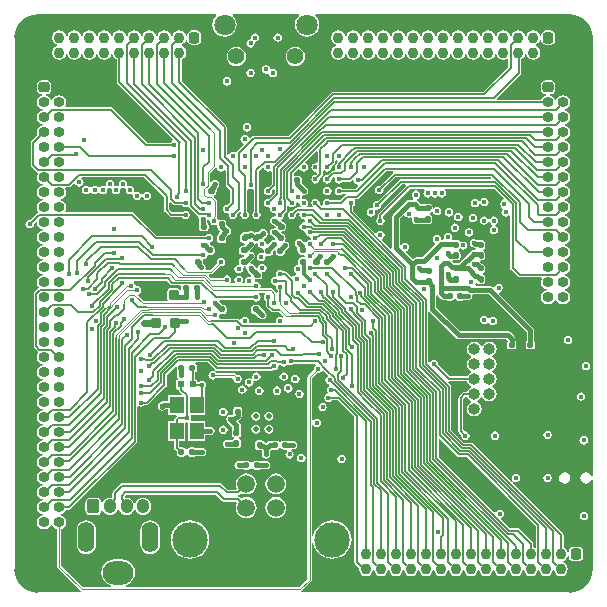
<source format=gbl>
G04*
G04 #@! TF.GenerationSoftware,Altium Limited,Altium Designer,19.1.6 (110)*
G04*
G04 Layer_Physical_Order=4*
G04 Layer_Color=16711680*
%FSLAX25Y25*%
%MOIN*%
G70*
G01*
G75*
%ADD12C,0.02362*%
%ADD24C,0.01772*%
G04:AMPARAMS|DCode=26|XSize=31.5mil|YSize=35.43mil|CornerRadius=4.1mil|HoleSize=0mil|Usage=FLASHONLY|Rotation=0.000|XOffset=0mil|YOffset=0mil|HoleType=Round|Shape=RoundedRectangle|*
%AMROUNDEDRECTD26*
21,1,0.03150,0.02724,0,0,0.0*
21,1,0.02331,0.03543,0,0,0.0*
1,1,0.00819,0.01165,-0.01362*
1,1,0.00819,-0.01165,-0.01362*
1,1,0.00819,-0.01165,0.01362*
1,1,0.00819,0.01165,0.01362*
%
%ADD26ROUNDEDRECTD26*%
G04:AMPARAMS|DCode=34|XSize=19.68mil|YSize=21.65mil|CornerRadius=4.92mil|HoleSize=0mil|Usage=FLASHONLY|Rotation=270.000|XOffset=0mil|YOffset=0mil|HoleType=Round|Shape=RoundedRectangle|*
%AMROUNDEDRECTD34*
21,1,0.01968,0.01181,0,0,270.0*
21,1,0.00984,0.02165,0,0,270.0*
1,1,0.00984,-0.00591,-0.00492*
1,1,0.00984,-0.00591,0.00492*
1,1,0.00984,0.00591,0.00492*
1,1,0.00984,0.00591,-0.00492*
%
%ADD34ROUNDEDRECTD34*%
%ADD35R,0.01968X0.01968*%
G04:AMPARAMS|DCode=36|XSize=19.68mil|YSize=21.65mil|CornerRadius=4.92mil|HoleSize=0mil|Usage=FLASHONLY|Rotation=180.000|XOffset=0mil|YOffset=0mil|HoleType=Round|Shape=RoundedRectangle|*
%AMROUNDEDRECTD36*
21,1,0.01968,0.01181,0,0,180.0*
21,1,0.00984,0.02165,0,0,180.0*
1,1,0.00984,-0.00492,0.00591*
1,1,0.00984,0.00492,0.00591*
1,1,0.00984,0.00492,-0.00591*
1,1,0.00984,-0.00492,-0.00591*
%
%ADD36ROUNDEDRECTD36*%
%ADD59C,0.07087*%
%ADD60C,0.05500*%
%ADD71C,0.00433*%
%ADD72C,0.00598*%
%ADD75C,0.00700*%
%ADD76C,0.01968*%
%ADD77C,0.00600*%
%ADD78C,0.01772*%
%ADD79C,0.00591*%
%ADD81C,0.01575*%
%ADD82C,0.01181*%
%ADD85O,0.03740X0.03543*%
G04:AMPARAMS|DCode=86|XSize=35.43mil|YSize=37.4mil|CornerRadius=8.86mil|HoleSize=0mil|Usage=FLASHONLY|Rotation=270.000|XOffset=0mil|YOffset=0mil|HoleType=Round|Shape=RoundedRectangle|*
%AMROUNDEDRECTD86*
21,1,0.03543,0.01968,0,0,270.0*
21,1,0.01772,0.03740,0,0,270.0*
1,1,0.01772,-0.00984,-0.00886*
1,1,0.01772,-0.00984,0.00886*
1,1,0.01772,0.00984,0.00886*
1,1,0.01772,0.00984,-0.00886*
%
%ADD86ROUNDEDRECTD86*%
G04:AMPARAMS|DCode=87|XSize=35.43mil|YSize=37.4mil|CornerRadius=8.86mil|HoleSize=0mil|Usage=FLASHONLY|Rotation=180.000|XOffset=0mil|YOffset=0mil|HoleType=Round|Shape=RoundedRectangle|*
%AMROUNDEDRECTD87*
21,1,0.03543,0.01968,0,0,180.0*
21,1,0.01772,0.03740,0,0,180.0*
1,1,0.01772,-0.00886,0.00984*
1,1,0.01772,0.00886,0.00984*
1,1,0.01772,0.00886,-0.00984*
1,1,0.01772,-0.00886,-0.00984*
%
%ADD87ROUNDEDRECTD87*%
%ADD88O,0.03543X0.03740*%
%ADD89O,0.03937X0.03740*%
G04:AMPARAMS|DCode=90|XSize=37.4mil|YSize=39.37mil|CornerRadius=9.35mil|HoleSize=0mil|Usage=FLASHONLY|Rotation=90.000|XOffset=0mil|YOffset=0mil|HoleType=Round|Shape=RoundedRectangle|*
%AMROUNDEDRECTD90*
21,1,0.03740,0.02067,0,0,90.0*
21,1,0.01870,0.03937,0,0,90.0*
1,1,0.01870,0.01034,0.00935*
1,1,0.01870,0.01034,-0.00935*
1,1,0.01870,-0.01034,-0.00935*
1,1,0.01870,-0.01034,0.00935*
%
%ADD90ROUNDEDRECTD90*%
%ADD91C,0.05906*%
%ADD92C,0.11811*%
%ADD93O,0.05512X0.10236*%
%ADD94O,0.04331X0.04724*%
G04:AMPARAMS|DCode=95|XSize=43.31mil|YSize=47.24mil|CornerRadius=10.83mil|HoleSize=0mil|Usage=FLASHONLY|Rotation=0.000|XOffset=0mil|YOffset=0mil|HoleType=Round|Shape=RoundedRectangle|*
%AMROUNDEDRECTD95*
21,1,0.04331,0.02559,0,0,0.0*
21,1,0.02165,0.04724,0,0,0.0*
1,1,0.02165,0.01083,-0.01280*
1,1,0.02165,-0.01083,-0.01280*
1,1,0.02165,-0.01083,0.01280*
1,1,0.02165,0.01083,0.01280*
%
%ADD95ROUNDEDRECTD95*%
%ADD96O,0.10236X0.07874*%
%ADD97C,0.01968*%
%ADD98R,0.04724X0.05512*%
G04:AMPARAMS|DCode=99|XSize=19.68mil|YSize=21.65mil|CornerRadius=4.04mil|HoleSize=0mil|Usage=FLASHONLY|Rotation=90.000|XOffset=0mil|YOffset=0mil|HoleType=Round|Shape=RoundedRectangle|*
%AMROUNDEDRECTD99*
21,1,0.01968,0.01358,0,0,90.0*
21,1,0.01161,0.02165,0,0,90.0*
1,1,0.00807,0.00679,0.00581*
1,1,0.00807,0.00679,-0.00581*
1,1,0.00807,-0.00679,-0.00581*
1,1,0.00807,-0.00679,0.00581*
%
%ADD99ROUNDEDRECTD99*%
G04:AMPARAMS|DCode=100|XSize=19.68mil|YSize=21.65mil|CornerRadius=4.04mil|HoleSize=0mil|Usage=FLASHONLY|Rotation=180.000|XOffset=0mil|YOffset=0mil|HoleType=Round|Shape=RoundedRectangle|*
%AMROUNDEDRECTD100*
21,1,0.01968,0.01358,0,0,180.0*
21,1,0.01161,0.02165,0,0,180.0*
1,1,0.00807,-0.00581,0.00679*
1,1,0.00807,0.00581,0.00679*
1,1,0.00807,0.00581,-0.00679*
1,1,0.00807,-0.00581,-0.00679*
%
%ADD100ROUNDEDRECTD100*%
%ADD101C,0.01780*%
G36*
X68898Y244024D02*
X128208D01*
X128369Y243550D01*
X128219Y243435D01*
X127570Y242590D01*
X127163Y241607D01*
X127024Y240551D01*
X127163Y239496D01*
X127570Y238512D01*
X128219Y237667D01*
X129063Y237019D01*
X130047Y236612D01*
X131102Y236473D01*
X132158Y236612D01*
X133142Y237019D01*
X133986Y237667D01*
X134634Y238512D01*
X135042Y239496D01*
X135180Y240551D01*
X135042Y241607D01*
X134634Y242590D01*
X133986Y243435D01*
X133836Y243550D01*
X133996Y244024D01*
X155767D01*
X155928Y243550D01*
X155778Y243435D01*
X155130Y242590D01*
X154722Y241607D01*
X154583Y240551D01*
X154722Y239496D01*
X155130Y238512D01*
X155778Y237667D01*
X156622Y237019D01*
X157606Y236612D01*
X158661Y236473D01*
X159717Y236612D01*
X160701Y237019D01*
X161545Y237667D01*
X162193Y238512D01*
X162601Y239496D01*
X162740Y240551D01*
X162601Y241607D01*
X162193Y242590D01*
X161545Y243435D01*
X161395Y243550D01*
X161555Y244024D01*
X246063D01*
X246153Y244042D01*
X247591Y243900D01*
X249060Y243455D01*
X250413Y242731D01*
X251600Y241757D01*
X252574Y240571D01*
X253297Y239217D01*
X253743Y237748D01*
X253884Y236311D01*
X253866Y236221D01*
Y90039D01*
X253366Y89990D01*
X253344Y90103D01*
X252929Y90724D01*
X252308Y91139D01*
X251575Y91285D01*
X250842Y91139D01*
X250221Y90724D01*
X249806Y90103D01*
X249660Y89370D01*
X249806Y88637D01*
X250221Y88016D01*
X250842Y87601D01*
X251575Y87455D01*
X252308Y87601D01*
X252929Y88016D01*
X253344Y88637D01*
X253366Y88750D01*
X253866Y88701D01*
Y59055D01*
X253884Y58965D01*
X253743Y57528D01*
X253297Y56059D01*
X252574Y54705D01*
X251600Y53518D01*
X250413Y52544D01*
X249060Y51821D01*
X247591Y51375D01*
X246153Y51234D01*
X246063Y51252D01*
X156759Y51252D01*
X156757Y51256D01*
X156675Y51752D01*
X156816Y51846D01*
X159965Y54995D01*
X160124Y55232D01*
X160179Y55512D01*
Y67777D01*
X160679Y67801D01*
X160695Y67642D01*
X161061Y66435D01*
X161656Y65322D01*
X162457Y64346D01*
X163432Y63546D01*
X164545Y62951D01*
X165752Y62585D01*
X167008Y62461D01*
X168264Y62585D01*
X169471Y62951D01*
X170584Y63546D01*
X171559Y64346D01*
X172360Y65322D01*
X172954Y66435D01*
X173321Y67642D01*
X173444Y68898D01*
X173321Y70153D01*
X172954Y71361D01*
X172360Y72474D01*
X171559Y73449D01*
X170584Y74249D01*
X169471Y74844D01*
X168264Y75210D01*
X167008Y75334D01*
X165752Y75210D01*
X164545Y74844D01*
X163432Y74249D01*
X162457Y73449D01*
X161656Y72474D01*
X161061Y71361D01*
X160695Y70153D01*
X160679Y69994D01*
X160179Y70019D01*
Y106939D01*
X160679Y107090D01*
X160824Y106875D01*
X161282Y106568D01*
X161823Y106461D01*
X162363Y106568D01*
X162822Y106875D01*
X163128Y107333D01*
X163236Y107874D01*
X163128Y108414D01*
X162822Y108873D01*
X162363Y109179D01*
X161823Y109287D01*
X161282Y109179D01*
X160824Y108873D01*
X160679Y108657D01*
X160179Y108809D01*
Y122813D01*
X161888Y124522D01*
X162205Y124459D01*
X162745Y124566D01*
X163204Y124873D01*
X163441Y125228D01*
X163992Y125384D01*
X164407Y124969D01*
X164407Y124969D01*
X164539Y124881D01*
X165597Y123823D01*
X165456Y123256D01*
X165143Y123046D01*
X164836Y122588D01*
X164729Y122047D01*
X164836Y121507D01*
X165143Y121048D01*
X165601Y120742D01*
X165885Y120685D01*
X165952Y120393D01*
X165938Y120165D01*
X165536Y119897D01*
X165230Y119438D01*
X165122Y118898D01*
X165230Y118357D01*
X165463Y118008D01*
X165372Y117611D01*
X165288Y117463D01*
X165207Y117447D01*
X164749Y117141D01*
X164443Y116682D01*
X164335Y116142D01*
X164443Y115601D01*
X164749Y115143D01*
X165207Y114836D01*
X165748Y114729D01*
X166289Y114836D01*
X166747Y115143D01*
X166870Y115327D01*
X168798D01*
X174386Y109739D01*
Y61417D01*
X174448Y61107D01*
X174624Y60844D01*
X175979Y59489D01*
X175912Y59153D01*
Y58957D01*
X176089Y58070D01*
X176591Y57319D01*
X177342Y56817D01*
X178228Y56640D01*
X179115Y56817D01*
X179866Y57319D01*
X180368Y58070D01*
X180473Y58600D01*
X180983D01*
X181088Y58070D01*
X181591Y57319D01*
X182342Y56817D01*
X183228Y56640D01*
X184115Y56817D01*
X184866Y57319D01*
X185368Y58070D01*
X185474Y58600D01*
X185983D01*
X186089Y58070D01*
X186591Y57319D01*
X187342Y56817D01*
X188228Y56640D01*
X189115Y56817D01*
X189866Y57319D01*
X190368Y58070D01*
X190473Y58600D01*
X190983D01*
X191088Y58070D01*
X191591Y57319D01*
X192342Y56817D01*
X193228Y56640D01*
X194115Y56817D01*
X194866Y57319D01*
X195368Y58070D01*
X195474Y58600D01*
X195983D01*
X196089Y58070D01*
X196591Y57319D01*
X197342Y56817D01*
X198228Y56640D01*
X199115Y56817D01*
X199866Y57319D01*
X200368Y58070D01*
X200473Y58600D01*
X200983D01*
X201089Y58070D01*
X201591Y57319D01*
X202342Y56817D01*
X203228Y56640D01*
X204115Y56817D01*
X204866Y57319D01*
X205368Y58070D01*
X205473Y58600D01*
X205983D01*
X206088Y58070D01*
X206591Y57319D01*
X207342Y56817D01*
X208228Y56640D01*
X209115Y56817D01*
X209866Y57319D01*
X210368Y58070D01*
X210473Y58600D01*
X210983D01*
X211088Y58070D01*
X211591Y57319D01*
X212342Y56817D01*
X213228Y56640D01*
X214115Y56817D01*
X214866Y57319D01*
X215368Y58070D01*
X215474Y58600D01*
X215983D01*
X216089Y58070D01*
X216591Y57319D01*
X217342Y56817D01*
X218228Y56640D01*
X219115Y56817D01*
X219866Y57319D01*
X220368Y58070D01*
X220474Y58600D01*
X220983D01*
X221089Y58070D01*
X221591Y57319D01*
X222342Y56817D01*
X223228Y56640D01*
X224115Y56817D01*
X224866Y57319D01*
X225368Y58070D01*
X225473Y58600D01*
X225983D01*
X226089Y58070D01*
X226591Y57319D01*
X227342Y56817D01*
X228228Y56640D01*
X229115Y56817D01*
X229866Y57319D01*
X230368Y58070D01*
X230473Y58600D01*
X230983D01*
X231088Y58070D01*
X231591Y57319D01*
X232342Y56817D01*
X233228Y56640D01*
X234115Y56817D01*
X234866Y57319D01*
X235368Y58070D01*
X235473Y58600D01*
X235983D01*
X236088Y58070D01*
X236591Y57319D01*
X237342Y56817D01*
X238228Y56640D01*
X239115Y56817D01*
X239866Y57319D01*
X240368Y58070D01*
X240474Y58600D01*
X240983D01*
X241089Y58070D01*
X241591Y57319D01*
X242342Y56817D01*
X243228Y56640D01*
X244115Y56817D01*
X244866Y57319D01*
X245368Y58070D01*
X245545Y58957D01*
Y59153D01*
X245368Y60040D01*
X244866Y60791D01*
X244115Y61293D01*
X244080Y61300D01*
Y61810D01*
X244115Y61817D01*
X244866Y62319D01*
X245368Y63070D01*
X245430Y63379D01*
X245930Y63330D01*
Y63071D01*
X246037Y62530D01*
X246343Y62072D01*
X246802Y61765D01*
X247342Y61658D01*
X249114D01*
X249655Y61765D01*
X250113Y62072D01*
X250420Y62530D01*
X250527Y63071D01*
Y65039D01*
X250420Y65580D01*
X250113Y66039D01*
X249655Y66345D01*
X249114Y66452D01*
X247342D01*
X246802Y66345D01*
X246343Y66039D01*
X246037Y65580D01*
X245930Y65039D01*
Y64781D01*
X245430Y64731D01*
X245368Y65040D01*
X244866Y65791D01*
X244122Y66289D01*
Y70472D01*
X244060Y70784D01*
X243883Y71049D01*
X227067Y87865D01*
X227107Y87914D01*
X227107Y87914D01*
X227386Y88253D01*
X227439Y88218D01*
X227668Y88065D01*
X228209Y87957D01*
X228749Y88065D01*
X229208Y88371D01*
X229514Y88829D01*
X229622Y89370D01*
X229514Y89911D01*
X229208Y90369D01*
X228749Y90675D01*
X228209Y90783D01*
X227668Y90675D01*
X227209Y90369D01*
X226903Y89911D01*
X226796Y89370D01*
X226903Y88829D01*
X227056Y88600D01*
X227092Y88547D01*
X226703Y88229D01*
X213962Y100970D01*
X213698Y101146D01*
X213386Y101209D01*
X210903D01*
X206663Y105449D01*
Y117202D01*
X206667Y117221D01*
Y119786D01*
X206605Y120098D01*
X206428Y120363D01*
X205618Y121173D01*
X205864Y121633D01*
X205906Y121625D01*
X211939D01*
X211960Y121516D01*
X212484Y120732D01*
X213268Y120208D01*
X213331Y120196D01*
Y119686D01*
X213268Y119674D01*
X212484Y119150D01*
X211960Y118366D01*
X211915Y118139D01*
X211024D01*
X211024Y118139D01*
X210712Y118076D01*
X210447Y117900D01*
X210447Y117900D01*
X209266Y116718D01*
X209089Y116454D01*
X209027Y116142D01*
X209027Y116142D01*
Y105118D01*
X209027Y105118D01*
X209089Y104806D01*
X209266Y104541D01*
X210047Y103760D01*
X210004Y103543D01*
X210112Y103003D01*
X210418Y102544D01*
X210877Y102238D01*
X211417Y102130D01*
X211958Y102238D01*
X212416Y102544D01*
X212723Y103003D01*
X212830Y103543D01*
X212723Y104084D01*
X212416Y104542D01*
X211958Y104849D01*
X211417Y104956D01*
X211201Y104913D01*
X210658Y105456D01*
Y115804D01*
X211362Y116507D01*
X211966D01*
X212484Y115732D01*
X213268Y115208D01*
X213331Y115196D01*
Y114686D01*
X213268Y114673D01*
X212484Y114150D01*
X211960Y113366D01*
X211776Y112441D01*
X211960Y111516D01*
X212484Y110732D01*
X213268Y110208D01*
X214193Y110024D01*
X214390D01*
X215315Y110208D01*
X216098Y110732D01*
X216622Y111516D01*
X216806Y112441D01*
X216622Y113366D01*
X216098Y114150D01*
X215315Y114673D01*
X215251Y114686D01*
Y115196D01*
X215315Y115208D01*
X216098Y115732D01*
X216513Y116353D01*
X216540Y116363D01*
X217043D01*
X217069Y116353D01*
X217484Y115732D01*
X218268Y115208D01*
X219193Y115024D01*
X219390D01*
X220315Y115208D01*
X221098Y115732D01*
X221622Y116516D01*
X221806Y117441D01*
X221622Y118366D01*
X221098Y119150D01*
X220315Y119674D01*
X220251Y119686D01*
Y120196D01*
X220315Y120208D01*
X221098Y120732D01*
X221622Y121516D01*
X221806Y122441D01*
X221622Y123366D01*
X221098Y124150D01*
X220315Y124673D01*
X220251Y124686D01*
Y125196D01*
X220315Y125208D01*
X221098Y125732D01*
X221622Y126516D01*
X221806Y127441D01*
X221622Y128366D01*
X221098Y129150D01*
X220315Y129674D01*
X220251Y129686D01*
Y130196D01*
X220315Y130208D01*
X221098Y130732D01*
X221622Y131516D01*
X221806Y132441D01*
X221622Y133366D01*
X221098Y134150D01*
X220315Y134674D01*
X219390Y134857D01*
X219193D01*
X218268Y134674D01*
X217484Y134150D01*
X217069Y133528D01*
X217043Y133519D01*
X216540D01*
X216513Y133528D01*
X216098Y134150D01*
X215315Y134674D01*
X214390Y134857D01*
X214193D01*
X213268Y134674D01*
X212484Y134150D01*
X211960Y133366D01*
X211776Y132441D01*
X211960Y131516D01*
X212484Y130732D01*
X213268Y130208D01*
X213331Y130196D01*
Y129686D01*
X213268Y129674D01*
X212484Y129150D01*
X211960Y128366D01*
X211776Y127441D01*
X211960Y126516D01*
X212484Y125732D01*
X213268Y125208D01*
X213331Y125196D01*
Y124686D01*
X213268Y124673D01*
X212484Y124150D01*
X211960Y123366D01*
X211939Y123257D01*
X206243D01*
X202157Y127343D01*
X202200Y127559D01*
X202093Y128100D01*
X201786Y128558D01*
X201328Y128865D01*
X200787Y128972D01*
X200247Y128865D01*
X199788Y128558D01*
X199482Y128100D01*
X199475Y128063D01*
X198975Y128113D01*
Y144730D01*
X199435Y144885D01*
X199475Y144886D01*
X208281Y136080D01*
X208707Y135795D01*
X209209Y135695D01*
X225047D01*
X225299Y135443D01*
X225441Y134992D01*
X225241Y134693D01*
X225171Y134341D01*
Y133179D01*
X225241Y132827D01*
X225441Y132528D01*
X225740Y132328D01*
X226093Y132258D01*
X227451D01*
X227803Y132328D01*
X228102Y132528D01*
X228302Y132827D01*
X228372Y133179D01*
Y134341D01*
X228302Y134693D01*
X228102Y134992D01*
X228084Y135004D01*
Y135827D01*
X227984Y136329D01*
X227700Y136755D01*
X226519Y137936D01*
X226093Y138221D01*
X225590Y138321D01*
X209753D01*
X201706Y146367D01*
Y150230D01*
X202206Y150369D01*
X202410Y150064D01*
X203402Y149072D01*
X203828Y148787D01*
X204331Y148687D01*
X205065D01*
X205125Y148647D01*
X205512Y148570D01*
X206693D01*
X207080Y148647D01*
X207408Y148866D01*
X207615Y149175D01*
X207742Y149195D01*
X208006D01*
X208133Y149175D01*
X208340Y148866D01*
X208668Y148647D01*
X209055Y148570D01*
X210236D01*
X210623Y148647D01*
X210644Y148661D01*
X211834D01*
X212205Y148587D01*
X212745Y148695D01*
X213204Y149001D01*
X213510Y149459D01*
X213618Y150000D01*
X213545Y150367D01*
X213847Y150867D01*
X218930D01*
X231758Y138039D01*
Y135004D01*
X231740Y134992D01*
X231541Y134693D01*
X231470Y134341D01*
Y133179D01*
X231541Y132827D01*
X231740Y132528D01*
X232039Y132328D01*
X232392Y132258D01*
X233750D01*
X234103Y132328D01*
X234401Y132528D01*
X234601Y132827D01*
X234671Y133179D01*
Y134341D01*
X234601Y134693D01*
X234401Y134992D01*
X234384Y135004D01*
Y138583D01*
X234284Y139085D01*
X233999Y139511D01*
X222638Y150872D01*
X222802Y151415D01*
X222982Y151451D01*
X223440Y151757D01*
X223746Y152215D01*
X223854Y152756D01*
X223746Y153297D01*
X223440Y153755D01*
X222982Y154061D01*
X222441Y154169D01*
X221900Y154061D01*
X221442Y153755D01*
X221135Y153297D01*
X221100Y153117D01*
X220557Y152953D01*
X220402Y153108D01*
X219976Y153393D01*
X219473Y153493D01*
X214862D01*
X214626Y153935D01*
X214820Y154386D01*
X215289Y154461D01*
X215328Y154403D01*
X215656Y154184D01*
X216043Y154107D01*
X217028D01*
X217415Y154184D01*
X217743Y154403D01*
X217962Y154731D01*
X218039Y155118D01*
Y156299D01*
X217962Y156686D01*
X217743Y157015D01*
X217434Y157221D01*
X217415Y157348D01*
Y157612D01*
X217434Y157740D01*
X217743Y157946D01*
X217962Y158274D01*
X218039Y158661D01*
Y159843D01*
X217962Y160230D01*
X217743Y160558D01*
X217415Y160777D01*
X217028Y160854D01*
X216986D01*
X216360Y161481D01*
X216379Y161647D01*
X216531Y161981D01*
X217028D01*
X217415Y162058D01*
X217743Y162277D01*
X217962Y162605D01*
X218039Y162992D01*
Y164173D01*
X217962Y164560D01*
X217743Y164889D01*
X217434Y165095D01*
X217415Y165222D01*
Y165486D01*
X217434Y165614D01*
X217743Y165820D01*
X217962Y166148D01*
X218039Y166535D01*
Y167717D01*
X217962Y168104D01*
X217743Y168432D01*
X217415Y168651D01*
X217028Y168728D01*
X216847D01*
X216841Y168732D01*
X216339Y168832D01*
X214997D01*
X214714Y169022D01*
X214173Y169129D01*
X213632Y169022D01*
X213174Y168715D01*
X212867Y168257D01*
X212760Y167716D01*
X212867Y167175D01*
X213174Y166717D01*
X213632Y166411D01*
X213821Y166373D01*
X213920Y166307D01*
X214423Y166207D01*
X214852D01*
X214900Y166133D01*
X214726Y165485D01*
X214714Y165479D01*
X214173Y165586D01*
X213632Y165479D01*
X213174Y165172D01*
X212888Y164745D01*
X209102Y160958D01*
X208465D01*
X208268Y160919D01*
X208071Y160958D01*
X207434D01*
X206993Y161399D01*
X207130Y161938D01*
X207388Y162058D01*
X207776Y161981D01*
X208209D01*
X208268Y161969D01*
X208327Y161981D01*
X208760D01*
X209147Y162058D01*
X209475Y162277D01*
X209694Y162605D01*
X209771Y162992D01*
Y164173D01*
X209694Y164560D01*
X209475Y164889D01*
X209166Y165095D01*
X209147Y165222D01*
Y165486D01*
X209166Y165614D01*
X209475Y165820D01*
X209480Y165827D01*
X209630Y165930D01*
X210089Y165623D01*
X210630Y165516D01*
X211170Y165623D01*
X211629Y165930D01*
X211935Y166388D01*
X212042Y166929D01*
X211935Y167470D01*
X211629Y167928D01*
X211170Y168234D01*
X210630Y168342D01*
X210089Y168234D01*
X210068Y168220D01*
X209694Y168104D01*
X209475Y168432D01*
X209147Y168651D01*
X208760Y168728D01*
X207776D01*
X207388Y168651D01*
X207116Y168783D01*
X206817Y169144D01*
X206924Y169685D01*
X206817Y170225D01*
X206510Y170684D01*
X206052Y170990D01*
X205511Y171098D01*
X204971Y170990D01*
X204512Y170684D01*
X204206Y170225D01*
X204098Y169685D01*
X204176Y169296D01*
X203887Y168877D01*
X203834Y168832D01*
X203748Y168826D01*
X203340Y169110D01*
X203233Y169651D01*
X202926Y170109D01*
X202468Y170415D01*
X201927Y170523D01*
X201386Y170415D01*
X200928Y170109D01*
X200622Y169651D01*
X200514Y169110D01*
X200622Y168569D01*
X200928Y168111D01*
X201234Y167906D01*
X201371Y167337D01*
X196969Y162935D01*
X194940D01*
X194438Y162835D01*
X194012Y162550D01*
X193824Y162363D01*
X191535Y164652D01*
X191700Y165194D01*
X191879Y165230D01*
X192338Y165536D01*
X192644Y165995D01*
X192752Y166535D01*
X192644Y167076D01*
X192338Y167534D01*
X191879Y167841D01*
X191339Y167948D01*
X190798Y167841D01*
X190340Y167534D01*
X190033Y167076D01*
X190002Y166917D01*
X189502Y166967D01*
Y175758D01*
X190746Y177003D01*
X191316Y176866D01*
X191521Y176560D01*
X191979Y176254D01*
X192520Y176146D01*
X193060Y176254D01*
X193128Y176299D01*
X193541Y175973D01*
X193465Y175590D01*
X193572Y175048D01*
X193879Y174588D01*
X193942Y174525D01*
X194402Y174218D01*
X194944Y174110D01*
X198344D01*
X198819Y174016D01*
X198913D01*
X199456Y174124D01*
X199513Y174162D01*
X199698Y174199D01*
X200026Y174418D01*
X200246Y174747D01*
X200323Y175134D01*
Y175394D01*
X200330Y175433D01*
X200323Y175472D01*
Y176315D01*
X200246Y176702D01*
X200026Y177030D01*
X199717Y177236D01*
X199698Y177364D01*
Y177628D01*
X199717Y177755D01*
X200026Y177962D01*
X200100Y178072D01*
X200631Y177967D01*
X200663Y177806D01*
X200969Y177347D01*
X201428Y177041D01*
X201969Y176934D01*
X202509Y177041D01*
X202968Y177347D01*
X203274Y177806D01*
X203381Y178347D01*
X203274Y178887D01*
X202968Y179346D01*
X202509Y179652D01*
X201969Y179759D01*
X201428Y179652D01*
X200969Y179346D01*
X200891Y179228D01*
X200420Y179423D01*
X200467Y179661D01*
X200367Y180164D01*
X200083Y180589D01*
X199657Y180874D01*
X199154Y180974D01*
X199016D01*
X198513Y180874D01*
X198507Y180870D01*
X198327D01*
X197940Y180793D01*
X197916Y180777D01*
X196276D01*
X195773Y181280D01*
X195487Y181708D01*
X195086Y181976D01*
X195072Y182204D01*
X195139Y182496D01*
X195423Y182553D01*
X195881Y182859D01*
X196187Y183318D01*
X196295Y183858D01*
X196187Y184399D01*
X195881Y184857D01*
X195423Y185164D01*
X194882Y185271D01*
X194341Y185164D01*
X193883Y184857D01*
X193577Y184399D01*
X193469Y183858D01*
X193577Y183318D01*
X193883Y182859D01*
X194015Y182771D01*
X194080Y182160D01*
X193951Y182021D01*
X192596D01*
X192094Y181921D01*
X191668Y181637D01*
X187261Y177230D01*
X186976Y176804D01*
X186876Y176302D01*
Y166144D01*
X186873Y166140D01*
X186415Y165898D01*
X183616Y168697D01*
X183756Y169264D01*
X184070Y169473D01*
X184376Y169932D01*
X184484Y170472D01*
X184376Y171013D01*
X184070Y171472D01*
X183612Y171778D01*
X183071Y171885D01*
X182530Y171778D01*
X182072Y171472D01*
X181862Y171158D01*
X181295Y171017D01*
X174043Y178270D01*
Y179980D01*
X174227Y180103D01*
X174534Y180562D01*
X174641Y181102D01*
X174534Y181643D01*
X174458Y181756D01*
X174726Y182256D01*
X175197D01*
X175509Y182318D01*
X175773Y182495D01*
X175785Y182512D01*
X184982Y191709D01*
X187189D01*
X187341Y191209D01*
X187219Y191127D01*
X182895Y186803D01*
X182677Y186846D01*
X182136Y186739D01*
X181678Y186432D01*
X181372Y185974D01*
X181264Y185433D01*
X181372Y184892D01*
X181678Y184434D01*
X182136Y184128D01*
X182677Y184020D01*
X183218Y184128D01*
X183676Y184434D01*
X183983Y184892D01*
X184090Y185433D01*
X184047Y185650D01*
X188133Y189736D01*
X219792D01*
X219974Y189504D01*
X219742Y189004D01*
X189764D01*
X189452Y188942D01*
X189188Y188765D01*
X182107Y181684D01*
X181889Y181728D01*
X181349Y181620D01*
X180890Y181314D01*
X180584Y180855D01*
X180476Y180315D01*
X180584Y179774D01*
X180635Y179698D01*
X180307Y179289D01*
X179921Y179365D01*
X179380Y179258D01*
X178922Y178952D01*
X178615Y178493D01*
X178508Y177952D01*
X178615Y177412D01*
X178922Y176953D01*
X179380Y176647D01*
X179921Y176539D01*
X180462Y176647D01*
X180920Y176953D01*
X181226Y177412D01*
X181334Y177952D01*
X181226Y178493D01*
X181175Y178569D01*
X181503Y178978D01*
X181889Y178902D01*
X182430Y179009D01*
X182888Y179315D01*
X183195Y179774D01*
X183302Y180315D01*
X183259Y180532D01*
X190101Y187374D01*
X191419D01*
X191626Y186874D01*
X182494Y177742D01*
X182317Y177478D01*
X182255Y177165D01*
X182255Y177165D01*
Y176319D01*
X182072Y176196D01*
X181765Y175738D01*
X181658Y175197D01*
X181765Y174656D01*
X182072Y174198D01*
X182530Y173891D01*
X183071Y173784D01*
X183612Y173891D01*
X184070Y174198D01*
X184376Y174656D01*
X184484Y175197D01*
X184376Y175738D01*
X184070Y176196D01*
X183887Y176319D01*
Y176828D01*
X192858Y185799D01*
X197739D01*
X197891Y185299D01*
X197820Y185251D01*
X197513Y184793D01*
X197406Y184252D01*
X197513Y183711D01*
X197820Y183253D01*
X198278Y182947D01*
X198819Y182839D01*
X199360Y182947D01*
X199818Y183253D01*
X200182D01*
X200640Y182947D01*
X201181Y182839D01*
X201722Y182947D01*
X202180Y183253D01*
X202544D01*
X203003Y182947D01*
X203543Y182839D01*
X204084Y182947D01*
X204542Y183253D01*
X204849Y183711D01*
X204956Y184252D01*
X204849Y184793D01*
X204542Y185251D01*
X204471Y185299D01*
X204623Y185799D01*
X220922D01*
X224142Y182578D01*
X223978Y182036D01*
X223868Y182014D01*
X223410Y181708D01*
X223104Y181249D01*
X222996Y180709D01*
X223104Y180168D01*
X223410Y179709D01*
X223724Y179500D01*
X223795Y179010D01*
X223777Y178912D01*
X223497Y178493D01*
X223390Y177952D01*
X223497Y177412D01*
X223804Y176953D01*
X224262Y176647D01*
X224803Y176539D01*
X225343Y176647D01*
X225802Y176953D01*
X225850Y177025D01*
X226350Y176873D01*
Y159449D01*
X226412Y159137D01*
X226589Y158872D01*
X226609Y158858D01*
X228856Y156612D01*
X229119Y156436D01*
X229429Y156374D01*
X236673D01*
X236940Y155874D01*
X236738Y155571D01*
X236562Y154685D01*
X236738Y153799D01*
X237240Y153047D01*
X237992Y152545D01*
X238521Y152440D01*
Y151930D01*
X237992Y151825D01*
X237240Y151323D01*
X236738Y150571D01*
X236562Y149685D01*
X236738Y148799D01*
X237240Y148047D01*
X237992Y147545D01*
X238878Y147369D01*
X239075D01*
X239961Y147545D01*
X240713Y148047D01*
X241215Y148799D01*
X241221Y148833D01*
X241731D01*
X241738Y148799D01*
X242240Y148047D01*
X242992Y147545D01*
X243878Y147369D01*
X244075D01*
X244961Y147545D01*
X245713Y148047D01*
X246215Y148799D01*
X246391Y149685D01*
X246215Y150571D01*
X245713Y151323D01*
X244961Y151825D01*
X244432Y151930D01*
Y152440D01*
X244961Y152545D01*
X245713Y153047D01*
X246215Y153799D01*
X246391Y154685D01*
X246215Y155571D01*
X245713Y156323D01*
X244961Y156825D01*
X244432Y156930D01*
Y157440D01*
X244961Y157545D01*
X245713Y158047D01*
X246215Y158799D01*
X246391Y159685D01*
X246215Y160571D01*
X245713Y161323D01*
X244961Y161825D01*
X244432Y161930D01*
Y162440D01*
X244961Y162545D01*
X245713Y163047D01*
X246215Y163799D01*
X246391Y164685D01*
X246215Y165571D01*
X245713Y166323D01*
X244961Y166825D01*
X244432Y166930D01*
Y167440D01*
X244961Y167545D01*
X245713Y168047D01*
X246215Y168799D01*
X246391Y169685D01*
X246215Y170571D01*
X245713Y171323D01*
X244961Y171825D01*
X244432Y171930D01*
Y172440D01*
X244961Y172545D01*
X245713Y173047D01*
X246215Y173799D01*
X246391Y174685D01*
X246215Y175571D01*
X245713Y176323D01*
X244961Y176825D01*
X244432Y176930D01*
Y177440D01*
X244961Y177545D01*
X245713Y178047D01*
X246215Y178799D01*
X246391Y179685D01*
X246215Y180571D01*
X245713Y181323D01*
X244961Y181825D01*
X244432Y181930D01*
Y182440D01*
X244961Y182545D01*
X245713Y183047D01*
X246215Y183799D01*
X246391Y184685D01*
X246215Y185571D01*
X245713Y186323D01*
X244961Y186825D01*
X244432Y186930D01*
Y187440D01*
X244961Y187545D01*
X245713Y188047D01*
X246215Y188799D01*
X246391Y189685D01*
X246215Y190571D01*
X245713Y191323D01*
X244961Y191825D01*
X244432Y191930D01*
Y192440D01*
X244961Y192545D01*
X245713Y193047D01*
X246215Y193799D01*
X246391Y194685D01*
X246215Y195571D01*
X245713Y196323D01*
X244961Y196825D01*
X244432Y196930D01*
Y197440D01*
X244961Y197545D01*
X245713Y198047D01*
X246215Y198799D01*
X246391Y199685D01*
X246215Y200571D01*
X245713Y201323D01*
X244961Y201825D01*
X244432Y201930D01*
Y202440D01*
X244961Y202545D01*
X245713Y203047D01*
X246215Y203799D01*
X246391Y204685D01*
X246215Y205571D01*
X245713Y206323D01*
X244961Y206825D01*
X244432Y206930D01*
Y207440D01*
X244961Y207545D01*
X245713Y208047D01*
X246215Y208799D01*
X246391Y209685D01*
X246215Y210571D01*
X245713Y211323D01*
X244961Y211825D01*
X244432Y211930D01*
Y212440D01*
X244961Y212545D01*
X245713Y213047D01*
X246215Y213799D01*
X246391Y214685D01*
X246215Y215571D01*
X245713Y216323D01*
X244961Y216825D01*
X244075Y217001D01*
X243878D01*
X242992Y216825D01*
X242240Y216323D01*
X241738Y215571D01*
X241731Y215537D01*
X241221D01*
X241215Y215571D01*
X240713Y216323D01*
X239961Y216825D01*
X239653Y216886D01*
X239702Y217386D01*
X239961D01*
X240501Y217494D01*
X240960Y217800D01*
X241266Y218259D01*
X241374Y218799D01*
Y220571D01*
X241266Y221112D01*
X240960Y221570D01*
X240501Y221876D01*
X239961Y221984D01*
X237992D01*
X237451Y221876D01*
X236993Y221570D01*
X236687Y221112D01*
X236579Y220571D01*
Y218799D01*
X236687Y218259D01*
X236993Y217800D01*
X237451Y217494D01*
X237992Y217386D01*
X238251D01*
X238300Y216886D01*
X237992Y216825D01*
X237240Y216323D01*
X236738Y215571D01*
X236724Y215500D01*
X222078D01*
X221871Y216000D01*
X229707Y223836D01*
X229883Y224099D01*
X229945Y224410D01*
Y229037D01*
X230614Y229484D01*
X231116Y230236D01*
X231222Y230765D01*
X231731D01*
X231837Y230236D01*
X232339Y229484D01*
X233090Y228982D01*
X233976Y228806D01*
X234863Y228982D01*
X235614Y229484D01*
X236116Y230236D01*
X236293Y231122D01*
Y231319D01*
X236116Y232205D01*
X235614Y232957D01*
X234863Y233459D01*
X234828Y233466D01*
Y233975D01*
X234863Y233982D01*
X235614Y234484D01*
X236116Y235236D01*
X236178Y235544D01*
X236678Y235495D01*
Y235236D01*
X236785Y234696D01*
X237091Y234237D01*
X237550Y233931D01*
X238090Y233823D01*
X239862D01*
X240403Y233931D01*
X240861Y234237D01*
X241168Y234696D01*
X241275Y235236D01*
Y237205D01*
X241168Y237745D01*
X240861Y238204D01*
X240403Y238510D01*
X239862Y238618D01*
X238090D01*
X237550Y238510D01*
X237091Y238204D01*
X236785Y237745D01*
X236678Y237205D01*
Y236946D01*
X236178Y236897D01*
X236116Y237205D01*
X235614Y237957D01*
X234863Y238459D01*
X233976Y238635D01*
X233090Y238459D01*
X232339Y237957D01*
X231837Y237205D01*
X231731Y236676D01*
X231222D01*
X231116Y237205D01*
X230614Y237957D01*
X229863Y238459D01*
X228976Y238635D01*
X228090Y238459D01*
X227339Y237957D01*
X226836Y237205D01*
X226731Y236676D01*
X226221D01*
X226116Y237205D01*
X225614Y237957D01*
X224863Y238459D01*
X223976Y238635D01*
X223090Y238459D01*
X222339Y237957D01*
X221836Y237205D01*
X221731Y236676D01*
X221221D01*
X221116Y237205D01*
X220614Y237957D01*
X219863Y238459D01*
X218976Y238635D01*
X218090Y238459D01*
X217339Y237957D01*
X216837Y237205D01*
X216731Y236676D01*
X216221D01*
X216116Y237205D01*
X215614Y237957D01*
X214863Y238459D01*
X213976Y238635D01*
X213090Y238459D01*
X212339Y237957D01*
X211837Y237205D01*
X211731Y236676D01*
X211222D01*
X211116Y237205D01*
X210614Y237957D01*
X209863Y238459D01*
X208976Y238635D01*
X208090Y238459D01*
X207339Y237957D01*
X206837Y237205D01*
X206731Y236676D01*
X206222D01*
X206116Y237205D01*
X205614Y237957D01*
X204863Y238459D01*
X203976Y238635D01*
X203090Y238459D01*
X202339Y237957D01*
X201836Y237205D01*
X201731Y236676D01*
X201221D01*
X201116Y237205D01*
X200614Y237957D01*
X199863Y238459D01*
X198976Y238635D01*
X198090Y238459D01*
X197339Y237957D01*
X196836Y237205D01*
X196731Y236676D01*
X196221D01*
X196116Y237205D01*
X195614Y237957D01*
X194863Y238459D01*
X193976Y238635D01*
X193090Y238459D01*
X192339Y237957D01*
X191837Y237205D01*
X191731Y236676D01*
X191221D01*
X191116Y237205D01*
X190614Y237957D01*
X189863Y238459D01*
X188976Y238635D01*
X188090Y238459D01*
X187339Y237957D01*
X186837Y237205D01*
X186731Y236676D01*
X186222D01*
X186116Y237205D01*
X185614Y237957D01*
X184863Y238459D01*
X183976Y238635D01*
X183090Y238459D01*
X182339Y237957D01*
X181836Y237205D01*
X181731Y236676D01*
X181221D01*
X181116Y237205D01*
X180614Y237957D01*
X179863Y238459D01*
X178976Y238635D01*
X178090Y238459D01*
X177339Y237957D01*
X176837Y237205D01*
X176731Y236676D01*
X176222D01*
X176116Y237205D01*
X175614Y237957D01*
X174863Y238459D01*
X173976Y238635D01*
X173090Y238459D01*
X172339Y237957D01*
X171836Y237205D01*
X171731Y236676D01*
X171221D01*
X171116Y237205D01*
X170614Y237957D01*
X169863Y238459D01*
X168976Y238635D01*
X168090Y238459D01*
X167339Y237957D01*
X166837Y237205D01*
X166660Y236319D01*
Y236122D01*
X166837Y235236D01*
X167339Y234484D01*
X168090Y233982D01*
X168124Y233975D01*
Y233466D01*
X168090Y233459D01*
X167339Y232957D01*
X166837Y232205D01*
X166660Y231319D01*
Y231122D01*
X166837Y230236D01*
X167339Y229484D01*
X168090Y228982D01*
X168976Y228806D01*
X169863Y228982D01*
X170614Y229484D01*
X171116Y230236D01*
X171221Y230765D01*
X171731D01*
X171836Y230236D01*
X172339Y229484D01*
X173090Y228982D01*
X173976Y228806D01*
X174863Y228982D01*
X175614Y229484D01*
X176116Y230236D01*
X176222Y230765D01*
X176731D01*
X176837Y230236D01*
X177339Y229484D01*
X178090Y228982D01*
X178976Y228806D01*
X179863Y228982D01*
X180614Y229484D01*
X181116Y230236D01*
X181221Y230765D01*
X181731D01*
X181836Y230236D01*
X182339Y229484D01*
X183090Y228982D01*
X183976Y228806D01*
X184863Y228982D01*
X185614Y229484D01*
X186116Y230236D01*
X186222Y230765D01*
X186731D01*
X186837Y230236D01*
X187339Y229484D01*
X188090Y228982D01*
X188976Y228806D01*
X189863Y228982D01*
X190614Y229484D01*
X191116Y230236D01*
X191221Y230765D01*
X191731D01*
X191837Y230236D01*
X192339Y229484D01*
X193090Y228982D01*
X193976Y228806D01*
X194863Y228982D01*
X195614Y229484D01*
X196116Y230236D01*
X196221Y230765D01*
X196731D01*
X196836Y230236D01*
X197339Y229484D01*
X198090Y228982D01*
X198976Y228806D01*
X199863Y228982D01*
X200614Y229484D01*
X201116Y230236D01*
X201221Y230765D01*
X201731D01*
X201836Y230236D01*
X202339Y229484D01*
X203090Y228982D01*
X203976Y228806D01*
X204863Y228982D01*
X205614Y229484D01*
X206116Y230236D01*
X206222Y230765D01*
X206731D01*
X206837Y230236D01*
X207339Y229484D01*
X208090Y228982D01*
X208976Y228806D01*
X209863Y228982D01*
X210614Y229484D01*
X211116Y230236D01*
X211222Y230765D01*
X211731D01*
X211837Y230236D01*
X212339Y229484D01*
X213090Y228982D01*
X213976Y228806D01*
X214863Y228982D01*
X215614Y229484D01*
X216116Y230236D01*
X216221Y230765D01*
X216731D01*
X216837Y230236D01*
X217339Y229484D01*
X218090Y228982D01*
X218976Y228806D01*
X219863Y228982D01*
X220614Y229484D01*
X221116Y230236D01*
X221221Y230765D01*
X221731D01*
X221836Y230236D01*
X222339Y229484D01*
X223090Y228982D01*
X223976Y228806D01*
X224863Y228982D01*
X225166Y229185D01*
X225665Y228917D01*
Y226576D01*
X217227Y218138D01*
X167323D01*
X167011Y218076D01*
X166747Y217899D01*
X152418Y203571D01*
X140945D01*
X140633Y203509D01*
X140369Y203332D01*
X139665Y202628D01*
X139122Y202793D01*
X139101Y202903D01*
X138794Y203361D01*
X138336Y203668D01*
X137795Y203775D01*
X137255Y203668D01*
X136796Y203361D01*
X136490Y202903D01*
X136382Y202362D01*
X136490Y201821D01*
X136796Y201363D01*
X137255Y201057D01*
X137364Y201035D01*
X137529Y200492D01*
X135333Y198297D01*
X135237Y198152D01*
X135080Y198027D01*
X134639Y197995D01*
X134399Y198156D01*
X133858Y198263D01*
X133318Y198156D01*
X132859Y197850D01*
X132553Y197391D01*
X131996Y197153D01*
X131960Y197173D01*
X131913Y197252D01*
Y206260D01*
X131913Y206260D01*
X131851Y206570D01*
X131676Y206833D01*
X131676Y206833D01*
X116795Y221714D01*
Y228967D01*
X116871Y228982D01*
X117622Y229484D01*
X118124Y230236D01*
X118300Y231122D01*
Y231319D01*
X118124Y232205D01*
X117622Y232957D01*
X116871Y233459D01*
X116836Y233466D01*
Y233975D01*
X116871Y233982D01*
X117622Y234484D01*
X118124Y235236D01*
X118185Y235544D01*
X118685Y235495D01*
Y235236D01*
X118793Y234696D01*
X119099Y234237D01*
X119558Y233931D01*
X120098Y233823D01*
X121870D01*
X122411Y233931D01*
X122869Y234237D01*
X123176Y234696D01*
X123283Y235236D01*
Y237205D01*
X123176Y237745D01*
X122869Y238204D01*
X122411Y238510D01*
X121870Y238618D01*
X120098D01*
X119558Y238510D01*
X119099Y238204D01*
X118793Y237745D01*
X118685Y237205D01*
Y236946D01*
X118185Y236897D01*
X118124Y237205D01*
X117622Y237957D01*
X116871Y238459D01*
X115984Y238635D01*
X115098Y238459D01*
X114347Y237957D01*
X113844Y237205D01*
X113739Y236676D01*
X113229D01*
X113124Y237205D01*
X112622Y237957D01*
X111871Y238459D01*
X110984Y238635D01*
X110098Y238459D01*
X109346Y237957D01*
X108844Y237205D01*
X108739Y236676D01*
X108229D01*
X108124Y237205D01*
X107622Y237957D01*
X106871Y238459D01*
X105984Y238635D01*
X105098Y238459D01*
X104347Y237957D01*
X103844Y237205D01*
X103739Y236676D01*
X103229D01*
X103124Y237205D01*
X102622Y237957D01*
X101871Y238459D01*
X100984Y238635D01*
X100098Y238459D01*
X99347Y237957D01*
X98844Y237205D01*
X98739Y236676D01*
X98229D01*
X98124Y237205D01*
X97622Y237957D01*
X96871Y238459D01*
X95984Y238635D01*
X95098Y238459D01*
X94346Y237957D01*
X93844Y237205D01*
X93739Y236676D01*
X93229D01*
X93124Y237205D01*
X92622Y237957D01*
X91871Y238459D01*
X90984Y238635D01*
X90098Y238459D01*
X89346Y237957D01*
X88844Y237205D01*
X88739Y236676D01*
X88229D01*
X88124Y237205D01*
X87622Y237957D01*
X86871Y238459D01*
X85984Y238635D01*
X85098Y238459D01*
X84346Y237957D01*
X83844Y237205D01*
X83739Y236676D01*
X83229D01*
X83124Y237205D01*
X82622Y237957D01*
X81871Y238459D01*
X80984Y238635D01*
X80098Y238459D01*
X79347Y237957D01*
X78844Y237205D01*
X78739Y236676D01*
X78229D01*
X78124Y237205D01*
X77622Y237957D01*
X76871Y238459D01*
X75984Y238635D01*
X75098Y238459D01*
X74347Y237957D01*
X73844Y237205D01*
X73668Y236319D01*
Y236122D01*
X73844Y235236D01*
X74347Y234484D01*
X75098Y233982D01*
X75132Y233975D01*
Y233466D01*
X75098Y233459D01*
X74347Y232957D01*
X73844Y232205D01*
X73668Y231319D01*
Y231122D01*
X73844Y230236D01*
X74347Y229484D01*
X75098Y228982D01*
X75984Y228806D01*
X76871Y228982D01*
X77622Y229484D01*
X78124Y230236D01*
X78229Y230765D01*
X78739D01*
X78844Y230236D01*
X79347Y229484D01*
X80098Y228982D01*
X80984Y228806D01*
X81871Y228982D01*
X82622Y229484D01*
X83124Y230236D01*
X83229Y230765D01*
X83739D01*
X83844Y230236D01*
X84346Y229484D01*
X85098Y228982D01*
X85984Y228806D01*
X86871Y228982D01*
X87622Y229484D01*
X88124Y230236D01*
X88229Y230765D01*
X88739D01*
X88844Y230236D01*
X89346Y229484D01*
X90098Y228982D01*
X90984Y228806D01*
X91871Y228982D01*
X92622Y229484D01*
X93124Y230236D01*
X93229Y230765D01*
X93739D01*
X93844Y230236D01*
X94346Y229484D01*
X95098Y228982D01*
X95173Y228967D01*
Y221339D01*
X95235Y221028D01*
X95411Y220765D01*
X113912Y202264D01*
X113747Y201722D01*
X113633Y201699D01*
X113174Y201393D01*
X113051Y201209D01*
X105259D01*
X104808Y201659D01*
X104791Y201670D01*
X93703Y212758D01*
X93440Y212934D01*
X93130Y212996D01*
X78288D01*
X78020Y213496D01*
X78223Y213799D01*
X78399Y214685D01*
X78223Y215571D01*
X77720Y216323D01*
X76969Y216825D01*
X76083Y217001D01*
X75886D01*
X74999Y216825D01*
X74248Y216323D01*
X73746Y215571D01*
X73739Y215537D01*
X73229D01*
X73223Y215571D01*
X72720Y216323D01*
X71969Y216825D01*
X71661Y216886D01*
X71710Y217386D01*
X71969D01*
X72509Y217494D01*
X72968Y217800D01*
X73274Y218259D01*
X73382Y218799D01*
Y220571D01*
X73274Y221112D01*
X72968Y221570D01*
X72509Y221876D01*
X71969Y221984D01*
X70000D01*
X69459Y221876D01*
X69001Y221570D01*
X68695Y221112D01*
X68587Y220571D01*
Y218799D01*
X68695Y218259D01*
X69001Y217800D01*
X69459Y217494D01*
X70000Y217386D01*
X70259D01*
X70308Y216886D01*
X69999Y216825D01*
X69248Y216323D01*
X68746Y215571D01*
X68570Y214685D01*
X68746Y213799D01*
X69248Y213047D01*
X69999Y212545D01*
X70529Y212440D01*
Y211930D01*
X69999Y211825D01*
X69248Y211323D01*
X68746Y210571D01*
X68570Y209685D01*
X68746Y208799D01*
X69248Y208047D01*
X69999Y207545D01*
X70529Y207440D01*
Y206930D01*
X69999Y206825D01*
X69248Y206323D01*
X68746Y205571D01*
X68570Y204685D01*
X68746Y203799D01*
X68828Y203676D01*
X66750Y201597D01*
X66574Y201334D01*
X66512Y201024D01*
Y193701D01*
X66574Y193391D01*
X66750Y193127D01*
X68265Y191612D01*
X68265Y191612D01*
X68528Y191436D01*
X68700Y191402D01*
X68906Y191065D01*
X68948Y190874D01*
X68746Y190571D01*
X68570Y189685D01*
X68746Y188799D01*
X69248Y188047D01*
X69999Y187545D01*
X70529Y187440D01*
Y186930D01*
X69999Y186825D01*
X69248Y186323D01*
X68746Y185571D01*
X68570Y184685D01*
X68746Y183799D01*
X69248Y183047D01*
X69999Y182545D01*
X70529Y182440D01*
Y181930D01*
X69999Y181825D01*
X69248Y181323D01*
X68746Y180571D01*
X68570Y179685D01*
X68746Y178799D01*
X68985Y178441D01*
X69001Y177934D01*
X68738Y177758D01*
X66364Y175384D01*
X66142Y175429D01*
X65601Y175321D01*
X65143Y175015D01*
X64836Y174557D01*
X64729Y174016D01*
X64836Y173475D01*
X65143Y173017D01*
X65601Y172710D01*
X66142Y172603D01*
X66682Y172710D01*
X67141Y173017D01*
X67447Y173475D01*
X67555Y174016D01*
X67510Y174238D01*
X68134Y174861D01*
X68585Y174606D01*
X68746Y173799D01*
X69248Y173047D01*
X69999Y172545D01*
X70529Y172440D01*
Y171930D01*
X69999Y171825D01*
X69248Y171323D01*
X68746Y170571D01*
X68570Y169685D01*
X68746Y168799D01*
X69248Y168047D01*
X69999Y167545D01*
X70529Y167440D01*
Y166930D01*
X69999Y166825D01*
X69248Y166323D01*
X68746Y165571D01*
X68570Y164685D01*
X68746Y163799D01*
X69248Y163047D01*
X69999Y162545D01*
X70529Y162440D01*
Y161930D01*
X69999Y161825D01*
X69248Y161323D01*
X68746Y160571D01*
X68570Y159685D01*
X68746Y158799D01*
X69248Y158047D01*
X69999Y157545D01*
X70529Y157440D01*
Y156930D01*
X69999Y156825D01*
X69248Y156323D01*
X68746Y155571D01*
X68570Y154685D01*
X68746Y153799D01*
X69248Y153047D01*
X69019Y152599D01*
X67714Y151294D01*
X67538Y151031D01*
X67476Y150721D01*
Y133287D01*
X67538Y132977D01*
X67714Y132714D01*
X68816Y131612D01*
X68864Y131580D01*
X69079Y131436D01*
X68994Y130943D01*
X68746Y130571D01*
X68570Y129685D01*
X68746Y128799D01*
X69248Y128047D01*
X69999Y127545D01*
X70529Y127440D01*
Y126930D01*
X69999Y126825D01*
X69248Y126323D01*
X68746Y125571D01*
X68570Y124685D01*
X68746Y123799D01*
X69248Y123047D01*
X69999Y122545D01*
X70529Y122440D01*
Y121930D01*
X69999Y121825D01*
X69248Y121323D01*
X68746Y120571D01*
X68570Y119685D01*
X68746Y118799D01*
X69248Y118047D01*
X69999Y117545D01*
X70529Y117440D01*
Y116930D01*
X69999Y116825D01*
X69248Y116323D01*
X68746Y115571D01*
X68570Y114685D01*
X68746Y113799D01*
X69248Y113047D01*
X69999Y112545D01*
X70529Y112440D01*
Y111930D01*
X69999Y111825D01*
X69248Y111323D01*
X68746Y110571D01*
X68570Y109685D01*
X68746Y108799D01*
X69248Y108047D01*
X69999Y107545D01*
X70529Y107440D01*
Y106930D01*
X69999Y106825D01*
X69248Y106323D01*
X68746Y105571D01*
X68570Y104685D01*
X68746Y103799D01*
X69248Y103047D01*
X69999Y102545D01*
X70529Y102440D01*
Y101930D01*
X69999Y101825D01*
X69248Y101323D01*
X68746Y100571D01*
X68570Y99685D01*
X68746Y98799D01*
X69248Y98047D01*
X69999Y97545D01*
X70529Y97440D01*
Y96930D01*
X69999Y96825D01*
X69248Y96323D01*
X68746Y95571D01*
X68570Y94685D01*
X68746Y93799D01*
X69248Y93047D01*
X69999Y92545D01*
X70529Y92440D01*
Y91930D01*
X69999Y91825D01*
X69248Y91323D01*
X68746Y90571D01*
X68570Y89685D01*
X68746Y88799D01*
X69248Y88047D01*
X69999Y87545D01*
X70529Y87440D01*
Y86930D01*
X69999Y86825D01*
X69248Y86323D01*
X68746Y85571D01*
X68570Y84685D01*
X68746Y83799D01*
X69248Y83047D01*
X69999Y82545D01*
X70529Y82440D01*
Y81930D01*
X69999Y81825D01*
X69248Y81323D01*
X68746Y80571D01*
X68570Y79685D01*
X68746Y78799D01*
X69248Y78047D01*
X69999Y77545D01*
X70529Y77440D01*
Y76930D01*
X69999Y76825D01*
X69248Y76323D01*
X68746Y75571D01*
X68570Y74685D01*
X68746Y73799D01*
X69248Y73047D01*
X69999Y72545D01*
X70886Y72369D01*
X71083D01*
X71969Y72545D01*
X72720Y73047D01*
X73223Y73799D01*
X73229Y73833D01*
X73739D01*
X73746Y73799D01*
X74248Y73047D01*
X74999Y72545D01*
X75254Y72495D01*
Y59842D01*
X75309Y59563D01*
X75468Y59326D01*
X82948Y51846D01*
X83088Y51752D01*
X83007Y51256D01*
X83005Y51252D01*
X68898D01*
X68807Y51234D01*
X67370Y51375D01*
X65901Y51821D01*
X64547Y52545D01*
X63361Y53518D01*
X62387Y54705D01*
X61663Y56059D01*
X61218Y57528D01*
X61076Y58965D01*
X61094Y59055D01*
X61094Y236221D01*
X61076Y236311D01*
X61218Y237748D01*
X61664Y239217D01*
X62387Y240571D01*
X63361Y241757D01*
X64547Y242731D01*
X65901Y243455D01*
X67370Y243900D01*
X68807Y244042D01*
X68898Y244024D01*
D02*
G37*
G36*
X162221Y198209D02*
Y194599D01*
X161721Y194266D01*
X161417Y194326D01*
X160877Y194219D01*
X160418Y193912D01*
X160112Y193454D01*
X160004Y192913D01*
X160112Y192373D01*
X160418Y191914D01*
X160877Y191608D01*
X161417Y191500D01*
X161606Y191538D01*
X162042Y191220D01*
X162074Y190786D01*
X161635Y190346D01*
X161417Y190389D01*
X160877Y190282D01*
X160418Y189976D01*
X160112Y189517D01*
X160004Y188976D01*
X160112Y188436D01*
X160418Y187977D01*
X160877Y187671D01*
X161417Y187563D01*
X161958Y187671D01*
X162417Y187977D01*
X162723Y188436D01*
X162830Y188976D01*
X162787Y189194D01*
X163612Y190018D01*
X163788Y190283D01*
X163850Y190594D01*
Y191770D01*
X164350Y191922D01*
X164355Y191914D01*
X164814Y191608D01*
X165354Y191500D01*
X165895Y191608D01*
X166353Y191914D01*
X166660Y192373D01*
X166767Y192913D01*
X166724Y193131D01*
X167797Y194204D01*
X167974Y194468D01*
X168036Y194780D01*
Y195168D01*
X168519Y195461D01*
X168668Y195393D01*
X168784Y194858D01*
X168728Y194802D01*
X168552Y194537D01*
X168490Y194226D01*
Y194044D01*
X168292Y193912D01*
X167986Y193454D01*
X167878Y192913D01*
X167986Y192373D01*
X168061Y192260D01*
X167794Y191760D01*
X167323D01*
X167011Y191698D01*
X166747Y191521D01*
X165572Y190346D01*
X165354Y190389D01*
X164814Y190282D01*
X164355Y189976D01*
X164049Y189517D01*
X163941Y188976D01*
X164049Y188436D01*
X164355Y187977D01*
X164814Y187671D01*
X165354Y187563D01*
X165895Y187671D01*
X166353Y187977D01*
X166660Y188436D01*
X166767Y188976D01*
X166724Y189194D01*
X167378Y189848D01*
X167585Y189817D01*
X167651Y189768D01*
X167936Y189266D01*
X167878Y188976D01*
X167986Y188436D01*
X168292Y187977D01*
X168751Y187671D01*
X169291Y187563D01*
X169832Y187671D01*
X170291Y187977D01*
X170414Y188162D01*
X172835D01*
X173146Y188224D01*
X173411Y188400D01*
X173687Y188677D01*
X173902Y188635D01*
X174198Y188480D01*
X174285Y188042D01*
X174591Y187583D01*
X175049Y187277D01*
X175488Y187190D01*
X175643Y186894D01*
X175685Y186679D01*
X174859Y185854D01*
X170414D01*
X170291Y186038D01*
X169832Y186345D01*
X169291Y186452D01*
X168751Y186345D01*
X168292Y186038D01*
X167986Y185580D01*
X167878Y185039D01*
X167986Y184499D01*
X168292Y184040D01*
X168751Y183734D01*
X169291Y183626D01*
X169832Y183734D01*
X170291Y184040D01*
X170414Y184224D01*
X171435D01*
X171587Y183724D01*
X171471Y183647D01*
X169741Y181917D01*
X166477D01*
X166353Y182102D01*
X165895Y182408D01*
X165354Y182515D01*
X164814Y182408D01*
X164355Y182102D01*
X164049Y181643D01*
X163941Y181102D01*
X163999Y180813D01*
X163714Y180311D01*
X163648Y180262D01*
X163441Y180231D01*
X162787Y180885D01*
X162830Y181102D01*
X162723Y181643D01*
X162417Y182102D01*
X161958Y182408D01*
X161417Y182515D01*
X160877Y182408D01*
X160418Y182102D01*
X160112Y181643D01*
X160004Y181102D01*
X160112Y180562D01*
X160418Y180103D01*
X160423Y180100D01*
X160272Y179600D01*
X158626D01*
X158475Y180100D01*
X158479Y180103D01*
X158786Y180562D01*
X158893Y181102D01*
X158786Y181643D01*
X158479Y182102D01*
X158021Y182408D01*
X157480Y182515D01*
X157318Y182483D01*
X156892Y182908D01*
X156925Y183071D01*
X156892Y183233D01*
X157318Y183659D01*
X157480Y183626D01*
X158021Y183734D01*
X158479Y184040D01*
X158786Y184499D01*
X158893Y185039D01*
X158786Y185580D01*
X158479Y186038D01*
X156830Y187688D01*
X156840Y187703D01*
X156917Y188091D01*
Y189075D01*
X156840Y189462D01*
X156621Y189790D01*
X156293Y190009D01*
X155905Y190086D01*
X154724D01*
X154717Y190085D01*
X154320Y190401D01*
X154299Y190941D01*
X155708Y192350D01*
X156280Y192215D01*
X156481Y191914D01*
X156940Y191608D01*
X157480Y191500D01*
X158021Y191608D01*
X158479Y191914D01*
X158786Y192373D01*
X158893Y192913D01*
X158786Y193454D01*
X158479Y193912D01*
X158179Y194113D01*
X158044Y194685D01*
X161759Y198400D01*
X162221Y198209D01*
D02*
G37*
G36*
X156084Y181185D02*
X156067Y181102D01*
X156175Y180562D01*
X156481Y180103D01*
X156486Y180100D01*
X156334Y179600D01*
X155162D01*
X155162Y179600D01*
X154850Y179538D01*
X154585Y179361D01*
X154585Y179361D01*
X153760Y178535D01*
X153543Y178578D01*
X153003Y178471D01*
X152544Y178165D01*
X152238Y177706D01*
X152130Y177165D01*
X152238Y176625D01*
X152544Y176166D01*
X153003Y175860D01*
X153543Y175752D01*
X154084Y175860D01*
X154542Y176166D01*
X154849Y176625D01*
X154956Y177165D01*
X154913Y177382D01*
X155353Y177821D01*
X155786Y177789D01*
X156105Y177352D01*
X156067Y177165D01*
X156175Y176625D01*
X156481Y176166D01*
X156940Y175860D01*
X157480Y175752D01*
X157563Y175769D01*
X157945Y175431D01*
Y174963D01*
X157563Y174625D01*
X157480Y174641D01*
X156940Y174534D01*
X156481Y174227D01*
X156175Y173769D01*
X156067Y173228D01*
X156175Y172688D01*
X156481Y172229D01*
X156940Y171923D01*
X157480Y171815D01*
X157643Y171848D01*
X158068Y171423D01*
X158036Y171260D01*
X158143Y170719D01*
X158450Y170261D01*
X158908Y169954D01*
X159449Y169847D01*
X159611Y169879D01*
X160037Y169454D01*
X160004Y169291D01*
X160037Y169129D01*
X159611Y168703D01*
X159449Y168736D01*
X158908Y168628D01*
X158450Y168322D01*
X158263Y168042D01*
X158193Y168001D01*
X157758Y167944D01*
X157656Y167965D01*
X156905Y168716D01*
X156446Y169022D01*
X155905Y169130D01*
X155365Y169022D01*
X154906Y168716D01*
X154600Y168257D01*
X154492Y167717D01*
X154600Y167176D01*
X154906Y166717D01*
X155418Y166206D01*
Y165492D01*
X155525Y164951D01*
X155722Y164657D01*
X155758Y164475D01*
X155978Y164147D01*
X156306Y163928D01*
X156693Y163851D01*
X157618D01*
X158043Y163420D01*
X158036Y163386D01*
X158043Y163351D01*
X157618Y162921D01*
X156693D01*
X156306Y162844D01*
X155978Y162625D01*
X155758Y162297D01*
X155681Y161909D01*
Y160944D01*
X155679Y160920D01*
X155515Y160478D01*
X155309Y160428D01*
X154971Y160360D01*
X154512Y160054D01*
X154206Y159596D01*
X154098Y159055D01*
X154206Y158514D01*
X154512Y158056D01*
X154914Y157787D01*
X154928Y157560D01*
X154861Y157267D01*
X154577Y157211D01*
X154119Y156904D01*
X153918Y156604D01*
X153346Y156469D01*
X151758Y158057D01*
X151493Y158234D01*
X151181Y158296D01*
X151181Y158296D01*
X150728D01*
X150605Y158479D01*
X150147Y158786D01*
X149606Y158893D01*
X149066Y158786D01*
X148607Y158479D01*
X148301Y158021D01*
X148193Y157480D01*
X148291Y156989D01*
X148156Y156750D01*
X147980Y156520D01*
X147491Y156423D01*
X147032Y156117D01*
X146726Y155658D01*
X146618Y155118D01*
X146726Y154577D01*
X147032Y154119D01*
X147491Y153812D01*
X148031Y153705D01*
X148209Y153230D01*
X148193Y153149D01*
X148301Y152609D01*
X148607Y152150D01*
X148791Y152027D01*
Y151387D01*
X148327Y151095D01*
X148291Y151100D01*
X148154Y151304D01*
X147017Y152442D01*
X146780Y152600D01*
X146500Y152656D01*
X143361D01*
X143068Y153156D01*
X143145Y153543D01*
X143038Y154084D01*
X142731Y154542D01*
X142273Y154849D01*
X141732Y154956D01*
X141349Y154880D01*
X141135Y155191D01*
X141220Y155354D01*
X141411Y155583D01*
X142520D01*
X142907Y155660D01*
X143235Y155879D01*
X143454Y156207D01*
X143531Y156595D01*
Y156850D01*
X143578Y157087D01*
X143531Y157323D01*
Y157560D01*
X143533Y157584D01*
X143697Y158026D01*
X143903Y158076D01*
X144241Y158143D01*
X144700Y158450D01*
X145006Y158908D01*
X145114Y159449D01*
X145006Y159990D01*
X144700Y160448D01*
X144241Y160754D01*
X143701Y160862D01*
X143160Y160754D01*
X142702Y160448D01*
X142395Y159990D01*
X142311Y159567D01*
X141974Y159398D01*
X141801Y159370D01*
X141054Y160118D01*
X140974Y160237D01*
X140763Y160448D01*
X140305Y160754D01*
X139915Y160832D01*
X139727Y161249D01*
X139718Y161342D01*
X140763Y162387D01*
X141069Y162845D01*
X141177Y163386D01*
X141069Y163926D01*
X140763Y164385D01*
X140305Y164691D01*
X139915Y164769D01*
X139727Y165186D01*
X139718Y165279D01*
X140763Y166324D01*
X140763Y166324D01*
X141069Y166782D01*
X141177Y167323D01*
X141169Y167363D01*
X141485Y167746D01*
X141979D01*
X142296Y167363D01*
X142288Y167323D01*
X142395Y166782D01*
X142702Y166324D01*
X143160Y166017D01*
X143701Y165910D01*
X143736Y165917D01*
X144166Y165492D01*
Y164686D01*
X144049Y164543D01*
X143928Y164443D01*
X143704Y164326D01*
X143307Y164405D01*
X142766Y164297D01*
X142308Y163991D01*
X142001Y163532D01*
X141894Y162992D01*
X142001Y162451D01*
X142308Y161993D01*
X142766Y161686D01*
X143307Y161579D01*
X143848Y161686D01*
X144306Y161993D01*
X144612Y162451D01*
X144720Y162992D01*
X144690Y163144D01*
X145115Y163568D01*
X145177Y163555D01*
X146161D01*
X146548Y163632D01*
X146877Y163852D01*
X147096Y164180D01*
X147173Y164567D01*
Y164860D01*
X147603Y165289D01*
X148103Y165082D01*
Y164567D01*
X148180Y164180D01*
X148399Y163852D01*
X148727Y163632D01*
X149114Y163555D01*
X150098D01*
X150486Y163632D01*
X150814Y163852D01*
X151033Y164180D01*
X151110Y164567D01*
Y164860D01*
X152180Y165930D01*
X152180Y165930D01*
X152486Y166388D01*
X152594Y166929D01*
X152486Y167470D01*
X152180Y167928D01*
X151722Y168234D01*
X151695Y168240D01*
X151328Y168412D01*
X151405Y168799D01*
Y169055D01*
X151452Y169291D01*
X151405Y169528D01*
Y169783D01*
X151328Y170171D01*
X151109Y170499D01*
X150781Y170718D01*
X150569Y170760D01*
X150066Y171263D01*
X150258Y171725D01*
X150394D01*
X150781Y171802D01*
X151109Y172021D01*
X151328Y172349D01*
X151364Y172531D01*
X151561Y172825D01*
X151669Y173366D01*
X151561Y173907D01*
X151255Y174365D01*
X150797Y174672D01*
X150544Y174722D01*
X149954Y175312D01*
X150119Y175854D01*
X150147Y175860D01*
X150605Y176166D01*
X150912Y176625D01*
X151019Y177165D01*
X150976Y177383D01*
X151801Y178207D01*
X151977Y178472D01*
X152039Y178784D01*
Y179959D01*
X152539Y180111D01*
X152544Y180103D01*
X153003Y179797D01*
X153543Y179689D01*
X154084Y179797D01*
X154542Y180103D01*
X154849Y180562D01*
X154956Y181102D01*
X154940Y181185D01*
X155278Y181567D01*
X155746D01*
X156084Y181185D01*
D02*
G37*
G36*
X143981Y192966D02*
X144277Y192811D01*
X144364Y192373D01*
X144670Y191914D01*
X145129Y191608D01*
X145669Y191500D01*
X146210Y191608D01*
X146377Y191719D01*
X146877Y191452D01*
Y187400D01*
X145886Y186409D01*
X145669Y186452D01*
X145129Y186345D01*
X144670Y186038D01*
X144364Y185580D01*
X144256Y185039D01*
X144364Y184499D01*
X144670Y184040D01*
X145129Y183734D01*
X145669Y183626D01*
X146210Y183734D01*
X146668Y184040D01*
X146975Y184499D01*
X147082Y185039D01*
X147039Y185256D01*
X147448Y185664D01*
X147909Y185473D01*
Y184495D01*
X145887Y182472D01*
X145669Y182515D01*
X145129Y182408D01*
X144670Y182102D01*
X144364Y181643D01*
X144256Y181102D01*
X144364Y180562D01*
X144670Y180103D01*
X145129Y179797D01*
X145669Y179689D01*
X145832Y179722D01*
X146257Y179297D01*
X146225Y179134D01*
X146332Y178593D01*
X146639Y178135D01*
X147097Y177828D01*
X147638Y177721D01*
X147801Y177753D01*
X148226Y177328D01*
X148193Y177165D01*
X148208Y177092D01*
X148187Y177019D01*
X147794Y176610D01*
X147638D01*
X147097Y176502D01*
X146639Y176196D01*
X146332Y175738D01*
X146225Y175197D01*
X146332Y174656D01*
X146639Y174198D01*
X147097Y173891D01*
X147448Y173822D01*
X148115Y173155D01*
X147960Y172705D01*
X147717Y172673D01*
X147638D01*
X147097Y172565D01*
X146639Y172259D01*
X146332Y171801D01*
X146225Y171260D01*
X146332Y170719D01*
X146639Y170261D01*
X147097Y169954D01*
X147448Y169885D01*
X147943Y169389D01*
X147936Y169128D01*
X147638Y168736D01*
X147097Y168628D01*
X146639Y168322D01*
X145594Y167277D01*
X145501Y167286D01*
X145084Y167474D01*
X145006Y167864D01*
X144700Y168322D01*
X144241Y168628D01*
X144094Y169167D01*
X144450Y169524D01*
X144635Y169560D01*
X145093Y169867D01*
X145400Y170325D01*
X145507Y170866D01*
X145400Y171406D01*
X145093Y171865D01*
X145004Y171924D01*
X144943Y172015D01*
X144485Y172322D01*
X143944Y172429D01*
X143404Y172322D01*
X142945Y172015D01*
X142284Y171354D01*
X141870D01*
X141329Y171246D01*
X141041Y171054D01*
X140763Y171471D01*
X140304Y171777D01*
X139763Y171885D01*
X139223Y171777D01*
X138764Y171471D01*
X138647Y171354D01*
X137933D01*
X137392Y171246D01*
X137098Y171049D01*
X136916Y171013D01*
X136588Y170794D01*
X136369Y170466D01*
X136292Y170079D01*
Y168898D01*
X136369Y168510D01*
X136588Y168182D01*
X136916Y167963D01*
X137303Y167886D01*
X137622D01*
X137829Y167386D01*
X137301Y166858D01*
X137008D01*
X136621Y166781D01*
X136293Y166562D01*
X136073Y166234D01*
X135996Y165847D01*
Y164862D01*
X136073Y164475D01*
X136293Y164147D01*
X136621Y163928D01*
X137008Y163851D01*
X137523D01*
X137730Y163351D01*
X137301Y162921D01*
X137008D01*
X136621Y162844D01*
X136293Y162625D01*
X136073Y162297D01*
X135996Y161909D01*
Y160944D01*
X135994Y160920D01*
X135830Y160478D01*
X135624Y160427D01*
X135286Y160360D01*
X134827Y160054D01*
X134521Y159596D01*
X134414Y159055D01*
X134521Y158514D01*
X134827Y158056D01*
X135286Y157749D01*
X135827Y157642D01*
X136367Y157749D01*
X136826Y158056D01*
X137132Y158514D01*
X137240Y159055D01*
X137168Y159414D01*
X137429Y159838D01*
X137521Y159914D01*
X137934D01*
X138358Y159484D01*
X138351Y159449D01*
X138458Y158908D01*
X138765Y158450D01*
X138765Y158450D01*
X138897Y158318D01*
X138976Y158199D01*
X140031Y157144D01*
X140015Y156880D01*
X139497Y156506D01*
X139370Y156531D01*
X138829Y156423D01*
X138371Y156117D01*
X138064Y155658D01*
X137957Y155118D01*
X138025Y154774D01*
X137729Y154302D01*
X137249Y154309D01*
X137000Y154774D01*
X137132Y154971D01*
X137240Y155512D01*
X137132Y156052D01*
X136826Y156511D01*
X136367Y156817D01*
X135827Y156925D01*
X135286Y156817D01*
X134828Y156511D01*
X134521Y156052D01*
X134414Y155512D01*
X134521Y154971D01*
X134653Y154774D01*
X134386Y154274D01*
X133331D01*
X133063Y154774D01*
X133195Y154971D01*
X133303Y155512D01*
X133195Y156052D01*
X132889Y156511D01*
X132431Y156817D01*
X131890Y156925D01*
X131349Y156817D01*
X130891Y156511D01*
X130711Y156242D01*
X126507D01*
X125882Y156867D01*
X126074Y157328D01*
X126563D01*
X126843Y157384D01*
X127080Y157543D01*
X129604Y160067D01*
X129921Y160004D01*
X130462Y160112D01*
X130920Y160418D01*
X131227Y160877D01*
X131334Y161417D01*
X131227Y161958D01*
X130920Y162416D01*
X130462Y162723D01*
X129921Y162830D01*
X129381Y162723D01*
X128922Y162416D01*
X128616Y161958D01*
X128508Y161417D01*
X128571Y161100D01*
X126260Y158790D01*
X125067D01*
X124735Y159290D01*
X124796Y159595D01*
X124688Y160135D01*
X124382Y160594D01*
X123854Y161122D01*
Y161319D01*
X123846Y161358D01*
Y161871D01*
X123884Y162007D01*
X124015Y162346D01*
X124222Y162388D01*
X124557Y162454D01*
X125015Y162761D01*
X125321Y163219D01*
X125429Y163760D01*
X125918Y163851D01*
X126772D01*
X127159Y163928D01*
X127487Y164147D01*
X127706Y164475D01*
X127783Y164862D01*
Y165847D01*
X127706Y166234D01*
X127487Y166562D01*
X127159Y166781D01*
X126772Y166858D01*
X126676D01*
X126135Y167399D01*
X126300Y167941D01*
X126525Y167986D01*
X126983Y168292D01*
X127290Y168751D01*
X127397Y169291D01*
X127290Y169832D01*
X126983Y170291D01*
X126525Y170597D01*
X125984Y170704D01*
X125443Y170597D01*
X124985Y170291D01*
X124863Y170107D01*
X108606D01*
X100951Y177762D01*
X100686Y177939D01*
X100374Y178001D01*
X100374Y178001D01*
X85827D01*
X85803Y177996D01*
X78288D01*
X78020Y178496D01*
X78223Y178799D01*
X78399Y179685D01*
X78223Y180571D01*
X77720Y181323D01*
X76969Y181825D01*
X76440Y181930D01*
Y182440D01*
X76969Y182545D01*
X77720Y183047D01*
X78223Y183799D01*
X78399Y184685D01*
X78223Y185571D01*
X78020Y185874D01*
X78288Y186374D01*
X79291D01*
X79311Y186370D01*
X79623Y186432D01*
X79887Y186609D01*
X80834Y187556D01*
X81368Y187415D01*
X81383Y187398D01*
X81678Y186956D01*
X82136Y186650D01*
X82677Y186542D01*
X83218Y186650D01*
X83676Y186956D01*
X83983Y187415D01*
X84090Y187955D01*
X83983Y188496D01*
X83676Y188954D01*
X83254Y189236D01*
X83250Y189273D01*
X83554Y189736D01*
X104387D01*
X110996Y183127D01*
Y178740D01*
X111058Y178428D01*
X111235Y178164D01*
X112810Y176589D01*
X113074Y176412D01*
X113386Y176350D01*
X116988D01*
X117111Y176166D01*
X117569Y175860D01*
X118110Y175752D01*
X118651Y175860D01*
X119109Y176166D01*
X119416Y176625D01*
X119523Y177165D01*
X119416Y177706D01*
X119109Y178165D01*
X118651Y178471D01*
X118110Y178578D01*
X117569Y178471D01*
X117111Y178165D01*
X116988Y177980D01*
X113723D01*
X112626Y179078D01*
Y181184D01*
X113126Y181391D01*
X113991Y180526D01*
X114255Y180350D01*
X114567Y180288D01*
X116988D01*
X117111Y180103D01*
X117569Y179797D01*
X118110Y179689D01*
X118596Y179786D01*
X119093Y179847D01*
X119269Y179584D01*
X122094Y176759D01*
X122357Y176584D01*
X122396Y176576D01*
X122642Y176164D01*
X122665Y176073D01*
X122664Y176023D01*
X122573Y175560D01*
Y173274D01*
X122563Y173228D01*
X122610Y172992D01*
Y172736D01*
X122687Y172349D01*
X122907Y172021D01*
X123235Y171802D01*
X123622Y171725D01*
X124803D01*
X125190Y171802D01*
X125518Y172021D01*
X125738Y172349D01*
X125815Y172736D01*
Y173721D01*
X125738Y174108D01*
X125518Y174436D01*
X125398Y174516D01*
Y175328D01*
X125802Y175524D01*
X126146Y175197D01*
X126253Y174656D01*
X126560Y174197D01*
X127018Y173891D01*
X127559Y173784D01*
X128016Y173874D01*
X128516Y173617D01*
Y173524D01*
X128593Y173136D01*
X128812Y172808D01*
X128980Y172696D01*
X129009Y172548D01*
X129316Y172089D01*
X129752Y171653D01*
X129316Y171218D01*
X129010Y170759D01*
X128980Y170611D01*
X128812Y170499D01*
X128593Y170171D01*
X128516Y169783D01*
Y168799D01*
X128593Y168412D01*
X128812Y168084D01*
X129140Y167865D01*
X129528Y167788D01*
X130709D01*
X131096Y167865D01*
X131424Y168084D01*
X131643Y168412D01*
X131720Y168799D01*
Y169351D01*
X131728Y169390D01*
Y169633D01*
X132467Y170373D01*
X132889Y170654D01*
X133195Y171113D01*
X133303Y171653D01*
X133195Y172194D01*
X132889Y172653D01*
X132467Y172934D01*
X131728Y173674D01*
Y173917D01*
X131720Y173956D01*
Y174508D01*
X131643Y174895D01*
X131424Y175223D01*
X131096Y175442D01*
X130709Y175519D01*
X129528D01*
X129140Y175442D01*
X128808Y175822D01*
X128558Y176196D01*
X128628Y176492D01*
X128683Y176772D01*
Y181609D01*
X128628Y181888D01*
X128469Y182125D01*
X127502Y183093D01*
X127522Y183297D01*
X127635Y183668D01*
X127881Y183832D01*
X128100Y184160D01*
X128136Y184342D01*
X128333Y184636D01*
X128440Y185177D01*
Y185891D01*
X128952Y186402D01*
X129258Y186861D01*
X129366Y187402D01*
X129258Y187942D01*
X128952Y188401D01*
X128493Y188707D01*
X127953Y188814D01*
X127412Y188707D01*
X126954Y188401D01*
X126744Y188191D01*
X126282Y188382D01*
Y190997D01*
X128032Y192747D01*
X128235Y192736D01*
X128566Y192624D01*
X128616Y192373D01*
X128922Y191914D01*
X129381Y191608D01*
X129921Y191500D01*
X130462Y191608D01*
X130920Y191914D01*
X130973Y191992D01*
X131473Y191841D01*
Y187402D01*
X131534Y187091D01*
X131710Y186828D01*
X133047Y185491D01*
Y181438D01*
X132112Y180503D01*
X131890Y180547D01*
X131349Y180439D01*
X130891Y180133D01*
X130584Y179675D01*
X130477Y179134D01*
X130584Y178593D01*
X130891Y178135D01*
X131349Y177828D01*
X131890Y177721D01*
X132052Y177753D01*
X132478Y177328D01*
X132445Y177165D01*
X132553Y176625D01*
X132859Y176166D01*
X133318Y175860D01*
X133858Y175752D01*
X134399Y175860D01*
X134857Y176166D01*
X135164Y176625D01*
X135271Y177165D01*
X135228Y177383D01*
X136184Y178339D01*
X136192Y178341D01*
X136721Y178168D01*
X136735Y178074D01*
X136490Y177706D01*
X136382Y177165D01*
X136490Y176625D01*
X136796Y176166D01*
X137255Y175860D01*
X137795Y175752D01*
X138336Y175860D01*
X138794Y176166D01*
X139101Y176625D01*
X139208Y177165D01*
X139101Y177706D01*
X138794Y178165D01*
X138610Y178288D01*
Y185511D01*
X139110Y185778D01*
X139223Y185703D01*
X139764Y185595D01*
X140305Y185703D01*
X140417Y185778D01*
X140917Y185511D01*
Y178288D01*
X140733Y178165D01*
X140427Y177706D01*
X140319Y177165D01*
X140427Y176625D01*
X140733Y176166D01*
X141192Y175860D01*
X141732Y175752D01*
X142273Y175860D01*
X142731Y176166D01*
X143038Y176625D01*
X143145Y177165D01*
X143038Y177706D01*
X142731Y178165D01*
X142547Y178288D01*
Y191788D01*
X143767Y193008D01*
X143981Y192966D01*
D02*
G37*
G36*
X113022Y153936D02*
X113287Y153759D01*
X113598Y153697D01*
X116285D01*
X116705Y153248D01*
Y152795D01*
X116697Y152756D01*
Y152150D01*
X116197Y152101D01*
X116195Y152111D01*
X115994Y152412D01*
X115693Y152613D01*
X115339Y152683D01*
X113008D01*
X112653Y152613D01*
X112352Y152412D01*
X112151Y152111D01*
X112081Y151756D01*
Y149031D01*
X112114Y148862D01*
X111851Y148435D01*
X111760Y148362D01*
X108298D01*
X108268Y148368D01*
X104143D01*
X102355Y150156D01*
X102508Y150711D01*
X102853Y150942D01*
X103159Y151400D01*
X103267Y151941D01*
X103159Y152481D01*
X102853Y152940D01*
X102394Y153246D01*
X101884Y153348D01*
X101828Y153368D01*
X101368Y153767D01*
X101305Y154084D01*
X100999Y154542D01*
X100762Y154701D01*
X100914Y155201D01*
X111757D01*
X113022Y153936D01*
D02*
G37*
G36*
X144804Y150695D02*
X144670Y150605D01*
X144364Y150147D01*
X144256Y149606D01*
X144364Y149065D01*
X144670Y148607D01*
X144853Y148484D01*
Y146851D01*
X144853Y146851D01*
X144915Y146538D01*
X145092Y146274D01*
X146529Y144837D01*
X146529Y144837D01*
X146793Y144661D01*
X147106Y144598D01*
X149389D01*
X150753Y143234D01*
X150435Y142845D01*
X150147Y143038D01*
X149606Y143145D01*
X149066Y143038D01*
X148607Y142731D01*
X148301Y142273D01*
X148193Y141732D01*
X148254Y141429D01*
X147921Y140929D01*
X139481D01*
X139148Y141429D01*
X139208Y141732D01*
X139101Y142273D01*
X138794Y142731D01*
X138336Y143038D01*
X137795Y143145D01*
X137255Y143038D01*
X136796Y142731D01*
X136565Y142385D01*
X136011Y142233D01*
X135935Y142308D01*
X135670Y142485D01*
X135359Y142547D01*
X129450D01*
X129183Y143047D01*
X129258Y143160D01*
X129366Y143701D01*
X129355Y143755D01*
X129783Y144166D01*
X130752D01*
X131139Y144243D01*
X131467Y144462D01*
X131687Y144790D01*
X131764Y145177D01*
Y146161D01*
X131687Y146549D01*
X131467Y146877D01*
X131139Y147096D01*
X130752Y147173D01*
X130459D01*
X129341Y148291D01*
X129548Y148791D01*
X140610D01*
X140733Y148607D01*
X141192Y148301D01*
X141732Y148193D01*
X142273Y148301D01*
X142731Y148607D01*
X143038Y149066D01*
X143145Y149606D01*
X143038Y150147D01*
X142731Y150605D01*
X142598Y150695D01*
X142750Y151195D01*
X144652D01*
X144804Y150695D01*
D02*
G37*
G36*
X128041Y125408D02*
X128305Y125231D01*
X128617Y125169D01*
X146700D01*
X147012Y125231D01*
X147276Y125408D01*
X147295Y125426D01*
X147637Y125358D01*
X148178Y125466D01*
X148637Y125772D01*
X148943Y126231D01*
X149050Y126771D01*
X149224Y126983D01*
X149781Y126964D01*
X149788Y126953D01*
X150246Y126647D01*
X150787Y126540D01*
X151328Y126647D01*
X151786Y126953D01*
X151824Y127010D01*
X152150Y127347D01*
X152609Y127041D01*
X153150Y126934D01*
X153690Y127041D01*
X154149Y127347D01*
X154271Y127531D01*
X161293D01*
X161445Y127031D01*
X161206Y126871D01*
X160899Y126413D01*
X160792Y125872D01*
X160855Y125555D01*
X158932Y123633D01*
X158774Y123396D01*
X158718Y123116D01*
Y55814D01*
X155997Y53093D01*
X98208D01*
X98109Y53593D01*
X99088Y53998D01*
X100015Y54710D01*
X100726Y55636D01*
X101173Y56716D01*
X101326Y57874D01*
X101173Y59032D01*
X100726Y60112D01*
X100015Y61039D01*
X99088Y61750D01*
X98009Y62197D01*
X96850Y62349D01*
X94488D01*
X93330Y62197D01*
X92251Y61750D01*
X91324Y61039D01*
X90613Y60112D01*
X90165Y59032D01*
X90013Y57874D01*
X90165Y56716D01*
X90613Y55636D01*
X91324Y54710D01*
X92251Y53998D01*
X93230Y53593D01*
X93130Y53093D01*
X83767D01*
X76715Y60145D01*
Y72495D01*
X76969Y72545D01*
X77720Y73047D01*
X78223Y73799D01*
X78399Y74685D01*
X78223Y75571D01*
X77720Y76323D01*
X76969Y76825D01*
X76440Y76930D01*
Y77440D01*
X76969Y77545D01*
X77720Y78047D01*
X78223Y78799D01*
X78237Y78874D01*
X79291D01*
X79602Y78936D01*
X79865Y79112D01*
X101715Y100962D01*
X101715Y100962D01*
X101891Y101225D01*
X101952Y101535D01*
X101952Y101535D01*
Y113099D01*
X102452Y113366D01*
X102609Y113261D01*
X103150Y113154D01*
X103690Y113261D01*
X104149Y113568D01*
X104272Y113752D01*
X105118D01*
X105430Y113814D01*
X105694Y113991D01*
X111600Y119896D01*
X111776Y120161D01*
X111838Y120472D01*
Y123678D01*
X114630Y126470D01*
X115130Y126263D01*
Y126099D01*
X115122Y126060D01*
Y123687D01*
X115230Y123146D01*
X115536Y122687D01*
X115704Y122575D01*
X115553Y122075D01*
X115051D01*
Y119107D01*
X115304D01*
X115720Y118898D01*
X115782Y118586D01*
X115959Y118321D01*
X116782Y117497D01*
X116591Y117035D01*
X112295D01*
Y115192D01*
X110782D01*
X110241Y115085D01*
X109783Y114779D01*
X109695Y114691D01*
X109237Y114385D01*
X108931Y113926D01*
X108823Y113386D01*
Y113234D01*
X108931Y112693D01*
X109237Y112235D01*
X109695Y111928D01*
X110236Y111821D01*
X110777Y111928D01*
X111235Y112235D01*
X111367Y112367D01*
X112295D01*
Y110524D01*
X115017D01*
X115169Y110032D01*
X115169Y110024D01*
X114581Y109435D01*
X114404Y109170D01*
X114342Y108858D01*
X114342Y108858D01*
Y108374D01*
X112295D01*
Y101862D01*
X114342D01*
Y99453D01*
X114342Y99453D01*
X114404Y99140D01*
X114581Y98876D01*
X115130Y98326D01*
Y97583D01*
X115207Y97195D01*
X115427Y96867D01*
X115755Y96648D01*
X116142Y96571D01*
X117323D01*
X117710Y96648D01*
X118038Y96867D01*
X118245Y97176D01*
X118372Y97195D01*
X118636D01*
X118763Y97176D01*
X118970Y96867D01*
X119298Y96648D01*
X119685Y96571D01*
X120866D01*
X121214Y96640D01*
X123600D01*
X124141Y96748D01*
X124600Y97054D01*
X124906Y97512D01*
X125013Y98053D01*
X124906Y98594D01*
X124600Y99052D01*
X124141Y99358D01*
X123600Y99466D01*
X121306D01*
X121253Y99501D01*
X120866Y99578D01*
X119685D01*
X119298Y99501D01*
X118970Y99282D01*
X118763Y98973D01*
X118636Y98954D01*
X118372D01*
X118245Y98973D01*
X118038Y99282D01*
X117710Y99501D01*
X117323Y99578D01*
X116185D01*
X115973Y99790D01*
Y101862D01*
X118020D01*
Y107738D01*
X118406Y108055D01*
X118504Y108036D01*
X118602Y108055D01*
X118988Y107738D01*
Y101862D01*
X124713D01*
Y103705D01*
X126378D01*
X126919Y103813D01*
X127377Y104119D01*
X127683Y104577D01*
X127791Y105118D01*
X127683Y105659D01*
X127377Y106117D01*
X126919Y106423D01*
X126378Y106531D01*
X124713D01*
Y108374D01*
X120054D01*
X119787Y108874D01*
X119809Y108908D01*
X119917Y109449D01*
X119809Y109990D01*
X119787Y110024D01*
X120054Y110524D01*
X124713D01*
Y117035D01*
X124438D01*
Y119351D01*
X124621Y119473D01*
X124927Y119932D01*
X125035Y120472D01*
X124927Y121013D01*
X124621Y121472D01*
X124163Y121778D01*
X123622Y121885D01*
X123081Y121778D01*
X122623Y121472D01*
X122500Y121288D01*
X121957D01*
Y122075D01*
X121288D01*
Y124657D01*
X121581Y124853D01*
X121801Y125181D01*
X121878Y125568D01*
Y126553D01*
X121801Y126940D01*
X121581Y127268D01*
X121346Y127425D01*
X121412Y127884D01*
X121429Y127925D01*
X125523D01*
X128041Y125408D01*
D02*
G37*
G36*
X208715Y96736D02*
X208715Y96736D01*
X208978Y96560D01*
X209288Y96499D01*
X209288Y96499D01*
X211772D01*
X234917Y73353D01*
Y66465D01*
X234478Y66212D01*
X234085Y66414D01*
X234044Y66580D01*
Y67559D01*
X233982Y67871D01*
X233805Y68136D01*
X233805Y68136D01*
X229470Y72471D01*
X229205Y72648D01*
X228893Y72710D01*
X228893Y72710D01*
X226227D01*
X223256Y75681D01*
X223370Y76192D01*
X223408Y76236D01*
X223834Y76521D01*
X224140Y76979D01*
X224248Y77520D01*
X224140Y78060D01*
X223834Y78519D01*
X223375Y78825D01*
X222835Y78933D01*
X222294Y78825D01*
X221835Y78519D01*
X221551Y78093D01*
X221507Y78055D01*
X220996Y77942D01*
X202539Y96398D01*
Y102258D01*
X203001Y102450D01*
X208715Y96736D01*
D02*
G37*
%LPC*%
G36*
X148819Y237633D02*
X148278Y237526D01*
X147820Y237220D01*
X147513Y236761D01*
X147406Y236221D01*
X147513Y235680D01*
X147820Y235221D01*
X148278Y234915D01*
X148819Y234807D01*
X149360Y234915D01*
X149818Y235221D01*
X150124Y235680D01*
X150232Y236221D01*
X150124Y236761D01*
X149818Y237220D01*
X149360Y237526D01*
X148819Y237633D01*
D02*
G37*
G36*
X141339D02*
X140798Y237526D01*
X140340Y237220D01*
X140033Y236761D01*
X139926Y236221D01*
X139942Y236139D01*
X139764Y235665D01*
X139223Y235557D01*
X138765Y235251D01*
X138458Y234793D01*
X138351Y234252D01*
X138458Y233711D01*
X138765Y233253D01*
X139223Y232947D01*
X139764Y232839D01*
X140305Y232947D01*
X140763Y233253D01*
X141069Y233711D01*
X141177Y234252D01*
X141161Y234333D01*
X141339Y234807D01*
X141879Y234915D01*
X142338Y235221D01*
X142644Y235680D01*
X142752Y236221D01*
X142644Y236761D01*
X142338Y237220D01*
X141879Y237526D01*
X141339Y237633D01*
D02*
G37*
G36*
X154724Y233199D02*
X153876Y233088D01*
X153085Y232760D01*
X152407Y232239D01*
X151885Y231560D01*
X151558Y230770D01*
X151446Y229921D01*
X151558Y229073D01*
X151885Y228282D01*
X152407Y227603D01*
X153085Y227082D01*
X153876Y226755D01*
X154724Y226643D01*
X155573Y226755D01*
X156363Y227082D01*
X157042Y227603D01*
X157563Y228282D01*
X157891Y229073D01*
X158002Y229921D01*
X157891Y230770D01*
X157563Y231560D01*
X157042Y232239D01*
X156363Y232760D01*
X155573Y233088D01*
X154724Y233199D01*
D02*
G37*
G36*
X135039D02*
X134191Y233088D01*
X133400Y232760D01*
X132721Y232239D01*
X132201Y231560D01*
X131873Y230770D01*
X131761Y229921D01*
X131873Y229073D01*
X132201Y228282D01*
X132721Y227603D01*
X133400Y227082D01*
X134191Y226755D01*
X135039Y226643D01*
X135888Y226755D01*
X136678Y227082D01*
X137357Y227603D01*
X137878Y228282D01*
X138206Y229073D01*
X138317Y229921D01*
X138206Y230770D01*
X137878Y231560D01*
X137357Y232239D01*
X136678Y232760D01*
X135888Y233088D01*
X135039Y233199D01*
D02*
G37*
G36*
X144882Y227004D02*
X144341Y226896D01*
X143883Y226590D01*
X143577Y226131D01*
X143469Y225590D01*
X143577Y225050D01*
X143883Y224591D01*
X144341Y224285D01*
X144882Y224178D01*
X145423Y224285D01*
X145911Y224010D01*
X145939Y223869D01*
X146245Y223410D01*
X146703Y223104D01*
X147244Y222996D01*
X147785Y223104D01*
X148243Y223410D01*
X148549Y223869D01*
X148657Y224410D01*
X148549Y224950D01*
X148243Y225409D01*
X147785Y225715D01*
X147244Y225822D01*
X146703Y225715D01*
X146215Y225990D01*
X146187Y226131D01*
X145881Y226590D01*
X145423Y226896D01*
X144882Y227004D01*
D02*
G37*
G36*
X139764Y225822D02*
X139223Y225715D01*
X138765Y225409D01*
X138458Y224950D01*
X138351Y224410D01*
X138458Y223869D01*
X138765Y223410D01*
X139223Y223104D01*
X139764Y222996D01*
X140305Y223104D01*
X140763Y223410D01*
X141069Y223869D01*
X141177Y224410D01*
X141069Y224950D01*
X140763Y225409D01*
X140305Y225715D01*
X139764Y225822D01*
D02*
G37*
G36*
X131890Y223066D02*
X131349Y222959D01*
X130891Y222653D01*
X130584Y222194D01*
X130477Y221654D01*
X130584Y221113D01*
X130891Y220654D01*
X131349Y220348D01*
X131890Y220241D01*
X132431Y220348D01*
X132889Y220654D01*
X133195Y221113D01*
X133303Y221654D01*
X133195Y222194D01*
X132889Y222653D01*
X132431Y222959D01*
X131890Y223066D01*
D02*
G37*
G36*
X138583Y207712D02*
X138042Y207605D01*
X137584Y207298D01*
X137277Y206840D01*
X137170Y206299D01*
X137277Y205759D01*
X137584Y205300D01*
X138042Y204994D01*
X138583Y204886D01*
X139123Y204994D01*
X139582Y205300D01*
X139888Y205759D01*
X139996Y206299D01*
X139888Y206840D01*
X139582Y207298D01*
X139123Y207605D01*
X138583Y207712D01*
D02*
G37*
G36*
X217736Y182770D02*
X217196Y182662D01*
X216737Y182356D01*
X216431Y181897D01*
X216381Y181646D01*
X215879Y181643D01*
X215871Y181644D01*
X215566Y182101D01*
X215107Y182407D01*
X214566Y182515D01*
X214026Y182407D01*
X213567Y182101D01*
X213261Y181643D01*
X213154Y181102D01*
X213261Y180561D01*
X213567Y180103D01*
X214026Y179797D01*
X214566Y179689D01*
X215107Y179797D01*
X215566Y180103D01*
X215872Y180561D01*
X215922Y180813D01*
X216424Y180816D01*
X216432Y180814D01*
X216737Y180358D01*
X217196Y180051D01*
X217736Y179944D01*
X218277Y180051D01*
X218736Y180358D01*
X219042Y180816D01*
X219149Y181357D01*
X219042Y181897D01*
X218736Y182356D01*
X218277Y182662D01*
X217736Y182770D01*
D02*
G37*
G36*
X205906Y179366D02*
X205365Y179258D01*
X204906Y178952D01*
X204600Y178493D01*
X204492Y177953D01*
X204600Y177412D01*
X204906Y176954D01*
X205365Y176647D01*
X205906Y176540D01*
X206446Y176647D01*
X206905Y176954D01*
X207211Y177412D01*
X207318Y177953D01*
X207211Y178493D01*
X206905Y178952D01*
X206446Y179258D01*
X205906Y179366D01*
D02*
G37*
G36*
X209055Y177791D02*
X208514Y177683D01*
X208056Y177377D01*
X207750Y176919D01*
X207642Y176378D01*
X207750Y175837D01*
X208056Y175379D01*
X208514Y175073D01*
X209055Y174965D01*
X209596Y175073D01*
X210054Y175379D01*
X210361Y175837D01*
X210468Y176378D01*
X210361Y176919D01*
X210054Y177377D01*
X209596Y177683D01*
X209055Y177791D01*
D02*
G37*
G36*
X213844Y177461D02*
X213303Y177354D01*
X212844Y177048D01*
X212538Y176589D01*
X212431Y176048D01*
X212538Y175508D01*
X212844Y175049D01*
X213303Y174743D01*
X213844Y174635D01*
X214384Y174743D01*
X214843Y175049D01*
X215149Y175508D01*
X215257Y176048D01*
X215149Y176589D01*
X214843Y177048D01*
X214384Y177354D01*
X213844Y177461D01*
D02*
G37*
G36*
X207874Y174247D02*
X207333Y174140D01*
X206874Y173833D01*
X206568Y173375D01*
X206461Y172834D01*
X206568Y172294D01*
X206874Y171835D01*
X207333Y171529D01*
X207874Y171421D01*
X208414Y171529D01*
X208873Y171835D01*
X209179Y172294D01*
X209287Y172834D01*
X209179Y173375D01*
X208873Y173833D01*
X208414Y174140D01*
X207874Y174247D01*
D02*
G37*
G36*
X217677Y176650D02*
X217136Y176542D01*
X216678Y176236D01*
X216371Y175777D01*
X216264Y175237D01*
X216371Y174696D01*
X216678Y174238D01*
X217136Y173931D01*
X217677Y173824D01*
X218217Y173931D01*
X218676Y174238D01*
X218982Y174696D01*
X219013Y174849D01*
X219522D01*
X219561Y174656D01*
X219867Y174198D01*
X220325Y173891D01*
X220398Y173877D01*
Y173367D01*
X220325Y173353D01*
X219867Y173046D01*
X219561Y172588D01*
X219453Y172047D01*
X219561Y171507D01*
X219867Y171048D01*
X220325Y170742D01*
X220866Y170634D01*
X221407Y170742D01*
X221865Y171048D01*
X222172Y171507D01*
X222279Y172047D01*
X222172Y172588D01*
X221865Y173046D01*
X221407Y173353D01*
X221334Y173367D01*
Y173877D01*
X221407Y173891D01*
X221865Y174198D01*
X222172Y174656D01*
X222279Y175197D01*
X222172Y175738D01*
X221865Y176196D01*
X221407Y176502D01*
X220866Y176610D01*
X220325Y176502D01*
X219867Y176196D01*
X219561Y175738D01*
X219530Y175585D01*
X219021D01*
X218982Y175777D01*
X218676Y176236D01*
X218217Y176542D01*
X217677Y176650D01*
D02*
G37*
G36*
X212598Y172673D02*
X212058Y172565D01*
X211599Y172259D01*
X211293Y171801D01*
X211186Y171260D01*
X211293Y170719D01*
X211599Y170261D01*
X212058Y169954D01*
X212598Y169847D01*
X213139Y169954D01*
X213598Y170261D01*
X213904Y170719D01*
X214011Y171260D01*
X213904Y171801D01*
X213598Y172259D01*
X213139Y172565D01*
X212598Y172673D01*
D02*
G37*
G36*
X217717Y143539D02*
X217176Y143431D01*
X216717Y143125D01*
X216411Y142667D01*
X216304Y142126D01*
X216411Y141585D01*
X216717Y141127D01*
X217176Y140821D01*
X217717Y140713D01*
X218257Y140821D01*
X218675Y141100D01*
X218774Y141118D01*
X219264Y141047D01*
X219473Y140733D01*
X219932Y140427D01*
X220472Y140319D01*
X221013Y140427D01*
X221472Y140733D01*
X221778Y141192D01*
X221885Y141732D01*
X221778Y142273D01*
X221472Y142731D01*
X221013Y143038D01*
X220472Y143145D01*
X219932Y143038D01*
X219514Y142758D01*
X219415Y142740D01*
X218925Y142811D01*
X218716Y143125D01*
X218257Y143431D01*
X217717Y143539D01*
D02*
G37*
G36*
X245669Y136846D02*
X245129Y136739D01*
X244670Y136432D01*
X244364Y135974D01*
X244256Y135433D01*
X244364Y134892D01*
X244670Y134434D01*
X245129Y134128D01*
X245669Y134020D01*
X246210Y134128D01*
X246668Y134434D01*
X246975Y134892D01*
X247082Y135433D01*
X246975Y135974D01*
X246668Y136432D01*
X246210Y136739D01*
X245669Y136846D01*
D02*
G37*
G36*
X251575Y128084D02*
X251034Y127976D01*
X250575Y127670D01*
X250269Y127212D01*
X250162Y126671D01*
X250269Y126130D01*
X250575Y125672D01*
X251034Y125366D01*
X251575Y125258D01*
X252115Y125366D01*
X252574Y125672D01*
X252880Y126130D01*
X252988Y126671D01*
X252880Y127212D01*
X252574Y127670D01*
X252115Y127976D01*
X251575Y128084D01*
D02*
G37*
G36*
X250000Y117969D02*
X249459Y117861D01*
X249001Y117555D01*
X248695Y117097D01*
X248587Y116556D01*
X248695Y116015D01*
X249001Y115557D01*
X249459Y115251D01*
X250000Y115143D01*
X250541Y115251D01*
X250999Y115557D01*
X251305Y116015D01*
X251413Y116556D01*
X251305Y117097D01*
X250999Y117555D01*
X250541Y117861D01*
X250000Y117969D01*
D02*
G37*
G36*
X163779Y114405D02*
X163239Y114297D01*
X162780Y113991D01*
X162474Y113533D01*
X162367Y112992D01*
X162474Y112451D01*
X162780Y111993D01*
X163239Y111687D01*
X163779Y111579D01*
X164320Y111687D01*
X164779Y111993D01*
X165085Y112451D01*
X165192Y112992D01*
X165085Y113533D01*
X164779Y113991D01*
X164320Y114297D01*
X163779Y114405D01*
D02*
G37*
G36*
X238780Y105242D02*
X238239Y105135D01*
X237780Y104828D01*
X237474Y104370D01*
X237367Y103829D01*
X237474Y103289D01*
X237780Y102830D01*
X238239Y102524D01*
X238780Y102416D01*
X239320Y102524D01*
X239779Y102830D01*
X240085Y103289D01*
X240193Y103829D01*
X240085Y104370D01*
X239779Y104828D01*
X239320Y105135D01*
X238780Y105242D01*
D02*
G37*
G36*
X221260Y104956D02*
X220719Y104849D01*
X220261Y104542D01*
X219954Y104084D01*
X219847Y103543D01*
X219954Y103003D01*
X220261Y102544D01*
X220719Y102238D01*
X221260Y102130D01*
X221801Y102238D01*
X222259Y102544D01*
X222565Y103003D01*
X222673Y103543D01*
X222565Y104084D01*
X222259Y104542D01*
X221801Y104849D01*
X221260Y104956D01*
D02*
G37*
G36*
X250787Y103382D02*
X250247Y103274D01*
X249788Y102968D01*
X249482Y102509D01*
X249374Y101969D01*
X249482Y101428D01*
X249788Y100969D01*
X250247Y100663D01*
X250787Y100556D01*
X251328Y100663D01*
X251786Y100969D01*
X252093Y101428D01*
X252200Y101969D01*
X252093Y102509D01*
X251786Y102968D01*
X251328Y103274D01*
X250787Y103382D01*
D02*
G37*
G36*
X170091Y97168D02*
X169550Y97060D01*
X169091Y96754D01*
X168785Y96295D01*
X168678Y95755D01*
X168785Y95214D01*
X169091Y94756D01*
X169550Y94449D01*
X170091Y94342D01*
X170631Y94449D01*
X171090Y94756D01*
X171396Y95214D01*
X171503Y95755D01*
X171396Y96295D01*
X171090Y96754D01*
X170631Y97060D01*
X170091Y97168D01*
D02*
G37*
G36*
X238780Y90783D02*
X238239Y90675D01*
X237780Y90369D01*
X237474Y89911D01*
X237367Y89370D01*
X237474Y88829D01*
X237780Y88371D01*
X238239Y88065D01*
X238780Y87957D01*
X239320Y88065D01*
X239779Y88371D01*
X240085Y88829D01*
X240193Y89370D01*
X240085Y89911D01*
X239779Y90369D01*
X239320Y90675D01*
X238780Y90783D01*
D02*
G37*
G36*
X244488Y91285D02*
X243756Y91139D01*
X243134Y90724D01*
X242719Y90103D01*
X242573Y89370D01*
X242719Y88637D01*
X243134Y88016D01*
X243756Y87601D01*
X244488Y87455D01*
X245221Y87601D01*
X245842Y88016D01*
X246257Y88637D01*
X246403Y89370D01*
X246257Y90103D01*
X245842Y90724D01*
X245221Y91139D01*
X244488Y91285D01*
D02*
G37*
G36*
X250984Y78185D02*
X250444Y78077D01*
X249985Y77771D01*
X249679Y77312D01*
X249571Y76772D01*
X249679Y76231D01*
X249985Y75773D01*
X250444Y75466D01*
X250984Y75359D01*
X251525Y75466D01*
X251983Y75773D01*
X252290Y76231D01*
X252397Y76772D01*
X252290Y77312D01*
X251983Y77771D01*
X251525Y78077D01*
X250984Y78185D01*
D02*
G37*
G36*
X165354Y186452D02*
X164814Y186345D01*
X164355Y186038D01*
X164049Y185580D01*
X163941Y185039D01*
X164049Y184499D01*
X164355Y184040D01*
X164814Y183734D01*
X165354Y183626D01*
X165895Y183734D01*
X166353Y184040D01*
X166660Y184499D01*
X166767Y185039D01*
X166660Y185580D01*
X166353Y186038D01*
X165895Y186345D01*
X165354Y186452D01*
D02*
G37*
G36*
X97244Y188814D02*
X96703Y188707D01*
X96245Y188401D01*
X95939Y187942D01*
X95831Y187402D01*
X95908Y187016D01*
X95499Y186688D01*
X95423Y186739D01*
X94882Y186846D01*
X94719Y186814D01*
X94294Y187239D01*
X94326Y187402D01*
X94219Y187942D01*
X93913Y188401D01*
X93454Y188707D01*
X92913Y188814D01*
X92373Y188707D01*
X91914Y188401D01*
X91608Y187942D01*
X91500Y187402D01*
X91577Y187016D01*
X91168Y186688D01*
X91092Y186739D01*
X90551Y186846D01*
X90010Y186739D01*
X89552Y186432D01*
X89474Y186315D01*
X88873D01*
X88794Y186432D01*
X88336Y186739D01*
X87795Y186846D01*
X87255Y186739D01*
X86796Y186432D01*
X86718Y186315D01*
X86117D01*
X86039Y186432D01*
X85580Y186739D01*
X85039Y186846D01*
X84499Y186739D01*
X84040Y186432D01*
X83734Y185974D01*
X83626Y185433D01*
X83734Y184892D01*
X84040Y184434D01*
X84499Y184128D01*
X85039Y184020D01*
X85580Y184128D01*
X86039Y184434D01*
X86117Y184551D01*
X86718D01*
X86796Y184434D01*
X87255Y184128D01*
X87795Y184020D01*
X88336Y184128D01*
X88794Y184434D01*
X88873Y184551D01*
X89474D01*
X89552Y184434D01*
X90010Y184128D01*
X90551Y184020D01*
X91092Y184128D01*
X91550Y184434D01*
X91857Y184892D01*
X91964Y185433D01*
X91887Y185819D01*
X92296Y186147D01*
X92373Y186096D01*
X92913Y185989D01*
X93076Y186021D01*
X93501Y185596D01*
X93469Y185433D01*
X93577Y184892D01*
X93883Y184434D01*
X94341Y184128D01*
X94882Y184020D01*
X95423Y184128D01*
X95881Y184434D01*
X96187Y184892D01*
X96295Y185433D01*
X96218Y185819D01*
X96627Y186147D01*
X96703Y186096D01*
X97244Y185989D01*
X97785Y186096D01*
X97861Y186147D01*
X98270Y185819D01*
X98193Y185433D01*
X98301Y184892D01*
X98607Y184434D01*
X99066Y184128D01*
X99606Y184020D01*
X100147Y184128D01*
X100223Y184179D01*
X100632Y183851D01*
X100556Y183465D01*
X100663Y182924D01*
X100969Y182466D01*
X101428Y182159D01*
X101969Y182052D01*
X102509Y182159D01*
X102968Y182466D01*
X103274Y182924D01*
X103288Y182997D01*
X103798D01*
X103813Y182924D01*
X104119Y182466D01*
X104577Y182159D01*
X105118Y182052D01*
X105659Y182159D01*
X106117Y182466D01*
X106423Y182924D01*
X106531Y183465D01*
X106423Y184005D01*
X106117Y184464D01*
X105659Y184770D01*
X105118Y184878D01*
X104577Y184770D01*
X104119Y184464D01*
X103813Y184005D01*
X103798Y183932D01*
X103288D01*
X103274Y184005D01*
X102968Y184464D01*
X102509Y184770D01*
X101969Y184878D01*
X101428Y184770D01*
X101351Y184719D01*
X100943Y185047D01*
X101019Y185433D01*
X100912Y185974D01*
X100605Y186432D01*
X100147Y186739D01*
X99606Y186846D01*
X99066Y186739D01*
X98989Y186688D01*
X98580Y187016D01*
X98657Y187402D01*
X98549Y187942D01*
X98243Y188401D01*
X97785Y188707D01*
X97244Y188814D01*
D02*
G37*
G36*
X142126Y147173D02*
X140945D01*
X140558Y147096D01*
X140230Y146877D01*
X140010Y146548D01*
X139933Y146161D01*
Y145177D01*
X140010Y144790D01*
X140230Y144462D01*
X140558Y144243D01*
X140945Y144166D01*
X141238D01*
X142702Y142702D01*
X142702Y142702D01*
X143160Y142395D01*
X143701Y142288D01*
X144241Y142395D01*
X144700Y142702D01*
X145006Y143160D01*
X145114Y143701D01*
X145006Y144241D01*
X144700Y144700D01*
X143113Y146287D01*
X143061Y146548D01*
X142841Y146877D01*
X142513Y147096D01*
X142126Y147173D01*
D02*
G37*
G36*
X141732Y124641D02*
X141192Y124534D01*
X140733Y124227D01*
X140427Y123769D01*
X140319Y123228D01*
X140396Y122842D01*
X139987Y122514D01*
X139911Y122565D01*
X139370Y122673D01*
X138829Y122565D01*
X138371Y122259D01*
X138065Y121801D01*
X137957Y121260D01*
X138065Y120719D01*
X138371Y120261D01*
X138829Y119954D01*
X139370Y119847D01*
X139911Y119954D01*
X140369Y120261D01*
X140675Y120719D01*
X140783Y121260D01*
X140706Y121646D01*
X141115Y121974D01*
X141192Y121923D01*
X141732Y121815D01*
X142273Y121923D01*
X142731Y122229D01*
X143038Y122688D01*
X143145Y123228D01*
X143038Y123769D01*
X142731Y124227D01*
X142273Y124534D01*
X141732Y124641D01*
D02*
G37*
G36*
X150799D02*
X150258Y124534D01*
X149800Y124227D01*
X149494Y123769D01*
X149386Y123228D01*
X149494Y122688D01*
X149800Y122229D01*
X150258Y121923D01*
X150799Y121815D01*
X151340Y121923D01*
X151798Y122229D01*
X152104Y122688D01*
X152212Y123228D01*
X152104Y123769D01*
X151798Y124227D01*
X151340Y124534D01*
X150799Y124641D01*
D02*
G37*
G36*
X154724Y123854D02*
X154183Y123746D01*
X153725Y123440D01*
X153419Y122981D01*
X153311Y122441D01*
X153419Y121900D01*
X153725Y121442D01*
X154183Y121135D01*
X154724Y121028D01*
X155265Y121135D01*
X155723Y121442D01*
X156029Y121900D01*
X156137Y122441D01*
X156029Y122981D01*
X155723Y123440D01*
X155265Y123746D01*
X154724Y123854D01*
D02*
G37*
G36*
X127165Y125035D02*
X126624Y124927D01*
X126166Y124621D01*
X125860Y124162D01*
X125752Y123622D01*
X125860Y123081D01*
X126166Y122623D01*
X126624Y122316D01*
X127165Y122209D01*
X127706Y122316D01*
X128164Y122623D01*
X128344Y122891D01*
X133617D01*
X134020Y122441D01*
X134127Y121900D01*
X134434Y121442D01*
X134892Y121135D01*
X135433Y121028D01*
X135974Y121135D01*
X136432Y121442D01*
X136738Y121900D01*
X136846Y122441D01*
X136738Y122981D01*
X136432Y123440D01*
X135974Y123746D01*
X135433Y123854D01*
X135116Y123791D01*
X134768Y124138D01*
X134531Y124297D01*
X134252Y124352D01*
X128344D01*
X128164Y124621D01*
X127706Y124927D01*
X127165Y125035D01*
D02*
G37*
G36*
X152362Y120704D02*
X151821Y120597D01*
X151363Y120291D01*
X151057Y119832D01*
X150949Y119291D01*
X151057Y118751D01*
X151363Y118292D01*
X151821Y117986D01*
X152362Y117878D01*
X152903Y117986D01*
X153361Y118292D01*
X153668Y118751D01*
X153775Y119291D01*
X153668Y119832D01*
X153361Y120291D01*
X152903Y120597D01*
X152362Y120704D01*
D02*
G37*
G36*
X137008Y120311D02*
X136467Y120203D01*
X136009Y119897D01*
X135703Y119438D01*
X135595Y118898D01*
X135703Y118357D01*
X136009Y117898D01*
X136467Y117592D01*
X137008Y117485D01*
X137549Y117592D01*
X138007Y117898D01*
X138313Y118357D01*
X138421Y118898D01*
X138313Y119438D01*
X138007Y119897D01*
X137549Y120203D01*
X137008Y120311D01*
D02*
G37*
G36*
X148622Y119917D02*
X148081Y119809D01*
X147623Y119503D01*
X147317Y119045D01*
X147209Y118504D01*
X147317Y117963D01*
X147623Y117505D01*
X148081Y117199D01*
X148622Y117091D01*
X149163Y117199D01*
X149621Y117505D01*
X149927Y117963D01*
X150035Y118504D01*
X149927Y119045D01*
X149621Y119503D01*
X149163Y119809D01*
X148622Y119917D01*
D02*
G37*
G36*
X142717D02*
X142176Y119809D01*
X141717Y119503D01*
X141411Y119045D01*
X141304Y118504D01*
X141411Y117963D01*
X141717Y117505D01*
X142176Y117199D01*
X142717Y117091D01*
X143257Y117199D01*
X143716Y117505D01*
X144022Y117963D01*
X144130Y118504D01*
X144022Y119045D01*
X143716Y119503D01*
X143257Y119809D01*
X142717Y119917D01*
D02*
G37*
G36*
X156074Y118849D02*
X155533Y118741D01*
X155075Y118435D01*
X154768Y117976D01*
X154661Y117436D01*
X154768Y116895D01*
X155075Y116436D01*
X155533Y116130D01*
X156074Y116023D01*
X156615Y116130D01*
X157073Y116436D01*
X157379Y116895D01*
X157487Y117436D01*
X157379Y117976D01*
X157073Y118435D01*
X156615Y118741D01*
X156074Y118849D01*
D02*
G37*
G36*
X130709Y112830D02*
X130168Y112723D01*
X129709Y112416D01*
X129403Y111958D01*
X129296Y111417D01*
X129403Y110877D01*
X129709Y110418D01*
X130168Y110112D01*
X130709Y110004D01*
X131249Y110112D01*
X131708Y110418D01*
X132014Y110877D01*
X132122Y111417D01*
X132014Y111958D01*
X131708Y112416D01*
X131249Y112723D01*
X130709Y112830D01*
D02*
G37*
G36*
X145866Y111553D02*
X145287Y111437D01*
X144796Y111109D01*
X144468Y110618D01*
X144353Y110039D01*
X144468Y109460D01*
X144796Y108969D01*
X145287Y108641D01*
X145866Y108526D01*
X146445Y108641D01*
X146936Y108969D01*
X147264Y109460D01*
X147380Y110039D01*
X147264Y110618D01*
X146936Y111109D01*
X146445Y111437D01*
X145866Y111553D01*
D02*
G37*
G36*
X141535D02*
X140956Y111437D01*
X140465Y111109D01*
X140137Y110618D01*
X140022Y110039D01*
X140137Y109460D01*
X140465Y108969D01*
X140956Y108641D01*
X141535Y108526D01*
X142115Y108641D01*
X142605Y108969D01*
X142934Y109460D01*
X143049Y110039D01*
X142934Y110618D01*
X142605Y111109D01*
X142115Y111437D01*
X141535Y111553D01*
D02*
G37*
G36*
X145866Y107222D02*
X145287Y107107D01*
X144796Y106779D01*
X144468Y106288D01*
X144353Y105709D01*
X144468Y105130D01*
X144796Y104639D01*
X145287Y104311D01*
X145866Y104195D01*
X146445Y104311D01*
X146936Y104639D01*
X147264Y105130D01*
X147380Y105709D01*
X147264Y106288D01*
X146936Y106779D01*
X146445Y107107D01*
X145866Y107222D01*
D02*
G37*
G36*
X141535D02*
X140956Y107107D01*
X140465Y106779D01*
X140137Y106288D01*
X140022Y105709D01*
X140137Y105130D01*
X140465Y104639D01*
X140956Y104311D01*
X141535Y104195D01*
X142115Y104311D01*
X142605Y104639D01*
X142934Y105130D01*
X143049Y105709D01*
X142934Y106288D01*
X142605Y106779D01*
X142115Y107107D01*
X141535Y107222D01*
D02*
G37*
G36*
X130709Y106925D02*
X130168Y106817D01*
X129709Y106511D01*
X129403Y106052D01*
X129296Y105512D01*
X129403Y104971D01*
X129709Y104513D01*
X130168Y104206D01*
X130709Y104099D01*
X131249Y104206D01*
X131708Y104513D01*
X132014Y104971D01*
X132122Y105512D01*
X132014Y106052D01*
X131708Y106511D01*
X131249Y106817D01*
X130709Y106925D01*
D02*
G37*
G36*
X136112Y113018D02*
X134754D01*
X134401Y112948D01*
X134102Y112748D01*
X133903Y112449D01*
X133833Y112097D01*
Y110935D01*
X133841Y110896D01*
X133471Y110468D01*
X133071D01*
X132530Y110361D01*
X132072Y110054D01*
X131765Y109596D01*
X131658Y109055D01*
X131765Y108514D01*
X132072Y108056D01*
X133626Y106501D01*
Y105526D01*
X133613Y105505D01*
X133536Y105118D01*
Y103937D01*
X133613Y103550D01*
X133832Y103222D01*
X134141Y103015D01*
X134160Y102888D01*
Y102624D01*
X134141Y102497D01*
X133832Y102290D01*
X133772Y102200D01*
X131933D01*
X131392Y102093D01*
X130934Y101786D01*
X130628Y101328D01*
X130520Y100787D01*
X130628Y100247D01*
X130934Y99788D01*
X131392Y99482D01*
X131933Y99374D01*
X135039D01*
X135078Y99382D01*
X135531D01*
X135919Y99459D01*
X136247Y99678D01*
X136466Y100007D01*
X136543Y100394D01*
Y101575D01*
X136466Y101962D01*
X136247Y102290D01*
X135938Y102497D01*
X135919Y102624D01*
Y102888D01*
X135938Y103015D01*
X136247Y103222D01*
X136466Y103550D01*
X136543Y103937D01*
Y105118D01*
X136466Y105505D01*
X136452Y105526D01*
Y107087D01*
X136345Y107627D01*
X136038Y108086D01*
X135660Y108465D01*
X136432Y109237D01*
X136739Y109695D01*
X136846Y110236D01*
Y110407D01*
X136963Y110582D01*
X137033Y110935D01*
Y112097D01*
X136963Y112449D01*
X136764Y112748D01*
X136465Y112948D01*
X136112Y113018D01*
D02*
G37*
G36*
X143396Y101994D02*
X142234D01*
X141882Y101924D01*
X141583Y101724D01*
X141383Y101425D01*
X141313Y101073D01*
Y99715D01*
X141383Y99362D01*
X141583Y99063D01*
X141882Y98864D01*
X142234Y98793D01*
X142866D01*
X142913Y98784D01*
X143456D01*
X143469Y98771D01*
Y97244D01*
X143577Y96703D01*
X143883Y96245D01*
X144341Y95939D01*
X144882Y95831D01*
X145423Y95939D01*
X145881Y96245D01*
X146187Y96703D01*
X146295Y97244D01*
Y98431D01*
X146842Y98977D01*
X146857Y98967D01*
X147244Y98890D01*
X148425D01*
X148812Y98967D01*
X149141Y99186D01*
X149347Y99495D01*
X149474Y99514D01*
X149738D01*
X149866Y99495D01*
X150072Y99186D01*
X150400Y98967D01*
X150787Y98890D01*
X151825D01*
X151989Y98399D01*
X151757Y98243D01*
X151451Y97785D01*
X151343Y97244D01*
X151451Y96703D01*
X151757Y96245D01*
X152215Y95939D01*
X152756Y95831D01*
X153297Y95939D01*
X153755Y96245D01*
X154061Y96703D01*
X154169Y97244D01*
X154061Y97785D01*
X153755Y98243D01*
X153400Y98481D01*
X153497Y98981D01*
X153949D01*
X154489Y99088D01*
X154948Y99395D01*
X155254Y99853D01*
X155362Y100394D01*
X155254Y100934D01*
X154948Y101393D01*
X154489Y101699D01*
X153949Y101807D01*
X152376D01*
X152356Y101820D01*
X151969Y101897D01*
X150787D01*
X150400Y101820D01*
X150072Y101601D01*
X149866Y101292D01*
X149738Y101273D01*
X149474D01*
X149347Y101292D01*
X149141Y101601D01*
X148812Y101820D01*
X148425Y101897D01*
X147244D01*
X146857Y101820D01*
X146836Y101807D01*
X146260D01*
X145719Y101699D01*
X145261Y101393D01*
X145052Y101184D01*
X145040Y101196D01*
X144582Y101502D01*
X144136Y101591D01*
X144047Y101724D01*
X143748Y101924D01*
X143396Y101994D01*
D02*
G37*
G36*
X156693Y97464D02*
X156152Y97357D01*
X155694Y97050D01*
X155387Y96592D01*
X155280Y96051D01*
X155387Y95511D01*
X155694Y95052D01*
X156152Y94746D01*
X156693Y94638D01*
X157234Y94746D01*
X157692Y95052D01*
X157998Y95511D01*
X158106Y96051D01*
X157998Y96592D01*
X157692Y97050D01*
X157234Y97357D01*
X156693Y97464D01*
D02*
G37*
G36*
X142520Y95205D02*
X141339D01*
X140952Y95127D01*
X140623Y94908D01*
X140417Y94599D01*
X140289Y94580D01*
X140026D01*
X139898Y94599D01*
X139692Y94908D01*
X139364Y95127D01*
X138976Y95205D01*
X137795D01*
X137408Y95127D01*
X137388Y95114D01*
X135815D01*
X135274Y95006D01*
X134816Y94700D01*
X134510Y94241D01*
X134402Y93701D01*
X134510Y93160D01*
X134816Y92702D01*
X135274Y92395D01*
X135815Y92288D01*
X137388D01*
X137408Y92274D01*
X137795Y92197D01*
X138976D01*
X139364Y92274D01*
X139692Y92493D01*
X139898Y92802D01*
X140026Y92822D01*
X140289D01*
X140417Y92802D01*
X140623Y92493D01*
X140952Y92274D01*
X141339Y92197D01*
X142520D01*
X142907Y92274D01*
X142927Y92288D01*
X144882D01*
X145423Y92395D01*
X145881Y92702D01*
X146187Y93160D01*
X146295Y93701D01*
X146187Y94241D01*
X145881Y94700D01*
X145423Y95006D01*
X144882Y95114D01*
X142927D01*
X142907Y95127D01*
X142520Y95205D01*
D02*
G37*
G36*
X138386Y90924D02*
X137485Y90805D01*
X136645Y90457D01*
X135923Y89903D01*
X135370Y89182D01*
X135022Y88342D01*
X134903Y87441D01*
X135022Y86540D01*
X135273Y85933D01*
X134948Y85469D01*
X132248D01*
X130263Y87454D01*
X129981Y87642D01*
X129650Y87708D01*
X97039D01*
X96707Y87642D01*
X96426Y87454D01*
X93958Y84987D01*
X93771Y84706D01*
X93705Y84374D01*
Y83193D01*
X93205Y82768D01*
X92913Y82806D01*
X92218Y82715D01*
X91569Y82446D01*
X91012Y82019D01*
X90585Y81462D01*
X90565Y81414D01*
X90045Y81465D01*
X89975Y81818D01*
X89625Y82342D01*
X89102Y82692D01*
X88484Y82815D01*
X86319D01*
X85701Y82692D01*
X85178Y82342D01*
X84828Y81818D01*
X84705Y81201D01*
Y78642D01*
X84828Y78024D01*
X85178Y77501D01*
X85701Y77151D01*
X86319Y77028D01*
X88484D01*
X89102Y77151D01*
X89625Y77501D01*
X89975Y78024D01*
X90045Y78377D01*
X90565Y78428D01*
X90585Y78380D01*
X91012Y77824D01*
X91569Y77396D01*
X92218Y77128D01*
X92913Y77036D01*
X93609Y77128D01*
X94258Y77396D01*
X94814Y77824D01*
X95242Y78380D01*
X95399Y78760D01*
X95940D01*
X96097Y78380D01*
X96524Y77824D01*
X97081Y77396D01*
X97729Y77128D01*
X98425Y77036D01*
X99121Y77128D01*
X99769Y77396D01*
X100326Y77824D01*
X100753Y78380D01*
X100910Y78760D01*
X101452D01*
X101609Y78380D01*
X102036Y77824D01*
X102593Y77396D01*
X103241Y77128D01*
X103937Y77036D01*
X104633Y77128D01*
X105281Y77396D01*
X105838Y77824D01*
X106265Y78380D01*
X106534Y79029D01*
X106625Y79724D01*
Y80118D01*
X106534Y80814D01*
X106265Y81462D01*
X105838Y82019D01*
X105281Y82446D01*
X104633Y82715D01*
X103937Y82806D01*
X103241Y82715D01*
X102593Y82446D01*
X102036Y82019D01*
X101609Y81462D01*
X101452Y81083D01*
X100910D01*
X100753Y81462D01*
X100326Y82019D01*
X99769Y82446D01*
X99121Y82715D01*
X98425Y82806D01*
X98134Y82768D01*
X98030Y82838D01*
X97927Y83398D01*
X98307Y83779D01*
X128381D01*
X130367Y81793D01*
X130648Y81605D01*
X130980Y81539D01*
X134948D01*
X135273Y81075D01*
X135022Y80468D01*
X134903Y79567D01*
X135022Y78666D01*
X135370Y77826D01*
X135923Y77104D01*
X136645Y76551D01*
X137485Y76203D01*
X138386Y76084D01*
X139287Y76203D01*
X140127Y76551D01*
X140848Y77104D01*
X141402Y77826D01*
X141750Y78666D01*
X141868Y79567D01*
X141750Y80468D01*
X141402Y81308D01*
X140848Y82029D01*
X140127Y82583D01*
X139287Y82931D01*
X138386Y83049D01*
X137485Y82931D01*
X136645Y82583D01*
X136617Y82562D01*
X136160Y83019D01*
X135879Y83207D01*
X135665Y83249D01*
Y83759D01*
X135879Y83801D01*
X136160Y83989D01*
X136617Y84446D01*
X136645Y84425D01*
X137485Y84077D01*
X138386Y83958D01*
X139287Y84077D01*
X140127Y84425D01*
X140848Y84978D01*
X141402Y85700D01*
X141750Y86540D01*
X141868Y87441D01*
X141750Y88342D01*
X141402Y89182D01*
X140848Y89903D01*
X140127Y90457D01*
X139287Y90805D01*
X138386Y90924D01*
D02*
G37*
G36*
X148228D02*
X147327Y90805D01*
X146487Y90457D01*
X145766Y89903D01*
X145212Y89182D01*
X144864Y88342D01*
X144746Y87441D01*
X144864Y86540D01*
X145212Y85700D01*
X145766Y84978D01*
X146487Y84425D01*
X147327Y84077D01*
X148228Y83958D01*
X149130Y84077D01*
X149970Y84425D01*
X150691Y84978D01*
X151244Y85700D01*
X151592Y86540D01*
X151711Y87441D01*
X151592Y88342D01*
X151244Y89182D01*
X150691Y89903D01*
X149970Y90457D01*
X149130Y90805D01*
X148228Y90924D01*
D02*
G37*
G36*
Y83049D02*
X147327Y82931D01*
X146487Y82583D01*
X145766Y82029D01*
X145212Y81308D01*
X144864Y80468D01*
X144746Y79567D01*
X144864Y78666D01*
X145212Y77826D01*
X145766Y77104D01*
X146487Y76551D01*
X147327Y76203D01*
X148228Y76084D01*
X149130Y76203D01*
X149970Y76551D01*
X150691Y77104D01*
X151244Y77826D01*
X151592Y78666D01*
X151711Y79567D01*
X151592Y80468D01*
X151244Y81308D01*
X150691Y82029D01*
X149970Y82583D01*
X149130Y82931D01*
X148228Y83049D01*
D02*
G37*
G36*
X106299Y75331D02*
X105449Y75219D01*
X104657Y74891D01*
X103977Y74369D01*
X103455Y73689D01*
X103127Y72897D01*
X103015Y72047D01*
Y67323D01*
X103127Y66473D01*
X103455Y65681D01*
X103977Y65001D01*
X104657Y64479D01*
X105449Y64151D01*
X106299Y64039D01*
X107149Y64151D01*
X107941Y64479D01*
X108621Y65001D01*
X109143Y65681D01*
X109471Y66473D01*
X109583Y67323D01*
Y72047D01*
X109471Y72897D01*
X109143Y73689D01*
X108621Y74369D01*
X107941Y74891D01*
X107149Y75219D01*
X106299Y75331D01*
D02*
G37*
G36*
X85039D02*
X84189Y75219D01*
X83397Y74891D01*
X82717Y74369D01*
X82195Y73689D01*
X81867Y72897D01*
X81755Y72047D01*
Y67323D01*
X81867Y66473D01*
X82195Y65681D01*
X82717Y65001D01*
X83397Y64479D01*
X84189Y64151D01*
X85039Y64039D01*
X85889Y64151D01*
X86681Y64479D01*
X87362Y65001D01*
X87883Y65681D01*
X88212Y66473D01*
X88323Y67323D01*
Y72047D01*
X88212Y72897D01*
X87883Y73689D01*
X87362Y74369D01*
X86681Y74891D01*
X85889Y75219D01*
X85039Y75331D01*
D02*
G37*
G36*
X119606Y75334D02*
X118351Y75210D01*
X117143Y74844D01*
X116030Y74249D01*
X115055Y73449D01*
X114254Y72474D01*
X113660Y71361D01*
X113294Y70153D01*
X113170Y68898D01*
X113294Y67642D01*
X113660Y66435D01*
X114254Y65322D01*
X115055Y64346D01*
X116030Y63546D01*
X117143Y62951D01*
X118351Y62585D01*
X119606Y62461D01*
X120862Y62585D01*
X122069Y62951D01*
X123182Y63546D01*
X124158Y64346D01*
X124958Y65322D01*
X125553Y66435D01*
X125919Y67642D01*
X126043Y68898D01*
X125919Y70153D01*
X125553Y71361D01*
X124958Y72474D01*
X124158Y73449D01*
X123182Y74249D01*
X122069Y74844D01*
X120862Y75210D01*
X119606Y75334D01*
D02*
G37*
%LPD*%
D12*
X103937Y150394D02*
X107874D01*
X104331Y140945D02*
X108268D01*
D24*
X202362Y137402D02*
D03*
X115354Y183071D02*
D03*
X127559Y175197D02*
D03*
X123851Y167094D02*
D03*
X147638Y167323D02*
D03*
X135433Y171653D02*
D03*
X135827Y159055D02*
D03*
X155511D02*
D03*
X147637Y162598D02*
D03*
X151968Y162992D02*
D03*
X151181Y166929D02*
D03*
X123986Y187431D02*
D03*
X127953Y187402D02*
D03*
X131890Y183071D02*
D03*
X131890Y171653D02*
D03*
X162899Y163386D02*
D03*
X155905Y167717D02*
D03*
X143307Y162992D02*
D03*
X139763Y170472D02*
D03*
X144094Y170866D02*
D03*
X131496Y166929D02*
D03*
X127513Y162946D02*
D03*
X123383Y159595D02*
D03*
X124016Y163760D02*
D03*
X149606Y153149D02*
D03*
X148031Y155118D02*
D03*
X139370D02*
D03*
X147638Y159449D02*
D03*
X139764D02*
D03*
X131933Y163429D02*
D03*
X131890Y159449D02*
D03*
X135827Y175197D02*
D03*
X87008Y138976D02*
D03*
X202362Y71260D02*
D03*
X203543Y98425D02*
D03*
X222835Y82520D02*
D03*
Y77520D02*
D03*
X165748Y116142D02*
D03*
X166535Y118898D02*
D03*
X166142Y122047D02*
D03*
X168110Y125590D02*
D03*
X170673Y122835D02*
D03*
X170078Y129921D02*
D03*
X173622Y133071D02*
D03*
X166535Y129921D02*
D03*
X164567Y128347D02*
D03*
X162205Y125872D02*
D03*
X162598Y130708D02*
D03*
X166929Y132283D02*
D03*
X150787Y127953D02*
D03*
X153150Y128347D02*
D03*
X147637Y126771D02*
D03*
X211417Y103543D02*
D03*
X154004Y132311D02*
D03*
X200787Y127559D02*
D03*
X135815Y93701D02*
D03*
X144882D02*
D03*
Y97244D02*
D03*
X136221Y97638D02*
D03*
X131933Y100787D02*
D03*
X173622Y120079D02*
D03*
X179921Y137795D02*
D03*
X180709Y141732D02*
D03*
X176771Y145275D02*
D03*
X135827Y143307D02*
D03*
X147637Y135039D02*
D03*
X156074Y117436D02*
D03*
X163779Y112992D02*
D03*
X161823Y107874D02*
D03*
X221260Y103543D02*
D03*
Y107480D02*
D03*
X66142Y174016D02*
D03*
X233071Y126378D02*
D03*
X226772D02*
D03*
X251575Y126671D02*
D03*
X228209Y94095D02*
D03*
Y89370D02*
D03*
X194882Y154724D02*
D03*
X183071Y175197D02*
D03*
Y170472D02*
D03*
X181889Y180315D02*
D03*
X205906Y177953D02*
D03*
X201181Y184252D02*
D03*
X134252Y119685D02*
D03*
X137008Y118898D02*
D03*
X135433Y122441D02*
D03*
X152756Y97244D02*
D03*
X238780Y103829D02*
D03*
X96850Y154330D02*
D03*
X88189Y141732D02*
D03*
X134252Y134252D02*
D03*
X127165Y123622D02*
D03*
X103937Y150394D02*
D03*
X100393Y148819D02*
D03*
X104331Y140945D02*
D03*
X141732Y123228D02*
D03*
X238780Y89370D02*
D03*
X250984Y76772D02*
D03*
X250787Y101969D02*
D03*
X207874Y172834D02*
D03*
X212598Y171260D02*
D03*
X210630Y166929D02*
D03*
X213844Y176048D02*
D03*
X214173Y167716D02*
D03*
X214173Y164173D02*
D03*
X213593Y158039D02*
D03*
X213385Y154677D02*
D03*
X212205Y150000D02*
D03*
X143701Y198819D02*
D03*
X214173Y160630D02*
D03*
X201968Y162598D02*
D03*
X201927Y169110D02*
D03*
X205511Y164567D02*
D03*
X149606Y199213D02*
D03*
X163779Y134645D02*
D03*
X165354Y177165D02*
D03*
X125984D02*
D03*
X205512Y161024D02*
D03*
X205511Y157480D02*
D03*
X205905Y167323D02*
D03*
X205511Y169685D02*
D03*
X209055Y176378D02*
D03*
X87795Y185433D02*
D03*
X82677Y187955D02*
D03*
X203543Y184252D02*
D03*
X198819D02*
D03*
X194882Y183858D02*
D03*
X171260Y159449D02*
D03*
X163386Y167323D02*
D03*
X167323D02*
D03*
X192520Y177559D02*
D03*
X194488Y180709D02*
D03*
X167323Y163386D02*
D03*
X191339Y166535D02*
D03*
X179921Y177952D02*
D03*
X194881Y175590D02*
D03*
X195840Y159449D02*
D03*
X197638Y152362D02*
D03*
X182677Y185433D02*
D03*
X201969Y178347D02*
D03*
X135433Y139370D02*
D03*
X137795Y141732D02*
D03*
X105118Y183465D02*
D03*
X101969D02*
D03*
X99606Y185433D02*
D03*
X97244Y187402D02*
D03*
X94882Y185433D02*
D03*
X92913Y187402D02*
D03*
X90551Y185433D02*
D03*
X85039D02*
D03*
X84332Y202185D02*
D03*
X81496Y197244D02*
D03*
X103149Y120079D02*
D03*
X155512Y183071D02*
D03*
X94095Y172441D02*
D03*
Y164567D02*
D03*
X102362Y138189D02*
D03*
X98523Y137106D02*
D03*
X103150Y129134D02*
D03*
X105905Y126771D02*
D03*
X106299Y130315D02*
D03*
X105905Y122047D02*
D03*
X103140Y125197D02*
D03*
X111294Y139764D02*
D03*
X101854Y151941D02*
D03*
X100000Y153543D02*
D03*
X94882Y140945D02*
D03*
X103150Y117717D02*
D03*
Y114567D02*
D03*
X151575Y147638D02*
D03*
X124409Y148031D02*
D03*
X170091Y95755D02*
D03*
X159449Y159449D02*
D03*
X176378Y151181D02*
D03*
X173228Y157480D02*
D03*
X159449Y163386D02*
D03*
Y167323D02*
D03*
X161417Y169291D02*
D03*
X159449Y171260D02*
D03*
X157480Y173228D02*
D03*
X159449Y175197D02*
D03*
X157480Y177165D02*
D03*
X177559Y192913D02*
D03*
X85039Y160630D02*
D03*
X81890Y157874D02*
D03*
X93701Y159449D02*
D03*
X87795Y152362D02*
D03*
X97638Y142519D02*
D03*
X155118Y155905D02*
D03*
X155511Y151181D02*
D03*
X122047Y149606D02*
D03*
X146850Y130315D02*
D03*
X144095D02*
D03*
X154724Y122441D02*
D03*
X95275Y146456D02*
D03*
X87008Y146850D02*
D03*
X85827Y150787D02*
D03*
X85433Y155118D02*
D03*
X96850Y162598D02*
D03*
X83858Y152362D02*
D03*
X107086Y166535D02*
D03*
X139764Y224410D02*
D03*
X114173Y200394D02*
D03*
X167323Y151575D02*
D03*
X155512Y175197D02*
D03*
X165354Y185039D02*
D03*
X124016Y175591D02*
D03*
X79134Y157480D02*
D03*
X130709Y111417D02*
D03*
X133071Y109055D02*
D03*
X139370Y121260D02*
D03*
X123622Y120472D02*
D03*
X110236Y113386D02*
D03*
X123600Y98053D02*
D03*
X126378Y105118D02*
D03*
X224409Y180709D02*
D03*
X144882Y225590D02*
D03*
X147244Y224410D02*
D03*
X137795Y202362D02*
D03*
X124016Y179134D02*
D03*
X125984Y181102D02*
D03*
X118110Y185039D02*
D03*
X124016Y198819D02*
D03*
X125984Y145669D02*
D03*
X118110Y149606D02*
D03*
X131890Y155512D02*
D03*
X116535Y123687D02*
D03*
X148622Y118504D02*
D03*
X152362Y119291D02*
D03*
X150799Y123228D02*
D03*
X131890Y179134D02*
D03*
X141339Y236221D02*
D03*
X148819D02*
D03*
X139764Y234252D02*
D03*
X131890Y221654D02*
D03*
X217717Y142126D02*
D03*
X220472Y141732D02*
D03*
X157480Y153543D02*
D03*
X159449Y155512D02*
D03*
Y151575D02*
D03*
X149606Y141732D02*
D03*
X161417Y157480D02*
D03*
X165354D02*
D03*
X151575Y159449D02*
D03*
X149606Y157480D02*
D03*
X250000Y116556D02*
D03*
X245669Y135433D02*
D03*
X153543Y185039D02*
D03*
X161417Y188976D02*
D03*
X165354Y192913D02*
D03*
X169291D02*
D03*
X165354Y188976D02*
D03*
X173228Y192913D02*
D03*
X165354Y181102D02*
D03*
X169291Y185039D02*
D03*
X175590Y188582D02*
D03*
X169291Y188976D02*
D03*
X137795Y177165D02*
D03*
X139764Y187008D02*
D03*
X141732Y177165D02*
D03*
X145669Y185039D02*
D03*
Y181102D02*
D03*
X149606D02*
D03*
X149606Y177165D02*
D03*
X153543Y181102D02*
D03*
X138583Y206299D02*
D03*
X165354Y196850D02*
D03*
X114173D02*
D03*
X173228Y145669D02*
D03*
X163386Y151575D02*
D03*
X173228Y181102D02*
D03*
X161417D02*
D03*
X153543Y177165D02*
D03*
X169291Y196850D02*
D03*
X161417Y192913D02*
D03*
X173228Y149606D02*
D03*
X161417Y141732D02*
D03*
X203543Y152756D02*
D03*
X130709Y105512D02*
D03*
X118504Y109449D02*
D03*
X127953Y147638D02*
D03*
X145669Y149606D02*
D03*
X135827Y147638D02*
D03*
X143701Y143701D02*
D03*
X118110Y173228D02*
D03*
Y177165D02*
D03*
Y181102D02*
D03*
X127953Y143701D02*
D03*
X153949Y100394D02*
D03*
X142717Y118504D02*
D03*
X147638Y179134D02*
D03*
X220866Y175197D02*
D03*
X217736Y181357D02*
D03*
X157480Y185039D02*
D03*
X161417D02*
D03*
X157480Y181102D02*
D03*
X156693Y96051D02*
D03*
X214566Y181102D02*
D03*
X139764Y175197D02*
D03*
X133858Y177165D02*
D03*
X145669Y196850D02*
D03*
X141732D02*
D03*
X129921Y192913D02*
D03*
X137795D02*
D03*
X133858Y196850D02*
D03*
X137795D02*
D03*
X129921Y161417D02*
D03*
X141732Y153543D02*
D03*
X118110Y141732D02*
D03*
X157480Y192913D02*
D03*
X145669D02*
D03*
X137795Y137795D02*
D03*
X147638Y147638D02*
D03*
X224803Y177952D02*
D03*
X220866Y172047D02*
D03*
X217677Y175237D02*
D03*
X169291Y177165D02*
D03*
X125984Y169291D02*
D03*
X141732Y149606D02*
D03*
X143701Y159449D02*
D03*
X222441Y152756D02*
D03*
X135827Y155512D02*
D03*
X139764Y163386D02*
D03*
Y167323D02*
D03*
X143701D02*
D03*
Y175197D02*
D03*
X147638Y171260D02*
D03*
Y175197D02*
D03*
X155512Y171260D02*
D03*
D26*
X114173Y150394D02*
D03*
X107874D02*
D03*
X114567Y140945D02*
D03*
X108268D02*
D03*
D34*
X165157Y161417D02*
D03*
X161614D02*
D03*
X130118Y185039D02*
D03*
X126575D02*
D03*
X125787Y161417D02*
D03*
X122244D02*
D03*
X158858Y188583D02*
D03*
X155315D02*
D03*
X137598Y165354D02*
D03*
X134055D02*
D03*
X137598Y161417D02*
D03*
X134055D02*
D03*
X133705Y145669D02*
D03*
X130161D02*
D03*
X141535Y145669D02*
D03*
X137992D02*
D03*
X153346Y173228D02*
D03*
X149803D02*
D03*
X153346Y169291D02*
D03*
X149803D02*
D03*
X145472Y157087D02*
D03*
X141929D02*
D03*
X133661Y169291D02*
D03*
X130118D02*
D03*
X129724Y165354D02*
D03*
X126181D02*
D03*
X157283D02*
D03*
X153740D02*
D03*
X157283Y161417D02*
D03*
X153740D02*
D03*
X133661Y174016D02*
D03*
X130118D02*
D03*
X124213Y173228D02*
D03*
X120669D02*
D03*
X121850Y152756D02*
D03*
X118307D02*
D03*
X209646Y150074D02*
D03*
X206102D02*
D03*
X141929Y93701D02*
D03*
X138386D02*
D03*
X151378Y100394D02*
D03*
X147835D02*
D03*
X120276Y126060D02*
D03*
X116732D02*
D03*
X120276Y98075D02*
D03*
X116732D02*
D03*
D35*
X120472Y120591D02*
D03*
X116535D02*
D03*
D36*
X137795Y173031D02*
D03*
Y169488D02*
D03*
X141732Y173031D02*
D03*
Y169488D02*
D03*
X145669Y165157D02*
D03*
Y161614D02*
D03*
X149606Y165157D02*
D03*
Y161614D02*
D03*
X208268Y167126D02*
D03*
Y163583D02*
D03*
Y159252D02*
D03*
Y155709D02*
D03*
X216535Y167126D02*
D03*
Y163583D02*
D03*
Y159252D02*
D03*
Y155709D02*
D03*
X199213Y158465D02*
D03*
Y154921D02*
D03*
X198819Y179268D02*
D03*
Y175724D02*
D03*
X135039Y104528D02*
D03*
Y100984D02*
D03*
D59*
X158661Y240551D02*
D03*
X131102D02*
D03*
D60*
X154724Y229921D02*
D03*
X135039D02*
D03*
D71*
X126563Y158059D02*
X129921Y161417D01*
X118713Y158059D02*
X126563D01*
X127953Y176772D02*
Y181609D01*
X127559Y175197D02*
Y176378D01*
X127559Y175197D02*
X127559Y175197D01*
Y176378D02*
X127953Y176772D01*
X126491Y183071D02*
X127953Y181609D01*
X126180Y205804D02*
X127559Y204425D01*
Y193307D02*
Y204425D01*
X125551Y191299D02*
X127559Y193307D01*
X125551Y186824D02*
Y191299D01*
X125059Y186332D02*
X125551Y186824D01*
X125059Y186332D02*
Y186332D01*
X124409Y185682D02*
X125059Y186332D01*
X124409Y183858D02*
Y185682D01*
X164022Y165787D02*
X170039D01*
X164381Y164921D02*
X168543D01*
X164381Y164921D02*
X164381Y164921D01*
X164022Y165787D02*
X164022Y165787D01*
X162391Y164921D02*
X164381D01*
X162750Y165787D02*
X164022D01*
X160984Y165787D02*
X162750D01*
X160984Y164921D02*
X162391D01*
X162750Y165787D02*
X162750Y165787D01*
X162391Y164921D02*
X162391Y164921D01*
X124409Y183858D02*
X125197Y183071D01*
X126491D01*
X123805Y155461D02*
X127341Y151925D01*
X114618Y155461D02*
X123805D01*
X124164Y156327D02*
X126948Y153543D01*
X115720Y156327D02*
X124164D01*
X124523Y157193D02*
X126204Y155512D01*
X117217Y157193D02*
X124523D01*
X112756Y157323D02*
X114618Y155461D01*
X113567Y158480D02*
X115720Y156327D01*
X114310Y160099D02*
X117217Y157193D01*
X126204Y155512D02*
X131890D01*
X126948Y153543D02*
X141732D01*
X117712Y159060D02*
X118713Y158059D01*
X159449Y55512D02*
Y123116D01*
X156299Y52362D02*
X159449Y55512D01*
X95000Y137170D02*
X103342Y145512D01*
X95000Y136333D02*
Y137170D01*
X103701Y144646D02*
X122780D01*
X96023Y136968D02*
X103701Y144646D01*
X96023Y135832D02*
Y136968D01*
X123048Y145603D02*
X124867Y143783D01*
X115485Y145603D02*
X123048D01*
X115472Y145591D02*
X115485Y145603D01*
X105588Y145591D02*
X115472D01*
X105509Y145512D02*
X105588Y145591D01*
X103342Y145512D02*
X105509D01*
X124206Y145669D02*
X125984D01*
X123407Y146469D02*
X124206Y145669D01*
X105130Y146469D02*
X123407D01*
X105118Y146457D02*
X105130Y146469D01*
X159449Y123116D02*
X162205Y125872D01*
X83465Y52362D02*
X156299D01*
X75984Y59842D02*
X83465Y52362D01*
X75984Y59842D02*
Y74685D01*
X134252Y123622D02*
X135433Y122441D01*
X111342Y157323D02*
X112756D01*
X98464Y153376D02*
X99473D01*
X92807Y147718D02*
X98464Y153376D01*
X98494Y151941D02*
X101854D01*
X93673Y147120D02*
X98494Y151941D01*
X99473Y153376D02*
X99640Y153543D01*
X92807Y147198D02*
Y147718D01*
X91630Y146022D02*
X92807Y147198D01*
X93673Y146617D02*
Y147120D01*
X93307Y146251D02*
X93673Y146617D01*
X99240Y150421D02*
X101057D01*
X97638Y148819D02*
X99240Y150421D01*
X97638Y147244D02*
Y148819D01*
X127165Y123622D02*
X134252D01*
X168543Y164921D02*
X169291Y164173D01*
X159449Y163386D02*
X160984Y164921D01*
X159449Y167323D02*
X160984Y165787D01*
X101057Y150421D02*
X103840Y147638D01*
X108268D01*
X107349Y143701D02*
X122441D01*
X122780Y144646D02*
X125694Y141732D01*
X124867Y143783D02*
X127953D01*
X149606Y147435D02*
Y148425D01*
X152657Y144384D02*
X155905D01*
X149606Y147435D02*
X152657Y144384D01*
X151669Y143351D02*
X153150D01*
X149606Y145414D02*
X151669Y143351D01*
X108268Y147638D02*
X108274Y147632D01*
X124016D01*
X157480Y177165D02*
X157480Y177165D01*
X122441Y143701D02*
X125496Y140646D01*
X126690D01*
X125694Y141732D02*
X126566D01*
X127341Y151925D02*
X146500D01*
X147638Y150787D01*
Y147638D02*
Y150787D01*
D72*
X173228Y177932D02*
X191415Y159746D01*
X170568Y179134D02*
X190383Y159318D01*
X163386Y179134D02*
X170568D01*
X161417Y181102D02*
X163386Y179134D01*
X157480Y177165D02*
X160236D01*
X162887Y174514D02*
X166176D01*
X160236Y177165D02*
X162887Y174514D01*
X141966Y133421D02*
X151225D01*
X108815Y122201D02*
Y124835D01*
X114110Y131827D02*
X127150D01*
X129438Y129539D02*
X141002D01*
X128583Y127476D02*
X145470D01*
X107664Y127606D02*
X112916Y132858D01*
X149835Y130425D02*
X156928D01*
X123295Y154512D02*
X128201Y149606D01*
X113598Y154512D02*
X123295D01*
X112095Y156015D02*
X113598Y154512D01*
X107335Y125051D02*
X114110Y131827D01*
X131146Y132634D02*
X139720D01*
X128858Y134921D02*
X131146Y132634D01*
X128432Y134921D02*
X128858D01*
X88189Y168110D02*
X102611D01*
X81890Y161811D02*
X88189Y168110D01*
X81890Y157874D02*
Y161811D01*
X173228Y177932D02*
Y181102D01*
X181889Y180315D02*
X189764Y188189D01*
X221145D01*
X220241Y190551D02*
X229528Y181265D01*
X187795Y190551D02*
X220241D01*
X182677Y185433D02*
X187795Y190551D01*
X221354Y194395D02*
X223228Y192520D01*
X184552Y194395D02*
X221354D01*
X175197Y185039D02*
X184552Y194395D01*
X197128Y127051D02*
Y148433D01*
X198160Y127479D02*
Y148860D01*
X189282Y90876D02*
X204047Y76110D01*
Y70562D02*
Y76110D01*
X203228Y69743D02*
X204047Y70562D01*
X203228Y64055D02*
Y69743D01*
X243307Y64134D02*
Y70472D01*
X205848Y105111D02*
X210566Y100394D01*
X213386D01*
X243307Y70472D01*
X204817Y107670D02*
Y117645D01*
X205848Y105111D02*
Y117218D01*
X205852Y117221D02*
Y119786D01*
X205848Y117218D02*
X205852Y117221D01*
X167847Y118884D02*
X177330Y109401D01*
X180020Y95290D02*
Y108168D01*
X148260Y132000D02*
X149835Y130425D01*
X142004Y132000D02*
X148260D01*
X174122Y144105D02*
X176961Y141266D01*
X174122Y144105D02*
Y144458D01*
X173228Y145352D02*
X174122Y144458D01*
X173228Y145352D02*
Y145669D01*
X140575Y130571D02*
X142004Y132000D01*
X108815Y124835D02*
X114775Y130795D01*
X126723D01*
X166142Y122047D02*
X180020Y108168D01*
X184132Y88702D02*
X190728Y82106D01*
X184132Y88702D02*
Y110784D01*
X165748Y116142D02*
X169130D01*
X166550Y118884D02*
X167847D01*
X166535Y118898D02*
X166550Y118884D01*
X173772Y135516D02*
Y139644D01*
X174803Y135943D02*
Y140157D01*
X181645Y120565D02*
Y138454D01*
X180613Y120138D02*
Y136785D01*
X178558Y119276D02*
Y135105D01*
X176961Y136703D02*
X178558Y135105D01*
X176961Y136703D02*
Y141266D01*
X175929Y136276D02*
Y140490D01*
Y136276D02*
X177527Y134678D01*
Y118849D02*
Y134678D01*
X176495Y118421D02*
Y134251D01*
X174803Y135943D02*
X176495Y134251D01*
X175464Y117994D02*
Y133824D01*
X173772Y135516D02*
X175464Y133824D01*
X157211Y130708D02*
X162598D01*
X183709Y121493D02*
Y142875D01*
X184741Y121920D02*
Y143302D01*
X185773Y122347D02*
Y143729D01*
X186804Y122775D02*
Y144156D01*
X187835Y123202D02*
Y144584D01*
X189900Y124057D02*
Y145439D01*
X195064Y126196D02*
Y147578D01*
Y126196D02*
X202756Y118504D01*
X197128Y127051D02*
X204820Y119359D01*
X198160Y127479D02*
X205852Y119786D01*
X148336Y128456D02*
X148839Y127953D01*
X146451Y128456D02*
X147992D01*
X148839Y127953D02*
X150787D01*
X147992Y128456D02*
X148336D01*
X128617Y125984D02*
X146700D01*
X147488Y126771D01*
X147637D01*
X145470Y127476D02*
X146451Y128456D01*
X145043Y128508D02*
X146850Y130315D01*
X129010Y128508D02*
X145043D01*
X127251Y128808D02*
X128583Y127476D01*
X126723Y130795D02*
X129010Y128508D01*
X153933Y132240D02*
X154004Y132311D01*
X128036Y133858D02*
X130292Y131602D01*
X128005Y133890D02*
X128036Y133858D01*
X141002Y129539D02*
X141778Y130315D01*
X144095D01*
X178558Y119276D02*
X186195Y111639D01*
X180613Y120138D02*
X188250Y112501D01*
X181645Y120565D02*
X189282Y112928D01*
X183709Y121493D02*
X191402Y113801D01*
X184741Y121920D02*
X192433Y114228D01*
X185773Y122347D02*
X193465Y114655D01*
X186804Y122775D02*
X194496Y115083D01*
X187835Y123202D02*
X195528Y115510D01*
X189900Y124057D02*
X197592Y116365D01*
X180059Y150902D02*
X186804Y144156D01*
X175464Y117994D02*
X178624Y114834D01*
X177996Y150047D02*
X184741Y143302D01*
X191415Y155605D02*
X198160Y148860D01*
X181090Y151329D02*
X187835Y144584D01*
X190383Y155178D02*
X197128Y148433D01*
X177527Y118849D02*
X185164Y111212D01*
X176495Y118421D02*
X184132Y110784D01*
X183155Y152184D02*
X189900Y145439D01*
X204820Y117649D02*
Y119359D01*
X188319Y154323D02*
X195064Y147578D01*
X176602Y149982D02*
X183709Y142875D01*
X179027Y150474D02*
X185773Y143729D01*
X179921Y137478D02*
X180613Y136785D01*
X179921Y137478D02*
Y137795D01*
X180709Y139390D02*
X181645Y138454D01*
X180709Y139390D02*
Y141732D01*
X188250Y90448D02*
Y112501D01*
X189282Y90876D02*
Y112928D01*
X191402Y91754D02*
Y113801D01*
X192433Y92181D02*
Y114228D01*
X193465Y92608D02*
Y114655D01*
X194496Y93035D02*
Y115083D01*
X195528Y93463D02*
Y115510D01*
X197592Y94318D02*
Y116365D01*
X204817Y117645D02*
X204820Y117649D01*
X177992Y137341D02*
Y141693D01*
X188319Y154323D02*
Y158386D01*
X190383Y155178D02*
Y159318D01*
X191415Y155605D02*
Y159746D01*
X186195Y89597D02*
Y111639D01*
X185164Y89170D02*
Y111212D01*
X193228Y64055D02*
Y81105D01*
X185164Y89170D02*
X193228Y81105D01*
X195728Y65293D02*
Y80064D01*
X186195Y89597D02*
X195728Y80064D01*
X188250Y90448D02*
X200728Y77970D01*
X171297Y145123D02*
X175929Y140490D01*
X170265Y144695D02*
X174803Y140157D01*
X169234Y144182D02*
X173772Y139644D01*
X175153Y144532D02*
X177992Y141693D01*
X192433Y92181D02*
X210728Y73886D01*
X163458Y150322D02*
X164231Y149549D01*
X163458Y150322D02*
Y151503D01*
X163386Y151575D02*
X163458Y151503D01*
X167323Y149799D02*
X171297Y145825D01*
X167323Y149799D02*
Y151575D01*
X175153Y144532D02*
Y146500D01*
X174016Y147638D02*
X175153Y146500D01*
X171653Y147638D02*
X174016D01*
X156928Y130425D02*
X157211Y130708D01*
X136977Y140114D02*
X159799D01*
X161417Y141732D01*
X156693Y138189D02*
X160236Y134646D01*
X141689Y138189D02*
X156693D01*
X139529Y136029D02*
X141689Y138189D01*
X125861Y128740D02*
X128617Y125984D01*
X142126Y135039D02*
X147637D01*
X127150Y131827D02*
X129438Y129539D01*
X129865Y130571D02*
X140575D01*
X127577Y132858D02*
X129865Y130571D01*
X140148Y131602D02*
X141966Y133421D01*
X130292Y131602D02*
X140148D01*
X139720Y132634D02*
X142126Y135039D01*
X152406Y132240D02*
X153933D01*
X176378Y151181D02*
X176602Y150956D01*
X180059Y150902D02*
Y154570D01*
X176602Y149982D02*
Y150956D01*
X177996Y150047D02*
Y152713D01*
X179027Y150474D02*
Y153970D01*
X181090Y151329D02*
Y155085D01*
X183155Y152184D02*
Y156247D01*
X221145Y188189D02*
X228346Y180987D01*
X183615Y195426D02*
X222291D01*
X177166Y196458D02*
X224015D01*
X175284Y198513D02*
X226684D01*
X170253Y200568D02*
X228960D01*
X172190Y174514D02*
X188319Y158386D01*
X170051Y169350D02*
X183155Y156247D01*
X170387Y165787D02*
X181090Y155085D01*
X166176Y174514D02*
X172190D01*
X165413Y169350D02*
X170051D01*
X170039Y165787D02*
X170387D01*
X170933Y163696D02*
X180059Y154570D01*
X169768Y163696D02*
X170933D01*
X173548Y159449D02*
X179027Y153970D01*
X171260Y159449D02*
X173548D01*
X106693Y120079D02*
X108815Y122201D01*
X103149Y120079D02*
X106693D01*
X147910Y194882D02*
X167713Y214685D01*
X144488Y194882D02*
X147910D01*
X141732Y192126D02*
X144488Y194882D01*
X85827Y196850D02*
X114173D01*
X82992Y199685D02*
X85827Y196850D01*
X75984Y199685D02*
X82992D01*
X104724Y190551D02*
X111811Y183465D01*
X82677Y190551D02*
X104724D01*
X79311Y187185D02*
X82677Y190551D01*
X95779Y156015D02*
X112095D01*
X93701Y153937D02*
X95779Y156015D01*
X93701Y152241D02*
Y153937D01*
X89420Y147960D02*
X93701Y152241D01*
X111024Y124016D02*
X115748Y128740D01*
X111024Y120472D02*
Y124016D01*
X105118Y114567D02*
X111024Y120472D01*
X115748Y128740D02*
X125861D01*
X112916Y132858D02*
X127577D01*
X107057Y127606D02*
X107664D01*
X151225Y133421D02*
X152406Y132240D01*
X131804Y136029D02*
X139529D01*
X127187Y140646D02*
X131804Y136029D01*
X167323Y217323D02*
X217559D01*
X152756Y202756D02*
X167323Y217323D01*
X140945Y202756D02*
X152756D01*
X148724Y192655D02*
X161527Y205457D01*
X149756Y192161D02*
X162065Y204470D01*
X150787Y191733D02*
X161417Y202363D01*
X150787Y182398D02*
Y191733D01*
X167713Y214685D02*
X238976D01*
X149756Y182624D02*
Y192161D01*
X148724Y184158D02*
Y192655D01*
X135909Y197721D02*
X140945Y202756D01*
X228960Y200568D02*
X234842Y194685D01*
X167221Y197536D02*
X170253Y200568D01*
X226684Y198513D02*
X235512Y189685D01*
X171260Y194488D02*
X175284Y198513D01*
X224015Y196458D02*
X235787Y184685D01*
X175197Y194488D02*
X177166Y196458D01*
X222291Y195426D02*
X235531Y182185D01*
X176771Y188582D02*
X183615Y195426D01*
X163035Y199011D02*
X164886Y200862D01*
X163035Y190594D02*
Y199011D01*
X173228Y157480D02*
X177996Y152713D01*
X169291Y164173D02*
X169768Y163696D01*
X163386Y167323D02*
X165413Y169350D01*
X166176Y174514D02*
X166176Y174514D01*
X169291Y185039D02*
X175197D01*
X172047Y183071D02*
X175197D01*
X170079Y181102D02*
X172047Y183071D01*
X165354Y181102D02*
X170079D01*
X210728Y67552D02*
Y73886D01*
X106223Y126771D02*
X107057Y127606D01*
X105905Y126771D02*
X106223D01*
X103150Y114567D02*
X105118D01*
X171297Y145123D02*
Y145825D01*
X165293Y150370D02*
X170265Y145397D01*
Y144695D02*
Y145397D01*
X164655Y149549D02*
X169234Y144970D01*
Y144182D02*
Y144970D01*
X160236Y134646D02*
X163779D01*
X243228Y64055D02*
X243307Y64134D01*
X89420Y146880D02*
Y147960D01*
X87383Y144842D02*
X89420Y146880D01*
X87362Y144842D02*
X87383D01*
X102611Y168110D02*
X107087Y163634D01*
X113386Y182283D02*
Y185433D01*
X89311Y192185D02*
X106634D01*
X113386Y185433D01*
Y182283D02*
X114567Y181102D01*
X118110D01*
X111811Y178740D02*
Y183465D01*
Y178740D02*
X113386Y177165D01*
X118110D01*
X104232Y201083D02*
X104921Y200394D01*
X114173D01*
X169291Y150000D02*
X171653Y147638D01*
X165291Y150471D02*
Y153606D01*
Y150471D02*
X165293Y150470D01*
X107087Y163634D02*
X123871D01*
X175590Y188582D02*
X176771D01*
X169291Y188976D02*
X172835D01*
X175197Y191339D02*
Y194488D01*
X172835Y188976D02*
X175197Y191339D01*
X229528Y174803D02*
Y181265D01*
X228346Y168898D02*
Y180987D01*
Y168898D02*
X232559Y164685D01*
X232953D01*
X171260Y192126D02*
Y194488D01*
X170079Y190945D02*
X171260Y192126D01*
X167323Y190945D02*
X170079D01*
X235512Y189685D02*
X238976D01*
X235787Y184685D02*
X238976D01*
X173228Y194488D02*
X174659Y195919D01*
X169304Y194226D02*
X173366Y198287D01*
X169304Y192926D02*
Y194226D01*
X173228Y192913D02*
Y194488D01*
X169291Y192913D02*
X169304Y192926D01*
X167221Y194780D02*
Y197536D01*
X165354Y192913D02*
X167221Y194780D01*
X234567Y199685D02*
X238819D01*
X238898Y199606D01*
X238976Y199685D01*
X141732Y177165D02*
Y192126D01*
X135909Y191922D02*
Y197721D01*
Y191922D02*
X137795Y190036D01*
Y177165D02*
Y190036D01*
X126690Y140646D02*
X127187D01*
X126566Y141732D02*
X135359D01*
X128201Y149606D02*
X141732D01*
X114567Y140945D02*
Y141043D01*
X135359Y141732D02*
X136977Y140114D01*
X165354Y157480D02*
X169291Y153543D01*
Y150000D02*
Y153543D01*
X164231Y149549D02*
X164655D01*
X161417Y157480D02*
X165291Y153606D01*
X165293Y150370D02*
Y150470D01*
X161417Y188976D02*
X163035Y190594D01*
X165354Y188976D02*
X167323Y190945D01*
X145669Y181102D02*
X148724Y184158D01*
X149511Y182379D02*
X149756Y182624D01*
X149511Y181198D02*
X149606Y181102D01*
X149511Y181198D02*
Y182379D01*
X150787Y182398D02*
X151224Y181961D01*
Y178784D02*
Y181961D01*
X149606Y177165D02*
X151224Y178784D01*
X133858Y177165D02*
X135827Y179134D01*
D75*
X131889Y84602D02*
X135547D01*
X138386Y87441D01*
X130980Y82406D02*
X135547D01*
X138386Y79567D01*
X97039Y86842D02*
X129650D01*
X131889Y84602D01*
X97948Y84646D02*
X128740D01*
X130980Y82406D01*
X94571Y82344D02*
Y84374D01*
X97039Y86842D01*
X96767Y83465D02*
X97948Y84646D01*
X96767Y82344D02*
Y83465D01*
X92913Y79921D02*
Y80686D01*
X94571Y82344D01*
X98425Y79921D02*
Y80686D01*
X96767Y82344D02*
X98425Y80686D01*
D76*
X233071Y126378D02*
X233071Y126378D01*
Y130020D01*
X226772Y126378D02*
X226772Y126378D01*
Y130020D01*
D77*
X172695Y175547D02*
X189351Y158891D01*
X163824Y175547D02*
X172695D01*
X160586Y178784D02*
X163824Y175547D01*
X155162Y178784D02*
X160586D01*
X149606Y148425D02*
Y153149D01*
X149606Y153149D02*
X149606Y153149D01*
X151181Y155118D02*
X151575Y154724D01*
X148031Y155118D02*
X151181D01*
X159209Y147484D02*
X163800D01*
X155511Y151181D02*
X159209Y147484D01*
X158668Y146450D02*
X163372D01*
X155556Y149562D02*
X158668Y146450D01*
X154447Y149562D02*
X155556D01*
X168393Y126528D02*
Y130619D01*
X168334Y126469D02*
X168393Y126528D01*
X168334Y125814D02*
Y126469D01*
X168110Y125590D02*
X168334Y125814D01*
X156158Y145417D02*
X162944D01*
X153193Y148381D02*
X156158Y145417D01*
X153193Y148381D02*
Y149355D01*
X165102Y142471D02*
X168615Y138958D01*
X221260Y186614D02*
X227165Y180709D01*
X192520Y186614D02*
X221260D01*
X183071Y177165D02*
X192520Y186614D01*
X183071Y175197D02*
Y177165D01*
X196096Y126624D02*
Y148005D01*
X194032Y125768D02*
X201724Y118076D01*
Y96060D02*
X225889Y71895D01*
X201724Y96060D02*
Y118076D01*
X199657Y95224D02*
Y117220D01*
X198624Y94745D02*
Y116793D01*
X238228Y64055D02*
Y72644D01*
X212534Y98338D02*
X238228Y72644D01*
X233228Y66580D02*
Y67559D01*
X228893Y71895D02*
X233228Y67559D01*
X225889Y71895D02*
X228893D01*
X209714Y98338D02*
X212534D01*
X203784Y104268D02*
X209714Y98338D01*
X203784Y104268D02*
Y115231D01*
X203784Y115231D02*
X203784Y115231D01*
X181053Y87427D02*
X183228Y85251D01*
Y64055D02*
Y85251D01*
X167964Y121712D02*
X181053Y108623D01*
Y87427D02*
Y108623D01*
X167964Y121712D02*
Y122609D01*
X153150Y128347D02*
X162183D01*
X165027Y125546D02*
X167964Y122609D01*
X164983Y125546D02*
X165027D01*
X162183Y128347D02*
X164983Y125546D01*
X170673Y122835D02*
Y123152D01*
X171764Y124243D02*
Y130756D01*
X170673Y123152D02*
X171764Y124243D01*
X171706Y132381D02*
Y138789D01*
X173622Y120079D02*
Y130466D01*
X172739Y133953D02*
X173622Y133071D01*
X182677Y121065D02*
Y142447D01*
X173622Y133071D02*
Y133071D01*
X171706Y132381D02*
X173622Y130466D01*
X170673Y131847D02*
Y138361D01*
Y131847D02*
X171764Y130756D01*
X168393Y130619D02*
X168615Y130841D01*
X166535Y129921D02*
Y130238D01*
X172739Y133953D02*
Y139217D01*
X188868Y123630D02*
Y145011D01*
X190932Y124485D02*
Y145866D01*
X191965Y124913D02*
X199657Y117220D01*
X191965Y124913D02*
Y146294D01*
X192998Y125341D02*
Y146722D01*
Y125341D02*
X200691Y117648D01*
X194032Y125768D02*
Y147150D01*
X196096Y126624D02*
X203788Y118931D01*
Y118076D02*
Y118931D01*
X203784Y118072D02*
X203788Y118076D01*
X166781Y132431D02*
X166929Y132283D01*
X168615Y130841D02*
Y138958D01*
X165076Y137566D02*
X166781Y135861D01*
Y133858D02*
Y135861D01*
X164042Y137139D02*
X165398Y135783D01*
Y133891D02*
Y135783D01*
X166781Y132431D02*
Y133858D01*
X209842Y105118D02*
X211417Y103543D01*
X209842Y105118D02*
Y116142D01*
X211024Y117323D01*
X214173D01*
X214291Y117441D01*
X165095Y131696D02*
Y133588D01*
Y131696D02*
X166040Y130751D01*
Y130734D02*
Y130751D01*
Y130734D02*
X166535Y130238D01*
X165095Y133588D02*
X165398Y133891D01*
X200787Y127559D02*
X205906Y122441D01*
X214291D01*
X166135Y142899D02*
X170673Y138361D01*
X182677Y121065D02*
X190314Y113428D01*
X188868Y123630D02*
X196560Y115937D01*
X190932Y124485D02*
X198624Y116793D01*
X196560Y93890D02*
Y115937D01*
X184187Y152612D02*
X190932Y145866D01*
X200691Y109152D02*
Y117648D01*
X187286Y153895D02*
X194032Y147150D01*
X182123Y151756D02*
X188868Y145011D01*
X186253Y153467D02*
X192998Y146722D01*
X185220Y153040D02*
X191965Y146294D01*
X189351Y154751D02*
X196096Y148005D01*
X190314Y91303D02*
Y113428D01*
X203784Y115231D02*
Y118072D01*
X177836Y147288D02*
X182677Y142447D01*
X185220Y153040D02*
Y157102D01*
X186253Y153467D02*
Y157530D01*
X187286Y153895D02*
Y157958D01*
X189351Y154751D02*
Y158891D01*
X175197Y148540D02*
Y150072D01*
X174759Y150510D02*
X175197Y150072D01*
X174759Y150510D02*
Y151619D01*
X175197Y148540D02*
X176449Y147288D01*
X168202Y143754D02*
X172739Y139217D01*
X167168Y143326D02*
X171706Y138789D01*
X190314Y91303D02*
X205728Y75889D01*
X165076Y137566D02*
Y141036D01*
X164042Y137139D02*
Y140609D01*
X176449Y147288D02*
X177836D01*
X182123Y151756D02*
Y155672D01*
X184187Y152612D02*
Y156675D01*
X164828Y202624D02*
X231628D01*
X164171Y203657D02*
X232958D01*
X153401Y191196D02*
X164828Y202624D01*
X151924Y191411D02*
X164171Y203657D01*
X171763Y173482D02*
X187286Y157958D01*
X171335Y172449D02*
X186253Y157530D01*
X170907Y171416D02*
X185220Y157102D01*
X170479Y170383D02*
X184187Y156675D01*
X170472Y167323D02*
X182123Y155672D01*
X160736Y172449D02*
X171335D01*
X159605Y171416D02*
X170907D01*
X162826Y170383D02*
X170479D01*
X167323Y167323D02*
X170472D01*
X161164Y173482D02*
X171763D01*
X147692Y193198D02*
X160318Y205824D01*
X151924Y182721D02*
Y191411D01*
X147692Y187062D02*
Y193198D01*
X153401Y185182D02*
Y191196D01*
X139764Y198819D02*
X141881Y200936D01*
X139764Y187008D02*
Y198819D01*
X232958Y203657D02*
X234429Y202185D01*
X231628Y202624D02*
X234567Y199685D01*
X159956Y173228D02*
X160736Y172449D01*
X161417Y169291D02*
X161734D01*
X162826Y170383D01*
X159449Y171260D02*
X159605Y171416D01*
X159449Y175197D02*
X161164Y173482D01*
X166929Y159449D02*
X174759Y151619D01*
X159449Y159449D02*
X166929D01*
X205728Y65852D02*
Y75889D01*
X151575Y150973D02*
X153193Y149355D01*
X147106Y145414D02*
X149606D01*
X145669Y146851D02*
X147106Y145414D01*
X157480Y173228D02*
X159956D01*
X164069Y142043D02*
X165076Y141036D01*
X163036Y141615D02*
X164042Y140609D01*
X165102Y142471D02*
Y143259D01*
X164069Y142043D02*
Y142831D01*
X162516Y144384D02*
X164069Y142831D01*
X163036Y141615D02*
Y142403D01*
X162088Y143351D02*
X163036Y142403D01*
X163800Y147484D02*
X167168Y144114D01*
Y143326D02*
Y144114D01*
X166135Y142899D02*
Y143687D01*
X163372Y146450D02*
X166135Y143687D01*
X162944Y145417D02*
X165102Y143259D01*
X155905Y144384D02*
X162516D01*
X153150Y143351D02*
X162088D01*
X227165Y159449D02*
Y180709D01*
X108268Y169291D02*
X125984D01*
X100374Y177185D02*
X108268Y169291D01*
X85827Y177185D02*
X100374D01*
X153499Y150510D02*
Y155163D01*
X151181Y157480D02*
X153499Y155163D01*
Y150510D02*
X154447Y149562D01*
X120591Y120472D02*
X123622D01*
X120472Y120591D02*
X120591Y120472D01*
X123622Y115551D02*
Y120472D01*
X121850Y113779D02*
X123622Y115551D01*
X120472Y120591D02*
Y126060D01*
X164227Y148516D02*
X168202Y144542D01*
X162507Y148516D02*
X164227D01*
X159449Y151575D02*
X162507Y148516D01*
X151575Y150973D02*
Y154724D01*
X149606Y157480D02*
X151181D01*
X153401Y185182D02*
X153543Y185039D01*
X145669D02*
X147692Y187062D01*
X151924Y182721D02*
X153543Y181102D01*
Y177165D02*
X155162Y178784D01*
X168202Y143754D02*
Y144542D01*
X118504Y109449D02*
Y116929D01*
X115748Y109449D02*
X118504D01*
X116535Y118898D02*
X118504Y116929D01*
X145669Y146851D02*
Y149606D01*
X116535Y118898D02*
Y120591D01*
X115157Y99453D02*
X116535Y98075D01*
X115157Y99453D02*
Y105118D01*
Y108858D02*
X115748Y109449D01*
X115157Y105118D02*
Y108858D01*
D78*
X131890Y159449D02*
X132087D01*
X133858Y161221D01*
Y161319D01*
X133957Y161417D01*
X134055D01*
X130315Y173088D02*
X131750Y171653D01*
X130315Y173088D02*
Y173917D01*
X130217Y174016D02*
X130315Y173917D01*
X130118Y174016D02*
X130217D01*
X130315Y170219D02*
X131750Y171653D01*
X130315Y169390D02*
Y170219D01*
X130217Y169291D02*
X130315Y169390D01*
X130118Y169291D02*
X130217D01*
X122441Y160536D02*
X123383Y159595D01*
X122441Y160536D02*
Y161319D01*
X122343Y161417D02*
X122441Y161319D01*
X122244Y161417D02*
X122343D01*
X123851Y167094D02*
X124442D01*
X125984Y165551D01*
Y165453D02*
Y165551D01*
Y165453D02*
X126083Y165354D01*
X126181D01*
X152362Y163385D02*
X153760Y161988D01*
X127087Y186535D02*
X127953Y187402D01*
X127087Y186188D02*
Y186535D01*
X127027Y186129D02*
X127087Y186188D01*
X127027Y185177D02*
Y186129D01*
X126890Y185039D02*
X127027Y185177D01*
X126811Y185039D02*
X126890D01*
X145669Y165354D02*
X147638Y167323D01*
X141870Y173366D02*
X143701Y175197D01*
X141870Y172933D02*
Y173366D01*
X141732Y172795D02*
X141870Y172933D01*
X123985Y175560D02*
X124016Y175591D01*
X123985Y173237D02*
Y175560D01*
X123976Y173228D02*
X123985Y173237D01*
X135433Y171299D02*
Y171653D01*
X133642Y169508D02*
X135433Y171299D01*
X133642Y169429D02*
Y169508D01*
X133504Y169291D02*
X133642Y169429D01*
X133425Y169291D02*
X133504D01*
X147106Y162067D02*
X147637Y162598D01*
X145807Y162067D02*
X147106D01*
X145669Y161929D02*
X145807Y162067D01*
X145669Y161850D02*
Y161929D01*
X153760Y161555D02*
Y161988D01*
Y161555D02*
X153898Y161417D01*
X153976D01*
X151968Y163779D02*
X153445Y165256D01*
X151181Y166929D02*
X151181D01*
X149606Y165354D02*
X151181Y166929D01*
X131890Y183071D02*
Y183110D01*
X129961Y185039D02*
X131890Y183110D01*
X129882Y185039D02*
X129961D01*
X155905Y167717D02*
X156831Y166791D01*
Y165492D02*
Y166791D01*
Y165492D02*
X156968Y165354D01*
X157047D01*
X162067Y162554D02*
X162899Y163386D01*
X162067Y161555D02*
Y162554D01*
X161929Y161417D02*
X162067Y161555D01*
X161850Y161417D02*
X161929D01*
X147638Y175197D02*
X148071D01*
X149823Y173445D01*
Y173366D02*
Y173445D01*
Y173366D02*
X149961Y173228D01*
X147638Y171260D02*
X148071D01*
X149823Y169508D01*
Y169429D02*
Y169508D01*
Y169429D02*
X149961Y169291D01*
X150039D01*
X150118Y173228D02*
X150256Y173366D01*
X149961Y173228D02*
X150118D01*
X142869Y169941D02*
X143944Y171016D01*
X141870Y169941D02*
X142869D01*
X141732Y169803D02*
X141870Y169941D01*
X141732Y169724D02*
Y169803D01*
X139232Y169941D02*
X139763Y170472D01*
X137933Y169941D02*
X139232D01*
X137795Y169803D02*
X137933Y169941D01*
X137795Y169724D02*
Y169803D01*
X130059Y165492D02*
X131496Y166929D01*
X129626Y165492D02*
X130059D01*
X129488Y165354D02*
X129626Y165492D01*
X125984Y161417D02*
X127513Y162946D01*
X196628Y158661D02*
X199213D01*
X122047Y149606D02*
Y152756D01*
X131933Y100787D02*
X135039D01*
X110236Y113234D02*
X110782Y113779D01*
X137933Y173366D02*
X139764Y175197D01*
X137933Y172933D02*
Y173366D01*
X137795Y172795D02*
X137933Y172933D01*
X147638Y159409D02*
Y159449D01*
X145315Y157087D02*
X147638Y159409D01*
X145236Y157087D02*
X145315D01*
X139764Y159449D02*
X139975Y159237D01*
Y159198D02*
Y159237D01*
Y159198D02*
X142087Y157087D01*
X142165D01*
X131933Y163429D02*
X133858Y165354D01*
X135404Y175197D02*
X135827D01*
X135168Y174961D02*
X135404Y175197D01*
X134449Y174961D02*
X135168D01*
X133504Y174016D02*
X134449Y174961D01*
X133425Y174016D02*
X133504D01*
X135815Y93701D02*
X138189D01*
X142126D02*
X144882D01*
Y97244D02*
Y99016D01*
X133902Y145669D02*
X135870Y147638D01*
X135433Y110236D02*
Y111516D01*
X135433Y111516D01*
X134252Y109055D02*
X135433Y110236D01*
X133071Y109055D02*
X134252D01*
X144882Y99016D02*
Y99356D01*
X144041Y100197D02*
X144882Y99356D01*
X142913Y100197D02*
X144041D01*
X142815Y100295D02*
X142913Y100197D01*
X142815Y100295D02*
Y100394D01*
X212131Y150074D02*
X212205Y150000D01*
X195840Y159449D02*
X196628Y158661D01*
X165354Y161417D02*
X167323Y163386D01*
X135039Y104724D02*
Y107087D01*
X133071Y109055D02*
X135039Y107087D01*
X110782Y113779D02*
X115157D01*
X120494Y98053D02*
X123600D01*
X120472Y98075D02*
X120494Y98053D01*
X110236Y113234D02*
Y113386D01*
X121850Y105118D02*
X126378D01*
X118110Y149606D02*
Y152756D01*
X116929Y149606D02*
X118110D01*
X116535Y123687D02*
Y126060D01*
X115256Y141732D02*
X118110D01*
X114567Y141043D02*
X115256Y141732D01*
X153445Y165256D02*
X153445D01*
X153543Y165354D01*
X151575Y159449D02*
Y159449D01*
X149606Y161417D02*
X151575Y159449D01*
X116818Y149717D02*
X116929Y149606D01*
X114850Y149717D02*
X116818D01*
X114173Y150394D02*
X114850Y149717D01*
X127996Y147638D02*
X129965Y145669D01*
X118110Y173228D02*
X120473D01*
X146260Y100394D02*
X147638D01*
X144882Y99016D02*
X146260Y100394D01*
X151575D02*
X153949D01*
X209842Y150074D02*
X212131D01*
X155217Y187303D02*
X157480Y185039D01*
X155217Y187303D02*
Y188484D01*
X155118Y188583D02*
X155217Y188484D01*
X159153Y187303D02*
X161417Y185039D01*
X159153Y187303D02*
Y188484D01*
X159055Y188583D02*
X159153Y188484D01*
X118110Y152756D02*
X118110Y152756D01*
X153543Y169291D02*
X155512Y171260D01*
X153543Y173228D02*
X155512Y175197D01*
X137795Y161417D02*
X139764Y163386D01*
X137795Y165354D02*
X139764Y167323D01*
X141732Y145669D02*
X143701Y143701D01*
X135827D02*
X137795Y145669D01*
D79*
X115580Y184212D02*
X115787Y184419D01*
X115580Y183297D02*
Y184212D01*
X115354Y183071D02*
X115580Y183297D01*
X115787Y184419D02*
Y200827D01*
X116142Y201181D01*
X110984Y220999D02*
X126180Y205804D01*
X122283Y182393D02*
Y204449D01*
X121260Y180709D02*
Y202874D01*
X119843Y180157D02*
Y201850D01*
X124016Y187460D02*
Y192913D01*
X123986Y187431D02*
X124016Y187460D01*
X132283Y187402D02*
X133858Y185827D01*
X132283Y187402D02*
Y193307D01*
X107335Y123477D02*
Y125051D01*
X112220Y133858D02*
X112251Y133890D01*
X106995Y128634D02*
X112220Y133858D01*
X110630Y134646D02*
X110906Y134921D01*
X106299Y130315D02*
X110630Y134646D01*
X220926Y192520D02*
X232677Y180769D01*
X184646Y192520D02*
X220926D01*
X175197Y183071D02*
X184646Y192520D01*
X87008Y170079D02*
X103543D01*
X79134Y162205D02*
X87008Y170079D01*
X79134Y157480D02*
Y162205D01*
X89803Y166575D02*
X102362D01*
X85039Y161811D02*
X89803Y166575D01*
X85039Y160630D02*
Y161811D01*
X232677Y176378D02*
Y180769D01*
X223228Y192520D02*
X235433Y180315D01*
X88858Y119173D02*
Y140024D01*
X89882Y117834D02*
Y139600D01*
X90905Y139176D02*
X91917Y140188D01*
X90905Y116102D02*
Y139176D01*
X91929Y138752D02*
X92941Y139764D01*
X91929Y114764D02*
Y138752D01*
X92953Y138029D02*
X94592Y139668D01*
X92953Y113425D02*
Y138029D01*
X93976Y137605D02*
X96563Y140192D01*
X93976Y111693D02*
Y137605D01*
X95000Y110748D02*
Y136333D01*
X96023Y109016D02*
Y135832D01*
X102362Y146457D02*
X105118D01*
X85327Y118004D02*
Y141247D01*
X90448Y146369D01*
X200728Y72623D02*
Y77970D01*
X200681Y72576D02*
X200728Y72623D01*
X200681Y67228D02*
Y72576D01*
Y67228D02*
X200728Y67181D01*
Y61654D02*
Y67181D01*
Y61654D02*
X203228Y59153D01*
Y59055D02*
Y59153D01*
X200691Y95639D02*
X225463Y70866D01*
X200691Y95639D02*
Y109152D01*
X240728Y61555D02*
Y71598D01*
X235728Y61555D02*
Y73689D01*
X233228Y64055D02*
Y66580D01*
X230728Y61555D02*
Y67454D01*
X227316Y70866D02*
X230728Y67454D01*
X225463Y70866D02*
X227316D01*
X228228Y64055D02*
Y66654D01*
X199657Y95224D02*
X228228Y66654D01*
X209288Y97309D02*
X212108D01*
X202756Y103842D02*
X209288Y97309D01*
X212108D02*
X235728Y73689D01*
X212960Y99366D02*
X240728Y71598D01*
X204820Y104686D02*
X210140Y99366D01*
X212960D01*
X202756Y103842D02*
Y118504D01*
X204820Y104686D02*
Y107666D01*
X204817Y107670D02*
X204820Y107666D01*
X177330Y109401D02*
X178228Y108502D01*
Y64055D02*
Y108502D01*
X169130Y116142D02*
X175197Y110075D01*
Y61417D02*
Y110075D01*
Y61417D02*
X177559Y59055D01*
X178228D01*
X180728Y61555D02*
Y86297D01*
X180020Y95290D02*
X180024Y95286D01*
Y87001D02*
Y95286D01*
Y87001D02*
X180728Y86297D01*
Y61555D02*
X183228Y59055D01*
X182081Y87853D02*
X185728Y84206D01*
Y61555D02*
Y84206D01*
Y61555D02*
X188228Y59055D01*
X183105Y88277D02*
X188228Y83153D01*
Y64055D02*
Y83153D01*
X168992Y122138D02*
X182081Y109049D01*
Y87853D02*
Y109049D01*
X178627Y114837D02*
X183105Y110359D01*
Y88277D02*
Y110359D01*
X190728Y61555D02*
Y82106D01*
X168992Y122138D02*
Y124095D01*
X170078Y125181D01*
Y129921D01*
X179586Y119701D02*
Y135741D01*
Y119701D02*
X187223Y112064D01*
X177992Y137335D02*
X179586Y135741D01*
X187223Y90023D02*
Y112064D01*
X177992Y137335D02*
Y137341D01*
X187223Y90023D02*
X198228Y79017D01*
Y64055D02*
Y79017D01*
X79291Y79685D02*
X101142Y101535D01*
X75984Y79685D02*
X79291D01*
X101142Y101535D02*
Y129802D01*
X176225Y197485D02*
X225350D01*
X174619Y199540D02*
X228019D01*
X165620Y201595D02*
X230294D01*
X163739Y204685D02*
X238976D01*
X164780Y207185D02*
X241476D01*
X165754Y209685D02*
X238976D01*
X161417Y202363D02*
X163739Y204685D01*
X161527Y205457D02*
X165754Y209685D01*
X241476Y207185D02*
X243976Y209685D01*
X162065Y204470D02*
X164780Y207185D01*
X104831Y128634D02*
X106995D01*
X104331Y129134D02*
X104831Y128634D01*
X103150Y129134D02*
X104331D01*
X109843Y121260D02*
Y124409D01*
X106299Y117717D02*
X109843Y121260D01*
X103150Y117717D02*
X106299D01*
X129516Y196075D02*
X132283Y193307D01*
X129516Y196075D02*
Y205067D01*
X133858Y189764D02*
Y193701D01*
X131102Y196457D02*
X133858Y193701D01*
X131102Y196457D02*
Y206260D01*
X122667Y177333D02*
X126152D01*
X119843Y180157D02*
X122667Y177333D01*
X95512Y157323D02*
X111342D01*
X96850Y154011D02*
Y154330D01*
X92520Y154331D02*
X95512Y157323D01*
X92520Y152569D02*
Y154331D01*
X95382Y158767D02*
X95669Y159055D01*
X95382Y158752D02*
Y158767D01*
X94397Y157767D02*
X95382Y158752D01*
X94382Y157767D02*
X94397D01*
X91312Y154698D02*
X94382Y157767D01*
X95669Y159055D02*
X112992D01*
X91312Y153501D02*
Y154698D01*
X87008Y147057D02*
X92520Y152569D01*
X90158Y154724D02*
Y155905D01*
X89870Y144261D02*
X91630Y146022D01*
X91917Y140188D02*
Y143098D01*
X89870Y141036D02*
Y144261D01*
X88858Y140024D02*
X89870Y141036D01*
X91917Y143098D02*
X95275Y146456D01*
X90894Y143837D02*
X93307Y146251D01*
X90894Y140612D02*
Y143837D01*
X89882Y139600D02*
X90894Y140612D01*
X92941Y141680D02*
X94961Y143701D01*
X92941Y139764D02*
Y141680D01*
X90448Y146369D02*
Y147535D01*
X88492Y150681D02*
X91312Y153501D01*
X113673Y160736D02*
X114310Y160099D01*
X96335Y160736D02*
X113673D01*
X112992Y159055D02*
X113567Y158480D01*
X114528Y162244D02*
X117712Y159060D01*
X115201Y129768D02*
X126292D01*
X109843Y124409D02*
X115201Y129768D01*
X112251Y133890D02*
X128005D01*
X112598Y136221D02*
X114567Y138189D01*
X107560Y136221D02*
X112598D01*
X101142Y129802D02*
X107560Y136221D01*
X126292Y129768D02*
X127251Y128808D01*
X110906Y134921D02*
X128432D01*
X106299Y137402D02*
X109203D01*
X100118Y131220D02*
X106299Y137402D01*
X100118Y102874D02*
Y131220D01*
X102362Y135827D02*
Y138189D01*
X99094Y132559D02*
X102362Y135827D01*
X99094Y104606D02*
Y132559D01*
X100394Y135827D02*
Y139708D01*
X98071Y133504D02*
X100394Y135827D01*
X98071Y105945D02*
Y133504D01*
X100394Y139708D02*
X104386Y143701D01*
X114567Y138189D02*
Y140945D01*
X109203Y137402D02*
X111294Y139493D01*
X97638Y145749D02*
Y147244D01*
X95590Y143701D02*
X97638Y145749D01*
X100311Y148508D02*
X100393Y148590D01*
X100311Y148508D02*
X102362Y146457D01*
X100393Y148590D02*
Y148819D01*
X217559Y217323D02*
X226476Y226240D01*
X220866Y216142D02*
X229134Y224410D01*
X167717Y216142D02*
X220866D01*
X152812Y201238D02*
X167717Y216142D01*
X142182Y201238D02*
X152812D01*
X141881Y200936D02*
X142182Y201238D01*
X166680Y212185D02*
X241476D01*
X160318Y205824D02*
X166680Y212185D01*
X241476D02*
X243976Y214685D01*
X230294Y201595D02*
X234705Y197185D01*
X164886Y200862D02*
X165620Y201595D01*
X228019Y199540D02*
X235374Y192185D01*
X173366Y198287D02*
X174619Y199540D01*
X225350Y197485D02*
X235650Y187185D01*
X174659Y195919D02*
X176225Y197485D01*
X94882Y140758D02*
X94882Y140758D01*
X94592Y141048D02*
X94882Y140758D01*
X94592Y139668D02*
Y141048D01*
X125984Y177165D02*
X125984D01*
X126152Y177333D01*
X66142Y174016D02*
X69311Y177185D01*
X198624Y94745D02*
X225728Y67641D01*
X197592Y94318D02*
X223228Y68682D01*
X196560Y93890D02*
X220728Y69722D01*
X195528Y93463D02*
X218228Y70762D01*
X194496Y93035D02*
X215728Y71803D01*
X193465Y92608D02*
X213228Y72844D01*
X191402Y91754D02*
X208228Y74927D01*
X218228Y64055D02*
Y70762D01*
X220728Y61555D02*
Y69722D01*
X215728Y61555D02*
Y71803D01*
X213228Y64055D02*
Y72844D01*
X223228Y64055D02*
Y68682D01*
X208228Y64055D02*
Y74927D01*
X225728Y61555D02*
Y67641D01*
X205728Y61555D02*
Y65852D01*
X215728Y61555D02*
X218228Y59055D01*
X210728Y61555D02*
Y67552D01*
Y61555D02*
X213228Y59055D01*
X220728Y61555D02*
X223228Y59055D01*
X225728Y61555D02*
X228228Y59055D01*
X73484Y187185D02*
X79311D01*
X73484Y197185D02*
X81496D01*
X103543Y170079D02*
X107086Y166535D01*
X87795Y161024D02*
X91339Y164567D01*
X94095D01*
X102362Y166575D02*
X106693Y162244D01*
X91499Y162492D02*
X96744D01*
X96850Y162598D01*
X85441Y156434D02*
X91499Y162492D01*
X97047Y135630D02*
X98523Y137106D01*
X96563Y141125D02*
X97568Y142130D01*
X96563Y140192D02*
Y141125D01*
X94961Y143701D02*
X95590D01*
X97047Y107283D02*
Y135630D01*
X105905Y122047D02*
X107335Y123477D01*
X104386Y143701D02*
X107349D01*
X94882Y140758D02*
Y140945D01*
X79488Y104685D02*
X90905Y116102D01*
X79232Y107185D02*
X89882Y117834D01*
X79370Y109685D02*
X88858Y119173D01*
X97568Y142130D02*
Y142519D01*
X195728Y61555D02*
Y65293D01*
X240728Y61555D02*
X243228Y59055D01*
X205728Y61555D02*
X208228Y59055D01*
X230728Y61555D02*
X233228Y59055D01*
X235728Y61555D02*
X238228Y59055D01*
X90158Y155905D02*
X93701Y159449D01*
X92168Y161130D02*
X95941D01*
X88701Y157662D02*
X92168Y161130D01*
X95941D02*
X96335Y160736D01*
X85933Y150681D02*
X88492D01*
X85827Y150787D02*
X85933Y150681D01*
X87795Y152362D02*
X87795D01*
X90158Y154724D01*
X82147Y144842D02*
X87362D01*
X90448Y147535D02*
X95866Y152953D01*
Y153026D01*
X96850Y154011D01*
X106693Y162244D02*
X114528D01*
X98484Y221004D02*
X118110Y201378D01*
Y185039D02*
Y201378D01*
X95984Y221339D02*
X116142Y201181D01*
X95984Y221339D02*
Y231221D01*
X135827Y179134D02*
Y187795D01*
X133858Y189764D02*
X135827Y187795D01*
X115984Y221378D02*
X131102Y206260D01*
X85441Y155126D02*
Y156434D01*
X85433Y155118D02*
X85441Y155126D01*
X79744Y152185D02*
X87795Y160236D01*
X69752Y152185D02*
X79744D01*
X87795Y160236D02*
Y161024D01*
X88701Y155645D02*
Y157662D01*
X85630Y152574D02*
X88701Y155645D01*
X79469Y97185D02*
X93976Y111693D01*
X79213Y99685D02*
X92953Y113425D01*
X79350Y102185D02*
X91929Y114764D01*
X79360Y95108D02*
X95000Y110748D01*
X79449Y89685D02*
X97047Y107283D01*
X79429Y82185D02*
X100118Y102874D01*
X79173Y84685D02*
X99094Y104606D01*
X79311Y87185D02*
X98071Y105945D01*
X79193Y92185D02*
X96023Y109016D01*
X87008Y146850D02*
Y147057D01*
X79508Y112185D02*
X85327Y118004D01*
X84070Y152574D02*
X85630D01*
X83858Y152362D02*
X84070Y152574D01*
X93130Y212185D02*
X104232Y201083D01*
X122283Y182393D02*
X123574Y181102D01*
X122763Y179206D02*
X123944D01*
X124016Y179134D01*
X121260Y180709D02*
X122763Y179206D01*
X100984Y220709D02*
X119843Y201850D01*
X105984Y220748D02*
X122283Y204449D01*
X103484Y220650D02*
X121260Y202874D01*
X108484Y220901D02*
X125984Y203401D01*
X124016Y192913D02*
X125984Y194882D01*
Y203401D01*
X69311Y177185D02*
X85827D01*
X79804Y147185D02*
X82147Y144842D01*
X76407Y95108D02*
X79360D01*
X73681Y107185D02*
X79232D01*
X71181Y104685D02*
X73681Y107185D01*
X70984Y104685D02*
X71181D01*
X73681Y147185D02*
X79804D01*
X71181Y144685D02*
X73681Y147185D01*
X75984Y94685D02*
X76407Y95108D01*
X75984Y99685D02*
X79213D01*
X73484Y102185D02*
X79350D01*
X75984Y104685D02*
X79488D01*
X75984Y109685D02*
X79370D01*
X73681Y112185D02*
X79508D01*
X73484Y87185D02*
X79311D01*
X73484Y82185D02*
X79429D01*
X73484Y97185D02*
X79469D01*
X73484Y92185D02*
X79193D01*
X75984Y89685D02*
X79449D01*
X75984Y84685D02*
X79173D01*
X68287Y150721D02*
X69752Y152185D01*
X71181Y109685D02*
X73681Y112185D01*
X70984Y109685D02*
X71181D01*
X69390Y132185D02*
X73287D01*
X75787Y129685D01*
X75984D01*
X68287Y133287D02*
X69390Y132185D01*
X68287Y133287D02*
Y150721D01*
X73484Y212185D02*
X93130D01*
X195728Y61555D02*
X198228Y59055D01*
X190728Y61555D02*
X193228Y59055D01*
X68839Y192185D02*
X89311D01*
X115984Y221378D02*
Y231221D01*
X113484Y221098D02*
X129516Y205067D01*
X110984Y220999D02*
Y231221D01*
X108484Y220901D02*
Y233720D01*
X105984Y220748D02*
Y231221D01*
X103484Y220650D02*
Y233720D01*
X100984Y220709D02*
Y231221D01*
X98484Y221004D02*
Y233720D01*
X234429Y202185D02*
X241476D01*
X234705Y197185D02*
X241476D01*
X235433Y177531D02*
Y180315D01*
X229528Y174803D02*
X232146Y172185D01*
X232677Y176378D02*
X234370Y174685D01*
X238976D01*
X235779Y177185D02*
X240209D01*
X235433Y177531D02*
X235779Y177185D01*
X240209D02*
X240229Y177165D01*
X241457D01*
X243976Y179685D01*
X232146Y172185D02*
X241476D01*
X243976Y169685D01*
X227165Y159449D02*
X229429Y157185D01*
X241476D01*
X243976Y159685D01*
X235650Y187185D02*
X241476D01*
X235374Y192185D02*
X241476D01*
X235531Y182185D02*
X241476D01*
X243976Y184685D01*
X241476Y187185D02*
X243976Y189685D01*
X234842Y194685D02*
X238976D01*
X241476Y192185D02*
X243976Y194685D01*
X241476Y202185D02*
X243976Y204685D01*
X229134Y224410D02*
Y231063D01*
X228976Y231221D02*
X229134Y231063D01*
X226476Y226240D02*
Y233720D01*
X228976Y236221D01*
X232953Y164685D02*
X238976D01*
X241476Y197185D02*
X243976Y199685D01*
X70984Y99685D02*
X73484Y102185D01*
X70984Y94685D02*
X73484Y97185D01*
X70984Y89685D02*
X73484Y92185D01*
X70984Y84685D02*
X73484Y87185D01*
X70984Y79685D02*
X73484Y82185D01*
X70984Y144685D02*
X71181D01*
X70984Y189685D02*
X73484Y187185D01*
X98484Y233720D02*
X100984Y236221D01*
X103484Y233720D02*
X105984Y236221D01*
X123574Y181102D02*
X125984D01*
X133858D02*
Y185827D01*
X108484Y233720D02*
X110984Y236221D01*
X113484Y221098D02*
Y233720D01*
X131890Y179134D02*
X133858Y181102D01*
X113484Y233720D02*
X115984Y236221D01*
X67323Y193701D02*
Y201024D01*
X70984Y204685D01*
X67323Y193701D02*
X68839Y192185D01*
X70984Y194685D02*
X73484Y197185D01*
X70984Y209685D02*
X73484Y212185D01*
D81*
X206299Y155512D02*
X208268D01*
X139075Y98474D02*
Y100394D01*
X136221Y97638D02*
X138238D01*
X139075Y98474D01*
X209209Y137008D02*
X225590D01*
X200394Y145823D02*
X209209Y137008D01*
X200394Y145823D02*
Y153543D01*
X194882Y154724D02*
X199213D01*
X193667Y155939D02*
X194882Y154724D01*
X134252Y116437D02*
X135433Y115256D01*
X134252Y116437D02*
Y119685D01*
X213593Y158039D02*
X213630Y158002D01*
Y157676D02*
Y158002D01*
Y157676D02*
X214614Y156693D01*
X215354D01*
X216535Y155512D01*
X205905Y167323D02*
X208268D01*
X193667Y160664D02*
X193982D01*
X194940Y161622D01*
X197513D01*
X203214Y167323D01*
X205905D01*
X203338Y150993D02*
Y152961D01*
Y150993D02*
X204331Y150000D01*
X205832D01*
X205906Y150074D01*
X199016Y179661D02*
X199154D01*
X198819Y179464D02*
X199016Y179661D01*
X214173Y167716D02*
X214226D01*
X214136Y164211D02*
X214173Y164173D01*
X214211Y164136D01*
X209646Y159646D02*
X214173Y164173D01*
X208268Y159449D02*
X212183D01*
X213593Y158039D01*
X212809Y152180D02*
X219473D01*
X212233Y152756D02*
X212809Y152180D01*
X203543Y152756D02*
X212233D01*
X205554Y156257D02*
X206299Y155512D01*
X205554Y156257D02*
Y157442D01*
X203338Y152961D02*
Y160003D01*
Y152961D02*
X203543Y152756D01*
X219473Y152180D02*
X233071Y138583D01*
Y133760D02*
Y138583D01*
X225590Y137008D02*
X226772Y135827D01*
Y133760D02*
Y135827D01*
X203338Y160003D02*
X204321Y160986D01*
X205474D01*
X205512Y161024D01*
X205516Y157480D02*
X205554Y157442D01*
X214173Y160630D02*
X214211Y160592D01*
X214226Y167716D02*
X214423Y167520D01*
X216339D01*
X216535Y167323D01*
X199213Y154724D02*
X200394Y153543D01*
X208465Y159646D02*
X209646D01*
X208268Y159449D02*
X208465Y159646D01*
X188189Y166142D02*
X193667Y160664D01*
Y155939D02*
Y160664D01*
X188189Y166142D02*
Y176302D01*
X192596Y180709D01*
X194488D01*
X205512Y161024D02*
X206890Y159646D01*
X214211Y160592D02*
X215392D01*
X216535Y159449D01*
X194488Y180709D02*
X195732Y179464D01*
X198819D01*
X214211Y164136D02*
X215786D01*
X216535Y163386D01*
X206890Y159646D02*
X208071D01*
X208268Y159449D01*
D82*
X157480Y157480D02*
Y161417D01*
Y157480D02*
X159449Y155512D01*
D85*
X75984Y204685D02*
D03*
Y209685D02*
D03*
Y199685D02*
D03*
Y219685D02*
D03*
Y214685D02*
D03*
Y184685D02*
D03*
Y179685D02*
D03*
Y194685D02*
D03*
Y189685D02*
D03*
Y164685D02*
D03*
Y159685D02*
D03*
Y174685D02*
D03*
Y169685D02*
D03*
Y154685D02*
D03*
Y149685D02*
D03*
X70984Y144685D02*
D03*
X75984D02*
D03*
Y134685D02*
D03*
Y139685D02*
D03*
Y129685D02*
D03*
Y124685D02*
D03*
Y109685D02*
D03*
Y79685D02*
D03*
Y119685D02*
D03*
Y114685D02*
D03*
Y104685D02*
D03*
Y99685D02*
D03*
X70984Y124685D02*
D03*
Y109685D02*
D03*
X75984Y84685D02*
D03*
Y74685D02*
D03*
Y94685D02*
D03*
Y89685D02*
D03*
X70984Y209685D02*
D03*
Y214685D02*
D03*
Y204685D02*
D03*
Y189685D02*
D03*
Y164685D02*
D03*
Y199685D02*
D03*
Y194685D02*
D03*
Y184685D02*
D03*
Y179685D02*
D03*
Y159685D02*
D03*
Y154685D02*
D03*
Y174685D02*
D03*
Y169685D02*
D03*
Y139685D02*
D03*
Y129685D02*
D03*
Y149685D02*
D03*
Y119685D02*
D03*
Y114685D02*
D03*
Y104685D02*
D03*
Y99685D02*
D03*
Y94685D02*
D03*
Y134685D02*
D03*
Y79685D02*
D03*
Y74685D02*
D03*
Y89685D02*
D03*
Y84685D02*
D03*
X243976Y209685D02*
D03*
Y204685D02*
D03*
Y214685D02*
D03*
Y189685D02*
D03*
Y199685D02*
D03*
Y219685D02*
D03*
Y194685D02*
D03*
X238976Y204685D02*
D03*
X243976Y184685D02*
D03*
X238976Y189685D02*
D03*
X243976Y179685D02*
D03*
Y174685D02*
D03*
Y164685D02*
D03*
Y169685D02*
D03*
Y159685D02*
D03*
X238976Y169685D02*
D03*
X243976Y149685D02*
D03*
Y154685D02*
D03*
X238976Y214685D02*
D03*
Y184685D02*
D03*
Y209685D02*
D03*
Y194685D02*
D03*
Y199685D02*
D03*
Y179685D02*
D03*
Y174685D02*
D03*
Y164685D02*
D03*
Y159685D02*
D03*
Y149685D02*
D03*
Y154685D02*
D03*
D86*
X70984Y219685D02*
D03*
X238976D02*
D03*
D87*
X120984Y236221D02*
D03*
X248228Y64055D02*
D03*
X238976Y236221D02*
D03*
D88*
X115984D02*
D03*
X105984D02*
D03*
X100984D02*
D03*
X110984D02*
D03*
X120984Y231221D02*
D03*
X115984D02*
D03*
X110984D02*
D03*
X100984D02*
D03*
X95984D02*
D03*
X105984D02*
D03*
X95984Y236221D02*
D03*
X90984D02*
D03*
X85984D02*
D03*
X80984D02*
D03*
X75984D02*
D03*
X85984Y231221D02*
D03*
X90984D02*
D03*
X75984D02*
D03*
X80984D02*
D03*
X243228Y64055D02*
D03*
X238228D02*
D03*
X218228D02*
D03*
X223228D02*
D03*
X213228D02*
D03*
X233228D02*
D03*
X228228D02*
D03*
X248228Y59055D02*
D03*
X243228D02*
D03*
X238228D02*
D03*
X233228D02*
D03*
X218228D02*
D03*
X213228D02*
D03*
X228228D02*
D03*
X223228D02*
D03*
X203228Y64055D02*
D03*
X208228D02*
D03*
X198228Y59055D02*
D03*
Y64055D02*
D03*
X183228D02*
D03*
X178228D02*
D03*
X193228D02*
D03*
X188228D02*
D03*
X193228Y59055D02*
D03*
X208228D02*
D03*
X203228D02*
D03*
X178228D02*
D03*
X188228D02*
D03*
X183228D02*
D03*
X233976Y236221D02*
D03*
X228976D02*
D03*
X208976D02*
D03*
X213976D02*
D03*
X203976D02*
D03*
X223976D02*
D03*
X218976D02*
D03*
X238976Y231221D02*
D03*
X233976D02*
D03*
X228976D02*
D03*
X223976D02*
D03*
X208976D02*
D03*
X203976D02*
D03*
X218976D02*
D03*
X213976D02*
D03*
X193976Y236221D02*
D03*
X198976D02*
D03*
X188976Y231221D02*
D03*
Y236221D02*
D03*
X173976D02*
D03*
X168976D02*
D03*
X183976D02*
D03*
X178976D02*
D03*
X183976Y231221D02*
D03*
X198976D02*
D03*
X193976D02*
D03*
X168976D02*
D03*
X178976D02*
D03*
X173976D02*
D03*
D89*
X219291Y132441D02*
D03*
Y127441D02*
D03*
Y122441D02*
D03*
Y117441D02*
D03*
X214291Y132441D02*
D03*
Y117441D02*
D03*
Y127441D02*
D03*
Y122441D02*
D03*
Y112441D02*
D03*
D90*
X219291D02*
D03*
D91*
X148228Y87441D02*
D03*
Y79567D02*
D03*
X138386D02*
D03*
Y87441D02*
D03*
D92*
X167008Y68898D02*
D03*
X119606D02*
D03*
D93*
X106299Y69685D02*
D03*
X85039D02*
D03*
D94*
X103937Y79921D02*
D03*
X98425D02*
D03*
X92913D02*
D03*
D95*
X87402D02*
D03*
D96*
X95669Y57874D02*
D03*
D97*
X145866Y110039D02*
D03*
Y105709D02*
D03*
X141535Y110039D02*
D03*
Y105709D02*
D03*
X229921Y126378D02*
D03*
Y123228D02*
D03*
Y120079D02*
D03*
Y116929D02*
D03*
X233071D02*
D03*
Y120079D02*
D03*
Y123228D02*
D03*
Y113779D02*
D03*
X229921D02*
D03*
X226772D02*
D03*
Y116929D02*
D03*
Y120029D02*
D03*
Y123228D02*
D03*
D98*
X121850Y113779D02*
D03*
Y105118D02*
D03*
X115157Y113779D02*
D03*
Y105118D02*
D03*
D99*
X233071Y133760D02*
D03*
Y130020D02*
D03*
X226772Y133760D02*
D03*
Y130020D02*
D03*
X135433Y115256D02*
D03*
Y111516D02*
D03*
D100*
X142815Y100394D02*
D03*
X139075D02*
D03*
D101*
X194944Y175527D02*
X198819D01*
Y175433D02*
X198913D01*
X205511Y164174D02*
Y164567D01*
Y164174D02*
X206205Y163480D01*
X208173D01*
X194881Y175590D02*
X194944Y175527D01*
X208173Y163480D02*
X208268Y163386D01*
M02*

</source>
